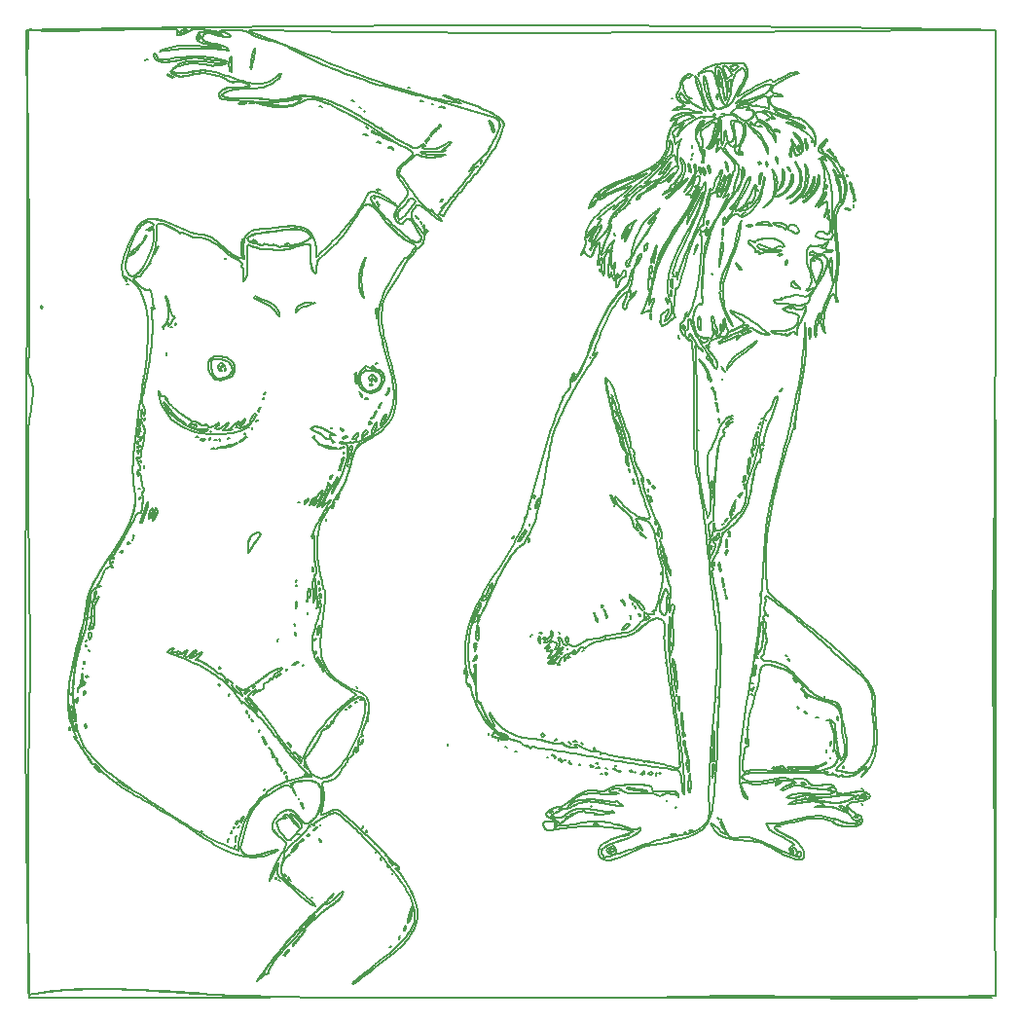
<source format=gbr>
G04 #@! TF.GenerationSoftware,KiCad,Pcbnew,(5.1.8)-1*
G04 #@! TF.CreationDate,2020-12-03T10:30:46+08:00*
G04 #@! TF.ProjectId,ProtoCV,50726f74-6f43-4562-9e6b-696361645f70,rev?*
G04 #@! TF.SameCoordinates,Original*
G04 #@! TF.FileFunction,Legend,Bot*
G04 #@! TF.FilePolarity,Positive*
%FSLAX46Y46*%
G04 Gerber Fmt 4.6, Leading zero omitted, Abs format (unit mm)*
G04 Created by KiCad (PCBNEW (5.1.8)-1) date 2020-12-03 10:30:46*
%MOMM*%
%LPD*%
G01*
G04 APERTURE LIST*
%ADD10C,0.200000*%
G04 APERTURE END LIST*
D10*
X153461186Y-120568860D02*
X153562700Y-120602718D01*
X137185033Y-114846792D02*
X137151195Y-114948368D01*
X143715797Y-73505700D02*
X143681959Y-73607275D01*
X164729291Y-115151518D02*
X164729291Y-115253093D01*
X136914328Y-115727110D02*
X136812814Y-115760969D01*
X152141493Y-118909799D02*
X152107655Y-119011374D01*
X178569096Y-118875941D02*
X178670611Y-118909799D01*
X146490526Y-113390882D02*
X146558202Y-113492457D01*
X113159943Y-112815289D02*
X113058429Y-112849147D01*
X132176987Y-112544422D02*
X132278501Y-112578280D01*
X123988152Y-112544418D02*
X123886638Y-112578276D01*
X168282297Y-115354664D02*
X168383812Y-115388522D01*
X132955264Y-132757880D02*
X133056779Y-132791738D01*
X139993598Y-130658660D02*
X140027436Y-130760235D01*
X125510870Y-77162406D02*
X125409356Y-77196265D01*
X152818261Y-109768030D02*
X152919775Y-109801888D01*
X164390909Y-63246609D02*
X164289395Y-63280467D01*
X143445092Y-63754484D02*
X143546606Y-63788343D01*
X138606236Y-128119281D02*
X138504721Y-128153139D01*
X121111910Y-82850615D02*
X121078072Y-82952191D01*
X160533360Y-127238962D02*
X160567198Y-127340538D01*
X172715095Y-108244407D02*
X172715095Y-108345982D01*
X134816363Y-93143565D02*
X134816363Y-93245141D01*
X175422152Y-65007244D02*
X175455990Y-65108819D01*
X118675563Y-74690744D02*
X118574049Y-74690744D01*
X164593938Y-66564732D02*
X164492424Y-66632448D01*
X160905580Y-107160938D02*
X160939418Y-107262513D01*
X136305241Y-93719158D02*
X136237565Y-93820733D01*
X157284897Y-124801159D02*
X157318735Y-124902734D01*
X148622330Y-105637311D02*
X148656168Y-105738886D01*
X131635576Y-105569594D02*
X131669414Y-105671169D01*
X168722193Y-87624648D02*
X168688355Y-87726223D01*
X118235667Y-88098664D02*
X118337181Y-88132522D01*
X124935622Y-92906557D02*
X125003298Y-93008132D01*
X131838605Y-124123991D02*
X131872443Y-124225566D01*
X131601738Y-123819265D02*
X131635576Y-123920840D01*
X167977754Y-102183755D02*
X168079268Y-102217614D01*
X159721244Y-123446823D02*
X159822759Y-123480681D01*
X170177234Y-69442694D02*
X170278748Y-69476552D01*
X176572645Y-76789964D02*
X176640321Y-76959256D01*
X158029336Y-76180513D02*
X158130851Y-76214371D01*
X124631078Y-92974273D02*
X124529564Y-92974273D01*
X118066475Y-94836485D02*
X118167990Y-94870343D01*
X158130851Y-121990912D02*
X158232365Y-122024771D01*
X163274254Y-121923195D02*
X163240416Y-122024771D01*
X134274950Y-99881385D02*
X134241112Y-99982960D01*
X171902980Y-91823088D02*
X171869142Y-91924663D01*
X134714848Y-91856947D02*
X134748686Y-91958522D01*
X127811865Y-91924663D02*
X127778027Y-92026239D01*
X168925222Y-92297106D02*
X168823708Y-92330964D01*
X157454088Y-75672637D02*
X157487926Y-75774212D01*
X112618533Y-114779076D02*
X112652372Y-114880651D01*
X127135102Y-92432539D02*
X127236616Y-92432539D01*
X159044481Y-76417524D02*
X159112157Y-76519099D01*
X162292944Y-97782165D02*
X162191429Y-97816023D01*
X161954562Y-120873585D02*
X161920724Y-120975161D01*
X161345476Y-120738152D02*
X161379314Y-120839727D01*
X155051579Y-120738152D02*
X154983903Y-120839727D01*
X160736389Y-120670435D02*
X160702551Y-120772010D01*
X118235665Y-96834130D02*
X118201827Y-96935705D01*
X145103162Y-71778922D02*
X145069323Y-71880498D01*
X138437045Y-71880498D02*
X138470883Y-71982073D01*
X113193782Y-112239696D02*
X113227620Y-112408988D01*
X128860847Y-75841929D02*
X128894686Y-75977363D01*
X169026737Y-106551487D02*
X169026732Y-106653058D01*
X158164689Y-120162559D02*
X158130851Y-120297993D01*
X156269752Y-121212169D02*
X156371267Y-121279886D01*
X139079970Y-128593298D02*
X139046132Y-128728732D01*
X138538560Y-128762590D02*
X138538560Y-128864165D01*
X113362973Y-110783786D02*
X113396811Y-110919219D01*
X145306190Y-71643489D02*
X145340029Y-71778922D01*
X116239216Y-102183755D02*
X116273055Y-102319189D01*
X147336480Y-110648348D02*
X147201127Y-110682206D01*
X174880737Y-121584612D02*
X174745385Y-121584612D01*
X163409603Y-101438871D02*
X163443441Y-101574304D01*
X162428297Y-120941298D02*
X162292944Y-120975156D01*
X161886886Y-121787762D02*
X161751533Y-121821620D01*
X117491228Y-101168003D02*
X117491228Y-101371154D01*
X117491228Y-101371154D02*
X117491228Y-101438871D01*
X175286791Y-82478173D02*
X175320629Y-82613607D01*
X169432794Y-99610518D02*
X169466633Y-99745951D01*
X131466385Y-109023150D02*
X131500223Y-109158583D01*
X155389960Y-120873585D02*
X155389960Y-120975161D01*
X169703500Y-99068783D02*
X169737338Y-99204217D01*
X134714848Y-98560908D02*
X134850201Y-98594766D01*
X166116655Y-68088358D02*
X166082817Y-68257650D01*
X118946268Y-77534848D02*
X118980106Y-77670282D01*
X161954566Y-97104997D02*
X161920728Y-97240430D01*
X133699704Y-63957635D02*
X133868894Y-63991493D01*
X137523415Y-64330078D02*
X137658768Y-64465511D01*
X126018442Y-126968095D02*
X125984604Y-127137387D01*
X135763831Y-93990025D02*
X135797669Y-94159317D01*
X123345228Y-127001954D02*
X123514419Y-127035812D01*
X137421903Y-126595653D02*
X137388064Y-126764945D01*
X126289148Y-126629511D02*
X126153795Y-126764945D01*
X134410305Y-96630979D02*
X134430396Y-96832013D01*
X134430396Y-96832013D02*
X134444143Y-96969563D01*
X116408407Y-102725489D02*
X116273054Y-102725489D01*
X124935622Y-112679855D02*
X124969460Y-112849147D01*
X157826308Y-125478326D02*
X157635968Y-125541810D01*
X157635968Y-125541810D02*
X157623279Y-125546043D01*
X158773776Y-125207459D02*
X158739938Y-125376751D01*
X164593943Y-124868871D02*
X164729295Y-125004305D01*
X157690955Y-124191708D02*
X157657117Y-124360999D01*
X180937767Y-123345248D02*
X180768576Y-123311389D01*
X128996200Y-123311389D02*
X128860847Y-123446823D01*
X113701355Y-108413699D02*
X113802869Y-108549132D01*
X162969707Y-121990912D02*
X162902031Y-122160204D01*
X171666113Y-70898604D02*
X171767627Y-70898604D01*
X171767627Y-71101755D02*
X171801465Y-71271047D01*
X138843103Y-71237188D02*
X138944617Y-71237188D01*
X154510168Y-120772010D02*
X154510168Y-120873585D01*
X118371021Y-91687655D02*
X118438697Y-91823088D01*
X168485326Y-84475818D02*
X168316135Y-84441960D01*
X160127302Y-120535002D02*
X160161140Y-120704294D01*
X160567198Y-72252940D02*
X160668712Y-72388373D01*
X177756980Y-119959409D02*
X177723142Y-120128701D01*
X159315186Y-74961611D02*
X159315186Y-75130903D01*
X133632027Y-106720779D02*
X133733542Y-106754638D01*
X134850201Y-117352313D02*
X134850201Y-117521605D01*
X136034534Y-116336557D02*
X135899181Y-116471991D01*
X168925222Y-106077470D02*
X168992898Y-106246762D01*
X162428297Y-97849881D02*
X162462135Y-97985315D01*
X175794367Y-114711359D02*
X175929720Y-114677500D01*
X124867945Y-114237341D02*
X125003298Y-114372775D01*
X113498325Y-110377485D02*
X113362973Y-110512919D01*
X139892090Y-136990178D02*
X139756737Y-137125612D01*
X130112859Y-131268111D02*
X130282050Y-131301969D01*
X130620434Y-130760235D02*
X130755786Y-130895668D01*
X142463785Y-73945859D02*
X142527232Y-74136313D01*
X142527232Y-74136313D02*
X142531462Y-74149010D01*
X133327484Y-81056123D02*
X133137144Y-81119607D01*
X133137144Y-81119607D02*
X133124455Y-81123840D01*
X143411254Y-72930108D02*
X143546606Y-73065541D01*
X135019392Y-93177424D02*
X134850201Y-93109707D01*
X161074770Y-107397947D02*
X161138217Y-107588400D01*
X161138217Y-107588400D02*
X161142447Y-107601097D01*
X174271651Y-121618470D02*
X174068622Y-121584612D01*
X174610032Y-121584612D02*
X174407003Y-121618470D01*
X128217923Y-91281354D02*
X128116408Y-91349071D01*
X159585892Y-121753904D02*
X159755082Y-121787762D01*
X175219119Y-116201128D02*
X175354471Y-116336561D01*
X132684559Y-122058629D02*
X132549206Y-122092487D01*
X175929720Y-116675145D02*
X176031235Y-116742862D01*
X113769029Y-110140476D02*
X113642135Y-110299186D01*
X113642135Y-110299186D02*
X113633676Y-110309768D01*
X163409603Y-70052145D02*
X163409603Y-70221437D01*
X158503071Y-110005043D02*
X158503071Y-110140476D01*
X148047085Y-106416054D02*
X148110530Y-106606507D01*
X148110530Y-106606507D02*
X148114761Y-106619204D01*
X138741589Y-86270313D02*
X138551249Y-86333796D01*
X138551249Y-86333796D02*
X138538560Y-86338029D01*
X114378117Y-106179045D02*
X114276602Y-106246762D01*
X136372918Y-93109707D02*
X136406756Y-93278999D01*
X126559853Y-91823088D02*
X126390662Y-91924663D01*
X137658768Y-86710472D02*
X137692606Y-86845905D01*
X137794120Y-86541180D02*
X137658768Y-86575038D01*
X169398952Y-66971030D02*
X169365114Y-67106464D01*
X138470883Y-86608899D02*
X138267854Y-86575040D01*
X174203974Y-111731821D02*
X174394313Y-111795305D01*
X174394313Y-111795305D02*
X174407003Y-111799537D01*
X127033587Y-78652175D02*
X127033587Y-78753750D01*
X162495973Y-98730200D02*
X162495973Y-98831775D01*
X167300991Y-64905669D02*
X167097962Y-64939527D01*
X165812112Y-126968095D02*
X166013025Y-127008299D01*
X166013025Y-127008299D02*
X166150493Y-127035812D01*
X166624228Y-92161672D02*
X166455037Y-92127814D01*
X165913626Y-63246609D02*
X166082817Y-63246609D01*
X141516317Y-62366291D02*
X141325977Y-62302806D01*
X141325977Y-62302806D02*
X141313288Y-62298574D01*
X139553704Y-129947634D02*
X139617151Y-130138087D01*
X139617151Y-130138087D02*
X139621381Y-130150784D01*
X129943668Y-130963385D02*
X129880221Y-131153839D01*
X129880221Y-131153839D02*
X129875992Y-131166536D01*
X113566002Y-111190086D02*
X113629449Y-111380540D01*
X113629449Y-111380540D02*
X113633679Y-111393237D01*
X128996200Y-88843550D02*
X128860847Y-88978984D01*
X123108361Y-92703406D02*
X122905332Y-92703406D01*
X170955511Y-118097198D02*
X170853997Y-118097198D01*
X128860845Y-89249851D02*
X128759331Y-89419143D01*
X167774725Y-122160204D02*
X167943916Y-122160204D01*
X157893984Y-121144453D02*
X157703644Y-121080968D01*
X157703644Y-121080968D02*
X157690955Y-121076736D01*
X112449344Y-117250738D02*
X112449342Y-117352313D01*
X147674861Y-115727110D02*
X147595553Y-115912273D01*
X147595553Y-115912273D02*
X147573347Y-115964119D01*
X176031235Y-115354668D02*
X176098911Y-115456243D01*
X130891135Y-112883002D02*
X130755782Y-113018435D01*
X174407003Y-112002688D02*
X174521206Y-112174095D01*
X174521206Y-112174095D02*
X174542356Y-112205838D01*
X121653321Y-111562529D02*
X121460866Y-111507508D01*
X121460866Y-111507508D02*
X121416454Y-111494812D01*
X153867243Y-109700317D02*
X153930689Y-109890771D01*
X153930689Y-109890771D02*
X153934920Y-109903468D01*
X131567900Y-109700317D02*
X131596450Y-109900293D01*
X131596450Y-109900293D02*
X131601738Y-109937326D01*
X171970652Y-106314478D02*
X172034098Y-106504932D01*
X172034098Y-106504932D02*
X172038328Y-106517629D01*
X135493126Y-97308147D02*
X135413817Y-97493309D01*
X135413817Y-97493309D02*
X135391611Y-97545156D01*
X161683857Y-95886095D02*
X161683857Y-95987670D01*
X123311390Y-92906557D02*
X123503844Y-92961576D01*
X123503844Y-92961576D02*
X123548257Y-92974273D01*
X124123506Y-92771123D02*
X124060059Y-92961576D01*
X124060059Y-92961576D02*
X124055830Y-92974273D01*
X159247510Y-90908912D02*
X159281348Y-91044345D01*
X131026489Y-75909648D02*
X130817115Y-75928692D01*
X130817115Y-75928692D02*
X130654270Y-75943506D01*
X142057728Y-73404125D02*
X142137035Y-73589288D01*
X142137035Y-73589288D02*
X142159242Y-73641134D01*
X170820159Y-72489949D02*
X170875146Y-72682517D01*
X170875146Y-72682517D02*
X170887835Y-72726957D01*
X161616181Y-70830888D02*
X161616181Y-70932463D01*
X142429947Y-63483617D02*
X142629803Y-63512185D01*
X142629803Y-63512185D02*
X142666814Y-63517476D01*
X137726444Y-126900379D02*
X137789890Y-127090832D01*
X137789890Y-127090832D02*
X137794120Y-127103529D01*
X126695208Y-126494078D02*
X126581003Y-126665485D01*
X126581003Y-126665485D02*
X126559855Y-126697228D01*
X158300042Y-124191708D02*
X158300042Y-124360999D01*
X117998800Y-95818382D02*
X117829609Y-95784524D01*
X167977754Y-103605807D02*
X167977754Y-103808958D01*
X167977754Y-103808958D02*
X167977754Y-103876675D01*
X125747737Y-127645263D02*
X125699095Y-127839947D01*
X125699095Y-127839947D02*
X125680061Y-127916130D01*
X173797916Y-126629511D02*
X173594887Y-126629511D01*
X173594887Y-126629511D02*
X173527211Y-126629511D01*
X162225268Y-97240430D02*
X162225268Y-97443581D01*
X162225268Y-97443581D02*
X162225268Y-97511298D01*
X144460237Y-72625382D02*
X144358722Y-72693099D01*
X127947219Y-75706495D02*
X127879543Y-75841929D01*
X169635823Y-72625382D02*
X169568147Y-72726957D01*
X126898234Y-115828686D02*
X126965911Y-115930261D01*
X126864396Y-115659394D02*
X126864396Y-115794827D01*
X160601036Y-92601831D02*
X160601036Y-92703406D01*
X172241361Y-93651441D02*
X172192717Y-93846127D01*
X172192717Y-93846127D02*
X172173685Y-93922308D01*
X166082817Y-67309615D02*
X166082817Y-67512765D01*
X166082817Y-67512765D02*
X166082817Y-67580482D01*
X124529564Y-93719158D02*
X124326534Y-93719158D01*
X124326534Y-93719158D02*
X124258858Y-93719158D01*
X168722193Y-75469487D02*
X168722193Y-75571062D01*
X117863447Y-92195531D02*
X118058017Y-92244201D01*
X118058017Y-92244201D02*
X118134153Y-92263247D01*
X127710350Y-117284596D02*
X127856277Y-117430610D01*
X127856277Y-117430610D02*
X127913379Y-117487747D01*
X134816363Y-98831775D02*
X134748686Y-98933350D01*
X135019389Y-98391616D02*
X134940081Y-98582069D01*
X134940081Y-98582069D02*
X134860773Y-98772522D01*
X134860773Y-98772522D02*
X134850199Y-98797916D01*
X118371020Y-95208927D02*
X118371020Y-95412077D01*
X118371020Y-95412077D02*
X118371020Y-95479794D01*
X138809265Y-82749040D02*
X138843103Y-82952191D01*
X177960009Y-73505699D02*
X177892333Y-73607274D01*
X168282297Y-102522339D02*
X168307677Y-102725489D01*
X168307677Y-102725489D02*
X168316135Y-102793206D01*
X118777077Y-59860770D02*
X118582507Y-59909441D01*
X118582507Y-59909441D02*
X118506372Y-59928487D01*
X118066476Y-91823088D02*
X117964962Y-91856947D01*
X177114055Y-117149167D02*
X176919485Y-117100494D01*
X176919485Y-117100494D02*
X176843350Y-117081450D01*
X126898234Y-126053919D02*
X126830558Y-126223211D01*
X139012292Y-129439758D02*
X139079968Y-129541333D01*
X138944617Y-129270466D02*
X138978456Y-129405899D01*
X180159498Y-72456092D02*
X180110852Y-72650777D01*
X180110852Y-72650777D02*
X180091821Y-72726959D01*
X130045183Y-110343627D02*
X130011345Y-110512919D01*
X180091813Y-124090132D02*
X180057975Y-124191708D01*
X114445794Y-106517629D02*
X114445794Y-106720779D01*
X114445794Y-106720779D02*
X114445794Y-106788496D01*
X132616883Y-106822354D02*
X132588331Y-107022330D01*
X132588331Y-107022330D02*
X132583044Y-107059363D01*
X158029332Y-78076583D02*
X158077975Y-78271269D01*
X158077975Y-78271269D02*
X158097009Y-78347450D01*
X120333633Y-85322278D02*
X120333633Y-85525427D01*
X120333633Y-85525427D02*
X120333633Y-85593145D01*
X163781823Y-112273555D02*
X163815661Y-112408988D01*
X162699002Y-77297838D02*
X162566820Y-77456548D01*
X162566820Y-77456548D02*
X162529811Y-77500988D01*
X167537858Y-84814402D02*
X167571696Y-84915977D01*
X167470181Y-84645110D02*
X167537858Y-84780544D01*
X164526262Y-78686036D02*
X164390909Y-78719894D01*
X133158291Y-111528670D02*
X133225967Y-111664104D01*
X158164689Y-107330230D02*
X158228134Y-107520683D01*
X158228134Y-107520683D02*
X158232365Y-107533380D01*
X137827958Y-117149163D02*
X137853337Y-117352313D01*
X137853337Y-117352313D02*
X137861796Y-117420030D01*
X161548504Y-108244407D02*
X161616181Y-108345982D01*
X161480828Y-108075115D02*
X161514666Y-108210548D01*
X172613581Y-65142678D02*
X172512066Y-65142678D01*
X154273305Y-126460220D02*
X154340982Y-126629511D01*
X118506373Y-91010487D02*
X118457730Y-91205172D01*
X118457730Y-91205172D02*
X118438697Y-91281354D01*
X150584943Y-101303437D02*
X150491888Y-101489658D01*
X150491888Y-101489658D02*
X150449590Y-101574304D01*
X144088017Y-65785988D02*
X144088017Y-65887563D01*
X171463084Y-65616696D02*
X171670342Y-65616696D01*
X171670342Y-65616696D02*
X171699951Y-65616696D01*
X139012296Y-65819845D02*
X139113810Y-65955279D01*
X128420949Y-90367178D02*
X128387111Y-90536470D01*
X169162089Y-67072606D02*
X169263604Y-67140323D01*
X159179834Y-89182132D02*
X159044481Y-89215990D01*
X115697806Y-103097932D02*
X115765482Y-103199507D01*
X144629427Y-67783633D02*
X144426398Y-67809026D01*
X144426398Y-67809026D02*
X144358722Y-67817491D01*
X178873639Y-69882853D02*
X178873639Y-70086003D01*
X178873639Y-70086003D02*
X178873639Y-70153720D01*
X118066476Y-92737265D02*
X117863447Y-92771123D01*
X118201829Y-92804982D02*
X118100314Y-92737265D01*
X129943668Y-120602718D02*
X129977507Y-120805869D01*
X171598436Y-111765679D02*
X171767627Y-111765679D01*
X119453841Y-76417522D02*
X119453841Y-76519097D01*
X147471832Y-109937326D02*
X147437994Y-110038901D01*
X147268803Y-109564884D02*
X147400984Y-109723594D01*
X147400984Y-109723594D02*
X147437994Y-109768034D01*
X129402258Y-119823975D02*
X129494255Y-120008080D01*
X129494255Y-120008080D02*
X129503772Y-120027126D01*
X142869843Y-74995469D02*
X142777845Y-75179574D01*
X142777845Y-75179574D02*
X142768329Y-75198620D01*
X162732840Y-107871964D02*
X162631325Y-107871964D01*
X140636525Y-136109860D02*
X140602687Y-136245294D01*
X131060327Y-131234252D02*
X131161842Y-131301969D01*
X111874094Y-117961764D02*
X111967148Y-118147985D01*
X111967148Y-118147985D02*
X112009446Y-118232631D01*
X170684806Y-97037280D02*
X170684806Y-97240430D01*
X132989104Y-101303437D02*
X133052551Y-101493890D01*
X133052551Y-101493890D02*
X133056781Y-101506587D01*
X133158293Y-101100287D02*
X133056779Y-101134145D01*
X133665863Y-127645263D02*
X133741999Y-127835716D01*
X133741999Y-127835716D02*
X133801216Y-127983847D01*
X126356824Y-128186997D02*
X126316640Y-128388031D01*
X126316640Y-128388031D02*
X126289148Y-128525581D01*
X163206574Y-100626269D02*
X163274250Y-100761703D01*
X157555602Y-85593145D02*
X157454088Y-85627003D01*
X167774725Y-102116038D02*
X167774725Y-102317072D01*
X167774725Y-102317072D02*
X167774725Y-102454622D01*
X152209174Y-109903468D02*
X152073821Y-109937326D01*
X176504969Y-66937173D02*
X176504969Y-67106465D01*
X160601036Y-95479794D02*
X160641219Y-95680828D01*
X160641219Y-95680828D02*
X160668712Y-95818378D01*
X161819210Y-107533380D02*
X161920724Y-107702672D01*
X172207523Y-93177424D02*
X172267797Y-93378458D01*
X172267797Y-93378458D02*
X172309038Y-93516008D01*
X179245859Y-69442694D02*
X179279697Y-69544269D01*
X179144345Y-69205684D02*
X179236342Y-69389788D01*
X179236342Y-69389788D02*
X179245859Y-69408834D01*
X134613334Y-96258537D02*
X134613334Y-96360112D01*
X161007094Y-96529404D02*
X161040932Y-96732555D01*
X161886890Y-108041256D02*
X161920728Y-108142831D01*
X164864644Y-83832509D02*
X164904824Y-84033543D01*
X164904824Y-84033543D02*
X164932320Y-84171093D01*
X119250813Y-81496280D02*
X119183136Y-81597855D01*
X134850201Y-92567973D02*
X135019392Y-92534114D01*
X158029336Y-121483036D02*
X157828422Y-121483036D01*
X157828422Y-121483036D02*
X157690955Y-121483036D01*
X160668712Y-108210548D02*
X160708893Y-108411582D01*
X160708893Y-108411582D02*
X160736389Y-108549132D01*
X136846652Y-92838840D02*
X136846652Y-93041990D01*
X144358722Y-72083648D02*
X144200105Y-72215907D01*
X144200105Y-72215907D02*
X144155693Y-72252940D01*
X167639372Y-71101755D02*
X167673210Y-71304905D01*
X174576194Y-121415316D02*
X174373165Y-121449174D01*
X135493126Y-91890805D02*
X135526964Y-92026239D01*
X169060575Y-99915243D02*
X168992898Y-100084535D01*
X169398956Y-101269574D02*
X169227650Y-101383847D01*
X169227650Y-101383847D02*
X169195927Y-101405008D01*
X117085169Y-101777454D02*
X117051331Y-101912888D01*
X133056779Y-104012108D02*
X133075813Y-104221606D01*
X133075813Y-104221606D02*
X133090617Y-104384550D01*
X113295296Y-117623180D02*
X113329135Y-117826331D01*
X118303343Y-87353781D02*
X118395341Y-87537885D01*
X118395341Y-87537885D02*
X118404858Y-87556931D01*
X112550857Y-117894047D02*
X112550857Y-117995622D01*
X147234965Y-111088511D02*
X147206414Y-111288487D01*
X147206414Y-111288487D02*
X147201127Y-111325520D01*
X147201127Y-110953078D02*
X147234965Y-111054653D01*
X157589440Y-108041256D02*
X157638081Y-108235942D01*
X157638081Y-108235942D02*
X157657117Y-108312123D01*
X138775427Y-67038748D02*
X138606236Y-67038748D01*
X138673912Y-72252940D02*
X138707750Y-72388373D01*
X155322284Y-119248383D02*
X155483015Y-119369003D01*
X155483015Y-119369003D02*
X155592989Y-119451533D01*
X130417405Y-121652328D02*
X130349728Y-121753904D01*
X130248210Y-121381461D02*
X130315886Y-121483036D01*
X137455739Y-66361581D02*
X137646078Y-66425065D01*
X137646078Y-66425065D02*
X137836417Y-66488550D01*
X137836417Y-66488550D02*
X137861796Y-66497015D01*
X178196876Y-117453888D02*
X177993847Y-117403100D01*
X177993847Y-117403100D02*
X177790819Y-117352313D01*
X147404156Y-109463309D02*
X147370318Y-109564884D01*
X165575245Y-84069517D02*
X165642921Y-84171093D01*
X149231416Y-119011374D02*
X149231416Y-119180666D01*
X160194978Y-107296372D02*
X160194978Y-107397947D01*
X160127302Y-107093221D02*
X160161140Y-107194797D01*
X178095354Y-119485392D02*
X178061516Y-119586967D01*
X178196868Y-119180666D02*
X178123904Y-119375350D01*
X178123904Y-119375350D02*
X178095354Y-119451533D01*
X135831507Y-93583724D02*
X135633765Y-93637686D01*
X135633765Y-93637686D02*
X135459288Y-93685300D01*
X132210825Y-127814555D02*
X132025773Y-127893910D01*
X132025773Y-127893910D02*
X131973958Y-127916130D01*
X132244665Y-127645263D02*
X132210827Y-127780697D01*
X126424500Y-127374396D02*
X126399122Y-127577545D01*
X126399122Y-127577545D02*
X126373743Y-127780697D01*
X126373743Y-127780697D02*
X126356824Y-127916130D01*
X169060579Y-63822202D02*
X168997132Y-64012656D01*
X168997132Y-64012656D02*
X168992903Y-64025353D01*
X160668712Y-77534848D02*
X160634874Y-77399415D01*
X174542356Y-69374977D02*
X174576194Y-69476552D01*
X160364169Y-80006511D02*
X160431845Y-80175803D01*
X167097962Y-68156076D02*
X167131800Y-68257651D01*
X167097962Y-67648199D02*
X167064124Y-67783633D01*
X169601985Y-90875051D02*
X169409530Y-90934303D01*
X169409530Y-90934303D02*
X169217076Y-90993555D01*
X169217076Y-90993555D02*
X169162089Y-91010485D01*
X178738287Y-117250738D02*
X178805963Y-117352313D01*
X138470883Y-90841195D02*
X138312267Y-90984034D01*
X138312267Y-90984034D02*
X138153651Y-91126875D01*
X138153651Y-91126875D02*
X138132502Y-91145921D01*
X138572398Y-90502611D02*
X138504721Y-90671903D01*
X173764078Y-88775833D02*
X173662564Y-88775833D01*
X169601985Y-91078204D02*
X169417990Y-91170256D01*
X169417990Y-91170256D02*
X169398956Y-91179779D01*
X138606234Y-81631713D02*
X138640072Y-81801005D01*
X165879788Y-121957054D02*
X165913626Y-122092487D01*
X129977507Y-113560178D02*
X129875992Y-113594036D01*
X157454088Y-121347603D02*
X157555602Y-121347603D01*
X151870792Y-101438871D02*
X151870792Y-101646253D01*
X151870792Y-101646253D02*
X151870792Y-101853636D01*
X151870792Y-101853636D02*
X151870792Y-101912888D01*
X168417650Y-91112062D02*
X168436685Y-91321560D01*
X168436685Y-91321560D02*
X168451488Y-91484504D01*
X161751533Y-96393971D02*
X161806521Y-96586539D01*
X161806521Y-96586539D02*
X161819210Y-96630979D01*
X169500471Y-99475084D02*
X169669662Y-99407367D01*
X169466637Y-99170359D02*
X169432799Y-99271934D01*
X169703500Y-65210396D02*
X169601985Y-65244254D01*
X130891137Y-119316100D02*
X131009569Y-119493856D01*
X131009569Y-119493856D02*
X131128003Y-119671612D01*
X131128003Y-119671612D02*
X131161842Y-119722400D01*
X174643870Y-83764794D02*
X174508518Y-83832511D01*
X127608836Y-63686768D02*
X127818209Y-63686768D01*
X127818209Y-63686768D02*
X127981055Y-63686768D01*
X137455739Y-119079091D02*
X137421900Y-119180666D01*
X167605534Y-87692365D02*
X167697531Y-87876469D01*
X167697531Y-87876469D02*
X167707049Y-87895515D01*
X167436339Y-86981339D02*
X167402501Y-87082914D01*
X167233314Y-86710472D02*
X167267153Y-86812047D01*
X166962605Y-86304171D02*
X166996443Y-86405746D01*
X169703500Y-71508055D02*
X169568147Y-71474197D01*
X170109558Y-71135613D02*
X170041881Y-71304905D01*
X144595589Y-64093068D02*
X144389387Y-64051803D01*
X144389387Y-64051803D02*
X144183186Y-64010538D01*
X144183186Y-64010538D02*
X144088017Y-63991493D01*
X171970656Y-70323012D02*
X171936818Y-70424587D01*
X159044481Y-90164027D02*
X159117444Y-90358712D01*
X159117444Y-90358712D02*
X159145996Y-90434894D01*
X174846899Y-91586080D02*
X175010236Y-91707725D01*
X175010236Y-91707725D02*
X174997706Y-91913444D01*
X174997706Y-91913444D02*
X174948414Y-92026239D01*
X171733789Y-92195531D02*
X171733789Y-92364823D01*
X165169187Y-116979871D02*
X165194565Y-117183021D01*
X165194565Y-117183021D02*
X165203025Y-117250738D01*
X165203029Y-116844437D02*
X165169191Y-116946012D01*
X125916930Y-92026239D02*
X125815416Y-92127814D01*
X149874341Y-119045232D02*
X149772827Y-119011374D01*
X150178885Y-118977516D02*
X150043532Y-118943657D01*
X168857546Y-86913624D02*
X168925222Y-87015199D01*
X168654517Y-86541180D02*
X168727480Y-86735865D01*
X168727480Y-86735865D02*
X168756031Y-86812047D01*
X130146697Y-82105731D02*
X130146697Y-82207306D01*
X168485326Y-104113683D02*
X168553002Y-104282975D01*
X168519168Y-103910533D02*
X168485330Y-104079825D01*
X168451492Y-103605807D02*
X168417654Y-103741241D01*
X152006145Y-119722400D02*
X152073821Y-119857834D01*
X140061277Y-67614341D02*
X140095115Y-67715916D01*
X139722895Y-67512767D02*
X139913234Y-67576250D01*
X139913234Y-67576250D02*
X140027438Y-67614342D01*
X179347374Y-72794675D02*
X179550402Y-72845462D01*
X179550402Y-72845462D02*
X179753432Y-72896250D01*
X179753432Y-72896250D02*
X179888784Y-72930109D01*
X112280152Y-114542067D02*
X112246314Y-114711359D01*
X112686210Y-114542067D02*
X112618534Y-114643642D01*
X137117357Y-88708117D02*
X137210412Y-88894337D01*
X137210412Y-88894337D02*
X137303467Y-89080558D01*
X137303467Y-89080558D02*
X137388062Y-89249851D01*
X129605287Y-120060984D02*
X129571449Y-120196418D01*
X178399905Y-119823975D02*
X178366067Y-119993267D01*
X162428297Y-96732555D02*
X162428297Y-96834130D01*
X162157591Y-96360112D02*
X162249589Y-96544217D01*
X162249589Y-96544217D02*
X162259106Y-96563263D01*
X164729291Y-127306679D02*
X164526261Y-127306679D01*
X164526261Y-127306679D02*
X164323233Y-127306679D01*
X164323233Y-127306679D02*
X164187881Y-127306679D01*
X173967107Y-80649820D02*
X173797916Y-80649820D01*
X176809512Y-124022411D02*
X176617057Y-124077431D01*
X176617057Y-124077431D02*
X176572645Y-124090128D01*
X139689057Y-88640400D02*
X139599174Y-88820272D01*
X139599174Y-88820272D02*
X139519866Y-88978984D01*
X129808314Y-127205104D02*
X129943666Y-127306679D01*
X129774476Y-126866520D02*
X129706799Y-127035812D01*
X161717695Y-71575773D02*
X161582343Y-71711207D01*
X158942967Y-77026973D02*
X158942967Y-77196265D01*
X158976805Y-76823822D02*
X158942967Y-76993114D01*
X158976805Y-76485238D02*
X159010643Y-76654530D01*
X161446994Y-77162406D02*
X161379318Y-77331698D01*
X161480824Y-77026973D02*
X161446986Y-77128548D01*
X162326782Y-78584458D02*
X162326782Y-78753750D01*
X173425697Y-66090713D02*
X173594887Y-66124572D01*
X141042581Y-135466551D02*
X141008743Y-135568126D01*
X165507569Y-119688542D02*
X165507564Y-119790113D01*
X136812814Y-87726223D02*
X136880490Y-87895515D01*
X136778976Y-87590790D02*
X136812814Y-87692365D01*
X136846652Y-87082914D02*
X136812814Y-87286064D01*
X164187881Y-111562529D02*
X164187881Y-111664104D01*
X131635576Y-107431805D02*
X131635576Y-107601097D01*
X174948414Y-113627890D02*
X174914575Y-113763324D01*
X151904631Y-98831775D02*
X151904631Y-98933350D01*
X132244663Y-124970450D02*
X132312339Y-125072026D01*
X132176987Y-124767300D02*
X132210825Y-124936592D01*
X132041634Y-124462575D02*
X132075472Y-124598008D01*
X157623279Y-119891692D02*
X157657117Y-119993267D01*
X120908881Y-61418256D02*
X121010396Y-61418256D01*
X120468984Y-61181247D02*
X120502822Y-61282822D01*
X130654270Y-137735063D02*
X130552755Y-137735063D01*
X127507321Y-91619938D02*
X127371969Y-91619938D01*
X146321335Y-112815289D02*
X146355173Y-112950723D01*
X169737338Y-98493191D02*
X169703500Y-98662483D01*
X169872690Y-98188465D02*
X169838852Y-98323899D01*
X165710597Y-120602718D02*
X165710597Y-120805869D01*
X169162089Y-91619938D02*
X169026737Y-91653796D01*
X169601985Y-91349071D02*
X169466633Y-91450646D01*
X139079972Y-89656151D02*
X138990088Y-89836024D01*
X138990088Y-89836024D02*
X138910781Y-89994735D01*
X174677708Y-67445049D02*
X174728465Y-67648199D01*
X174728465Y-67648199D02*
X174779223Y-67851349D01*
X126424500Y-114305058D02*
X126516498Y-114489162D01*
X126516498Y-114489162D02*
X126526015Y-114508208D01*
X169128247Y-102082180D02*
X169094409Y-102217614D01*
X124901783Y-57490682D02*
X125070974Y-57524541D01*
X114107412Y-106653062D02*
X114141250Y-106788496D01*
X167774725Y-86304171D02*
X167876239Y-86439605D01*
X167571696Y-86033304D02*
X167688015Y-86196246D01*
X167688015Y-86196246D02*
X167740887Y-86270313D01*
X167504020Y-85897870D02*
X167537858Y-85999446D01*
X167571696Y-85627003D02*
X167436343Y-85694720D01*
X167030290Y-74250584D02*
X167064128Y-74352160D01*
X127135102Y-92838840D02*
X126956394Y-92948881D01*
X126956394Y-92948881D02*
X126777686Y-93058920D01*
X126777686Y-93058920D02*
X126695206Y-93109707D01*
X127371969Y-92703406D02*
X127187973Y-92795459D01*
X127187973Y-92795459D02*
X127168940Y-92804982D01*
X135222420Y-97951457D02*
X135188582Y-98053032D01*
X167977754Y-100727844D02*
X168006304Y-100927820D01*
X168006304Y-100927820D02*
X168011592Y-100964853D01*
X167639372Y-101574304D02*
X167537858Y-101608163D01*
X163984852Y-80886829D02*
X163951013Y-81056121D01*
X166488875Y-70864746D02*
X166409567Y-71049908D01*
X166409567Y-71049908D02*
X166387361Y-71101755D01*
X168756035Y-74589169D02*
X168768723Y-74805016D01*
X168768723Y-74805016D02*
X168781413Y-75020862D01*
X168781413Y-75020862D02*
X168789874Y-75164761D01*
X114175088Y-121449178D02*
X114321015Y-121595192D01*
X114321015Y-121595192D02*
X114378117Y-121652328D01*
X154983903Y-112104263D02*
X154983903Y-112205838D01*
X155457637Y-111867254D02*
X155254607Y-111918041D01*
X155254607Y-111918041D02*
X155051579Y-111968829D01*
X134342628Y-133096464D02*
X134207276Y-133231897D01*
X165609083Y-81801005D02*
X165575245Y-81936439D01*
X166421199Y-76282088D02*
X166341890Y-76467251D01*
X166341890Y-76467251D02*
X166319684Y-76519097D01*
X152818261Y-110038901D02*
X152818261Y-110140476D01*
X164864639Y-124056274D02*
X164830801Y-123853124D01*
X165812112Y-123277531D02*
X165845950Y-123446823D01*
X165913626Y-122498788D02*
X165913626Y-122634222D01*
X168011588Y-89012842D02*
X168075036Y-89203295D01*
X168075036Y-89203295D02*
X168138482Y-89393749D01*
X168138482Y-89393749D02*
X168180779Y-89520718D01*
X167842401Y-88301816D02*
X167895272Y-88513430D01*
X167895272Y-88513430D02*
X167948145Y-88725045D01*
X167948145Y-88725045D02*
X168001017Y-88936660D01*
X168001017Y-88936660D02*
X168011592Y-88978984D01*
X133598189Y-93278999D02*
X133665865Y-93380574D01*
X133158293Y-92737265D02*
X133259807Y-92923486D01*
X133259807Y-92923486D02*
X133361322Y-93109707D01*
X133259808Y-92567973D02*
X133158293Y-92703406D01*
X160398007Y-94836485D02*
X160431845Y-95005777D01*
X162766678Y-77365556D02*
X162766678Y-77572939D01*
X162766678Y-77572939D02*
X162766678Y-77602565D01*
X162969707Y-76282088D02*
X162935869Y-76383663D01*
X126729044Y-63720626D02*
X126627529Y-63720626D01*
X127067425Y-63720627D02*
X126898234Y-63754485D01*
X131804769Y-126629511D02*
X131906283Y-126697228D01*
X131973958Y-120636577D02*
X131973958Y-120738152D01*
X131432547Y-120060984D02*
X131565784Y-120213347D01*
X131565784Y-120213347D02*
X131669414Y-120331851D01*
X147167289Y-113255448D02*
X146998098Y-113357023D01*
X147268803Y-112476705D02*
X147234965Y-112679855D01*
X157961660Y-77365556D02*
X157990212Y-77565532D01*
X157990212Y-77565532D02*
X157995498Y-77602565D01*
X154814712Y-125105884D02*
X154645521Y-125173601D01*
X171632274Y-74149010D02*
X171835303Y-74174403D01*
X171835303Y-74174403D02*
X171902980Y-74182868D01*
X128928524Y-119214524D02*
X129030037Y-119392280D01*
X129030037Y-119392280D02*
X129063876Y-119451533D01*
X128725495Y-118706649D02*
X128759333Y-118909799D01*
X159315186Y-98628624D02*
X159315186Y-98730200D01*
X158976805Y-97714448D02*
X159056112Y-97904901D01*
X159056112Y-97904901D02*
X159135421Y-98095355D01*
X159135421Y-98095355D02*
X159145996Y-98120749D01*
X158604585Y-108244407D02*
X158633137Y-108444382D01*
X158633137Y-108444382D02*
X158638423Y-108481415D01*
X158503071Y-107973540D02*
X158582378Y-108158702D01*
X158582378Y-108158702D02*
X158604585Y-108210548D01*
X170955511Y-95852237D02*
X170955511Y-95953812D01*
X171023184Y-95513653D02*
X170989345Y-95615228D01*
X171057026Y-94667193D02*
X170989350Y-94802626D01*
X171226212Y-93956167D02*
X171281199Y-94162491D01*
X171281199Y-94162491D02*
X171336185Y-94368816D01*
X171336185Y-94368816D02*
X171361565Y-94464043D01*
X120062927Y-83121483D02*
X120062927Y-83290774D01*
X168756027Y-105264868D02*
X168791981Y-105462728D01*
X168791981Y-105462728D02*
X168823704Y-105637311D01*
X168722193Y-104926285D02*
X168744398Y-105126260D01*
X168744398Y-105126260D02*
X168756031Y-105231010D01*
X174576194Y-81326988D02*
X174407003Y-81360846D01*
X147167289Y-113289306D02*
X147146141Y-113500921D01*
X147146141Y-113500921D02*
X147124992Y-113712536D01*
X147124992Y-113712536D02*
X147103843Y-113924151D01*
X147103843Y-113924151D02*
X147099613Y-113966474D01*
X118371020Y-92534114D02*
X118399570Y-92734090D01*
X118399570Y-92734090D02*
X118404858Y-92771123D01*
X139418352Y-129101174D02*
X139418352Y-128999599D01*
X139892088Y-129575191D02*
X139746160Y-129429177D01*
X139746160Y-129429177D02*
X139689059Y-129372041D01*
X164661619Y-70458448D02*
X164515691Y-70604462D01*
X164515691Y-70604462D02*
X164458590Y-70661599D01*
X164830805Y-70289153D02*
X164695453Y-70424587D01*
X159179834Y-125342893D02*
X159315186Y-125275176D01*
X113261458Y-114203483D02*
X113362972Y-114034191D01*
X113058429Y-114203483D02*
X113227620Y-114203483D01*
X113024591Y-114068049D02*
X113058429Y-114169625D01*
X168282297Y-90164027D02*
X168301331Y-90373525D01*
X168301331Y-90373525D02*
X168316135Y-90536470D01*
X168248459Y-89960877D02*
X168282297Y-90130169D01*
X177283246Y-124868875D02*
X177067528Y-124868875D01*
X177067528Y-124868875D02*
X176851809Y-124868875D01*
X176851809Y-124868875D02*
X176707998Y-124868875D01*
X177621628Y-124835017D02*
X177452437Y-124835017D01*
X166827257Y-67749774D02*
X166863207Y-67947634D01*
X166863207Y-67947634D02*
X166894933Y-68122216D01*
X128251759Y-114745217D02*
X128116406Y-114880651D01*
X172782772Y-63178892D02*
X172782772Y-63077317D01*
X113972060Y-108244407D02*
X114005898Y-108345982D01*
X131297195Y-123209814D02*
X131331033Y-123311389D01*
X131128004Y-122803514D02*
X131195680Y-122972806D01*
X169162089Y-73878142D02*
X169026737Y-73878142D01*
X177723142Y-73234832D02*
X177662868Y-73435866D01*
X177662868Y-73435866D02*
X177621628Y-73573416D01*
X164932320Y-116167269D02*
X164966158Y-116336561D01*
X157589440Y-74386018D02*
X157589440Y-74593401D01*
X157589440Y-74593401D02*
X157589440Y-74623027D01*
X160465688Y-94227034D02*
X160431850Y-94396326D01*
X160296493Y-93990025D02*
X160465684Y-94091600D01*
X155694504Y-125681481D02*
X155525313Y-125715339D01*
X163071217Y-70560018D02*
X162969703Y-70661594D01*
X136068374Y-94701051D02*
X136068374Y-94908433D01*
X136068374Y-94908433D02*
X136068374Y-94938060D01*
X136102212Y-94565618D02*
X136068374Y-94667193D01*
X136169889Y-94091600D02*
X136136051Y-94193175D01*
X136136051Y-93651441D02*
X136203727Y-93786875D01*
X169805014Y-72828532D02*
X169771176Y-72930108D01*
X170008043Y-72557665D02*
X169974205Y-72659241D01*
X162191429Y-70830887D02*
X162089915Y-70864745D01*
X162462135Y-70627737D02*
X162360620Y-70661596D01*
X126898234Y-75740354D02*
X126932073Y-75909646D01*
X169060579Y-127137387D02*
X169094417Y-127238962D01*
X168654525Y-125952344D02*
X168620687Y-126155494D01*
X133293646Y-134552374D02*
X133192131Y-134586233D01*
X171699951Y-63788343D02*
X171699951Y-63889918D01*
X133192131Y-110275910D02*
X133225969Y-110445202D01*
X166624228Y-61181247D02*
X166624228Y-61282822D01*
X135628478Y-95107352D02*
X135517446Y-95281934D01*
X135517446Y-95281934D02*
X135406415Y-95456516D01*
X135406415Y-95456516D02*
X135391611Y-95479794D01*
X147505666Y-108718424D02*
X147471828Y-108887716D01*
X147607185Y-108142831D02*
X147569117Y-108345981D01*
X147569117Y-108345981D02*
X147531049Y-108549131D01*
X147531049Y-108549131D02*
X147505670Y-108684566D01*
X148351624Y-106686921D02*
X148317786Y-106788496D01*
X167300991Y-74419877D02*
X167334829Y-74623027D01*
X180193328Y-72083648D02*
X180159489Y-72252940D01*
X180159489Y-71677347D02*
X180178520Y-71886846D01*
X180178520Y-71886846D02*
X180193328Y-72049790D01*
X180024137Y-71135613D02*
X180052688Y-71335589D01*
X180052688Y-71335589D02*
X180057975Y-71372622D01*
X178602934Y-68630093D02*
X178636772Y-68731669D01*
X178535258Y-68359226D02*
X178569096Y-68460801D01*
X178129200Y-67885207D02*
X178275127Y-68031220D01*
X178275127Y-68031220D02*
X178332229Y-68088357D01*
X131364871Y-136888603D02*
X131364871Y-136990178D01*
X132244663Y-135805135D02*
X132143148Y-135974427D01*
X133970409Y-93448291D02*
X133868894Y-93448291D01*
X134579496Y-93651441D02*
X134373294Y-93603827D01*
X134373294Y-93603827D02*
X134167093Y-93556214D01*
X134167093Y-93556214D02*
X134139600Y-93549866D01*
X135053230Y-93719158D02*
X134884039Y-93685300D01*
X166150493Y-61215105D02*
X166048979Y-61215105D01*
X141651670Y-134112215D02*
X141617832Y-134213790D01*
X141651670Y-133773631D02*
X141685508Y-133875207D01*
X166421203Y-66124571D02*
X166455041Y-66226146D01*
X163781819Y-103571949D02*
X163815657Y-103741241D01*
X163646466Y-103097932D02*
X163680304Y-103199507D01*
X163511117Y-102285330D02*
X163574563Y-102475784D01*
X163574563Y-102475784D02*
X163578794Y-102488481D01*
X162935869Y-100016814D02*
X162834354Y-99982956D01*
X163105064Y-100253827D02*
X163071226Y-100152252D01*
X170278752Y-70797030D02*
X170205788Y-70991716D01*
X170205788Y-70991716D02*
X170177238Y-71067897D01*
X170481777Y-70187578D02*
X170447939Y-70289153D01*
X170549454Y-69916711D02*
X170515615Y-70018286D01*
X164932320Y-64939529D02*
X164830805Y-65074963D01*
X173425697Y-64160785D02*
X173222667Y-64160785D01*
X173222667Y-64160785D02*
X173154991Y-64160785D01*
X173764078Y-64228502D02*
X173564221Y-64184062D01*
X173564221Y-64184062D02*
X173459535Y-64160785D01*
X174745385Y-64668660D02*
X174538125Y-64572375D01*
X174538125Y-64572375D02*
X174330867Y-64476090D01*
X174330867Y-64476090D02*
X174123608Y-64379805D01*
X174123608Y-64379805D02*
X173916349Y-64283520D01*
X173916349Y-64283520D02*
X173797916Y-64228501D01*
X168282297Y-65041102D02*
X168451488Y-65108819D01*
X178332229Y-79261626D02*
X178366067Y-79397060D01*
X170447939Y-63652909D02*
X170346425Y-63686768D01*
X170853997Y-63517476D02*
X170752482Y-63551334D01*
X144527913Y-68189933D02*
X144629427Y-68189933D01*
X129402258Y-130997244D02*
X129368420Y-131166536D01*
X129639123Y-130523226D02*
X129571447Y-130692518D01*
X129672965Y-130387793D02*
X129639127Y-130489368D01*
X130011343Y-129710625D02*
X129932034Y-129895788D01*
X129932034Y-129895788D02*
X129909828Y-129947634D01*
X160804065Y-77026973D02*
X160770227Y-77196265D01*
X154611683Y-124902734D02*
X154442492Y-124902734D01*
X154747035Y-124936592D02*
X154645521Y-124902734D01*
X118303343Y-75740354D02*
X118201829Y-75909646D01*
X175252957Y-121550757D02*
X175151443Y-121516899D01*
X177486275Y-121212169D02*
X177285360Y-121286235D01*
X177285360Y-121286235D02*
X177084447Y-121360301D01*
X177084447Y-121360301D02*
X176883533Y-121434365D01*
X176883533Y-121434365D02*
X176843350Y-121449178D01*
X132853750Y-126629511D02*
X132752235Y-126629511D01*
X166624228Y-84137234D02*
X166658066Y-84238809D01*
X174373165Y-65345829D02*
X174271651Y-65345829D01*
X167774721Y-67140322D02*
X167808559Y-67038747D01*
X124766431Y-93719158D02*
X124664916Y-93719158D01*
X125104812Y-93651441D02*
X125003298Y-93685300D01*
X125578546Y-93583724D02*
X125477032Y-93617583D01*
X125916928Y-93482149D02*
X125747737Y-93549866D01*
X126119957Y-93448291D02*
X125950766Y-93482149D01*
X126492177Y-93177424D02*
X126333560Y-93309683D01*
X126333560Y-93309683D02*
X126289148Y-93346716D01*
X174711547Y-72320657D02*
X174610032Y-72320657D01*
X169365118Y-83561644D02*
X169181123Y-83653696D01*
X169181123Y-83653696D02*
X169162089Y-83663219D01*
X169771176Y-83426208D02*
X169601985Y-83460066D01*
X170312586Y-83189197D02*
X170143396Y-83256914D01*
X170447939Y-83155341D02*
X170346425Y-83189199D01*
X170752482Y-82918332D02*
X170718644Y-83019907D01*
X139587542Y-66835598D02*
X139794800Y-66880037D01*
X139794800Y-66880037D02*
X140002059Y-66924476D01*
X140002059Y-66924476D02*
X140061277Y-66937173D01*
X139249161Y-66700164D02*
X139350675Y-66734023D01*
X138437045Y-66226147D02*
X138615752Y-66322431D01*
X138615752Y-66322431D02*
X138794460Y-66418715D01*
X138794460Y-66418715D02*
X138876941Y-66463155D01*
X138200178Y-66022995D02*
X138358794Y-66155254D01*
X138358794Y-66155254D02*
X138403207Y-66192287D01*
X158942967Y-74047434D02*
X158773776Y-74081293D01*
X158976805Y-73912001D02*
X158942967Y-74013576D01*
X174000945Y-69578127D02*
X173967107Y-69747419D01*
X164323237Y-109057008D02*
X164289399Y-109158583D01*
X164323233Y-108413699D02*
X164289395Y-108549132D01*
X168451488Y-77636424D02*
X168451488Y-77845922D01*
X168451488Y-77845922D02*
X168451488Y-77941149D01*
X168586841Y-77026973D02*
X168553002Y-77128548D01*
X169872690Y-67478908D02*
X169714074Y-67351939D01*
X169714074Y-67351939D02*
X169703500Y-67343475D01*
X178941316Y-72151366D02*
X178907478Y-72252941D01*
X172985801Y-62467866D02*
X172951962Y-62569441D01*
X173121153Y-62196999D02*
X173087315Y-62298574D01*
X172613581Y-72523808D02*
X172427472Y-72625383D01*
X172427472Y-72625383D02*
X172241361Y-72726958D01*
X173256506Y-71474197D02*
X173222668Y-71643489D01*
X173391863Y-70593879D02*
X173358024Y-70763171D01*
X133462836Y-107499522D02*
X133395160Y-107601097D01*
X168857546Y-71812781D02*
X168789870Y-71914356D01*
X133665865Y-112578280D02*
X133699704Y-112679855D01*
X133530511Y-112239696D02*
X133564349Y-112341272D01*
X192476578Y-91281354D02*
X192476578Y-91541640D01*
X192476578Y-91541640D02*
X192476578Y-91801927D01*
X192476578Y-91801927D02*
X192476578Y-92062213D01*
X192476578Y-92062213D02*
X192476578Y-92322499D01*
X192476578Y-92322499D02*
X192476578Y-92582785D01*
X192476578Y-92582785D02*
X192476578Y-92843072D01*
X192476578Y-92843072D02*
X192476578Y-93103358D01*
X192476578Y-93103358D02*
X192476578Y-93363644D01*
X192476578Y-93363644D02*
X192476578Y-93623931D01*
X192476578Y-93623931D02*
X192476578Y-93884217D01*
X192476578Y-93884217D02*
X192476578Y-94057742D01*
X177215570Y-68528517D02*
X177114055Y-68528517D01*
X137658768Y-77128548D02*
X137624929Y-77263981D01*
X167639372Y-97138855D02*
X167673210Y-97240430D01*
X175286795Y-71203330D02*
X175185281Y-71372622D01*
X175354476Y-71067897D02*
X175320637Y-71169472D01*
X175557500Y-70458445D02*
X175503570Y-70656304D01*
X175503570Y-70656304D02*
X175455986Y-70830888D01*
X175557500Y-69984428D02*
X175579705Y-70184403D01*
X175579705Y-70184403D02*
X175591339Y-70289153D01*
X175455982Y-69645845D02*
X175523658Y-69815137D01*
X175422148Y-69510410D02*
X175455986Y-69611986D01*
X161040928Y-77975005D02*
X160973252Y-78076581D01*
X132583044Y-121381461D02*
X132662352Y-121566624D01*
X132662352Y-121566624D02*
X132684559Y-121618470D01*
X132346177Y-121144453D02*
X132447692Y-121178311D01*
X113836706Y-106923929D02*
X113701354Y-106957788D01*
X178535258Y-80345095D02*
X178569096Y-80446670D01*
X130417403Y-61079671D02*
X130265130Y-61212988D01*
X130265130Y-61212988D02*
X130146697Y-61316680D01*
X162699002Y-79193909D02*
X162563649Y-79329343D01*
X112280151Y-118706649D02*
X112391182Y-118884405D01*
X112391182Y-118884405D02*
X112449342Y-118977516D01*
X127642674Y-141459486D02*
X127845702Y-141459486D01*
X127845702Y-141459486D02*
X128048731Y-141459486D01*
X128048731Y-141459486D02*
X128251760Y-141459486D01*
X128251760Y-141459486D02*
X128454789Y-141459486D01*
X128454789Y-141459486D02*
X128657818Y-141459486D01*
X128657818Y-141459486D02*
X128860847Y-141459486D01*
X128860847Y-141459486D02*
X129063876Y-141459486D01*
X129063876Y-141459486D02*
X129266905Y-141459486D01*
X172850448Y-141459486D02*
X172526870Y-141459486D01*
X172526870Y-141459486D02*
X172203293Y-141459486D01*
X172203293Y-141459486D02*
X171879715Y-141459486D01*
X171879715Y-141459486D02*
X171556138Y-141459486D01*
X171556138Y-141459486D02*
X171232561Y-141459486D01*
X171232561Y-141459486D02*
X170908983Y-141459486D01*
X170908983Y-141459486D02*
X170585406Y-141459486D01*
X170585406Y-141459486D02*
X170261829Y-141459486D01*
X170261829Y-141459486D02*
X169938251Y-141459486D01*
X169938251Y-141459486D02*
X169614674Y-141459486D01*
X169614674Y-141459486D02*
X169291097Y-141459486D01*
X169291097Y-141459486D02*
X168967519Y-141459486D01*
X168967519Y-141459486D02*
X168643942Y-141459486D01*
X168643942Y-141459486D02*
X168320365Y-141459486D01*
X168320365Y-141459486D02*
X167996787Y-141459486D01*
X167996787Y-141459486D02*
X167673210Y-141459486D01*
X167673210Y-141459486D02*
X167349633Y-141459486D01*
X167349633Y-141459486D02*
X167026055Y-141459486D01*
X167026055Y-141459486D02*
X166702478Y-141459486D01*
X166702478Y-141459486D02*
X166378901Y-141459486D01*
X166378901Y-141459486D02*
X166055323Y-141459486D01*
X166055323Y-141459486D02*
X165731746Y-141459486D01*
X165731746Y-141459486D02*
X165408169Y-141459486D01*
X165408169Y-141459486D02*
X165084591Y-141459486D01*
X165084591Y-141459486D02*
X164761014Y-141459486D01*
X164761014Y-141459486D02*
X164437437Y-141459486D01*
X164437437Y-141459486D02*
X164113859Y-141459486D01*
X164113859Y-141459486D02*
X163790282Y-141459486D01*
X163790282Y-141459486D02*
X163466705Y-141459486D01*
X163466705Y-141459486D02*
X163143127Y-141459486D01*
X163143127Y-141459486D02*
X162819550Y-141459486D01*
X162819550Y-141459486D02*
X162495973Y-141459486D01*
X174407003Y-141459486D02*
X174200801Y-141459486D01*
X174200801Y-141459486D02*
X173994600Y-141459486D01*
X173994600Y-141459486D02*
X173788399Y-141459486D01*
X173788399Y-141459486D02*
X173582198Y-141459486D01*
X173582198Y-141459486D02*
X173375996Y-141459486D01*
X173375996Y-141459486D02*
X173169795Y-141459486D01*
X173169795Y-141459486D02*
X173087315Y-141459486D01*
X177993847Y-141459486D02*
X177787646Y-141459486D01*
X177787646Y-141459486D02*
X177581445Y-141459486D01*
X177581445Y-141459486D02*
X177375243Y-141459486D01*
X177375243Y-141459486D02*
X177169042Y-141459486D01*
X177169042Y-141459486D02*
X176962841Y-141459486D01*
X176962841Y-141459486D02*
X176756639Y-141459486D01*
X176756639Y-141459486D02*
X176550438Y-141459486D01*
X176550438Y-141459486D02*
X176344236Y-141459486D01*
X176344236Y-141459486D02*
X176138035Y-141459486D01*
X176138035Y-141459486D02*
X175931834Y-141459486D01*
X175931834Y-141459486D02*
X175794367Y-141459486D01*
X192138196Y-141459486D02*
X191697242Y-141459486D01*
X191697242Y-141459486D02*
X191256289Y-141459486D01*
X191256289Y-141459486D02*
X190815335Y-141459486D01*
X190815335Y-141459486D02*
X190374382Y-141459486D01*
X190374382Y-141459486D02*
X189933428Y-141459486D01*
X189933428Y-141459486D02*
X189492475Y-141459486D01*
X189492475Y-141459486D02*
X189051522Y-141459486D01*
X189051522Y-141459486D02*
X188610568Y-141459486D01*
X188610568Y-141459486D02*
X188169615Y-141459486D01*
X188169615Y-141459486D02*
X187728661Y-141459486D01*
X187728661Y-141459486D02*
X187287708Y-141459486D01*
X187287708Y-141459486D02*
X186846754Y-141459486D01*
X186846754Y-141459486D02*
X186405801Y-141459486D01*
X186405801Y-141459486D02*
X185964847Y-141459486D01*
X185964847Y-141459486D02*
X185523894Y-141459486D01*
X185523894Y-141459486D02*
X185082941Y-141459486D01*
X185082941Y-141459486D02*
X184641987Y-141459486D01*
X184641987Y-141459486D02*
X184201034Y-141459486D01*
X184201034Y-141459486D02*
X183760080Y-141459486D01*
X183760080Y-141459486D02*
X183319127Y-141459486D01*
X183319127Y-141459486D02*
X182878173Y-141459486D01*
X182878173Y-141459486D02*
X182437220Y-141459486D01*
X182437220Y-141459486D02*
X181996266Y-141459486D01*
X181996266Y-141459486D02*
X181555313Y-141459486D01*
X181555313Y-141459486D02*
X181114359Y-141459486D01*
X181114359Y-141459486D02*
X180673406Y-141459486D01*
X180673406Y-141459486D02*
X180232453Y-141459486D01*
X180232453Y-141459486D02*
X179791499Y-141459486D01*
X179791499Y-141459486D02*
X179350546Y-141459486D01*
X179350546Y-141459486D02*
X178909592Y-141459486D01*
X178909592Y-141459486D02*
X178468639Y-141459486D01*
X178468639Y-141459486D02*
X178027686Y-141459486D01*
X121924026Y-57558399D02*
X122025540Y-57524541D01*
X192476578Y-130760235D02*
X192476578Y-130988779D01*
X192476578Y-130988779D02*
X192476578Y-131217323D01*
X192476578Y-131217323D02*
X192476578Y-131445867D01*
X192476578Y-131445867D02*
X192476578Y-131674411D01*
X192476578Y-131674411D02*
X192476578Y-131902955D01*
X192476578Y-131902955D02*
X192476578Y-132131499D01*
X192476578Y-132131499D02*
X192476578Y-132360043D01*
X192476578Y-132360043D02*
X192476578Y-132588588D01*
X192476578Y-132588588D02*
X192476578Y-132817132D01*
X192476578Y-132817132D02*
X192476578Y-133045676D01*
X192476578Y-133045676D02*
X192476578Y-133274220D01*
X192476578Y-133274220D02*
X192476578Y-133502764D01*
X192476578Y-133502764D02*
X192476578Y-133731308D01*
X192476578Y-133731308D02*
X192476578Y-133959852D01*
X192476578Y-133959852D02*
X192476578Y-134188396D01*
X192476578Y-134188396D02*
X192476578Y-134416941D01*
X192476578Y-130353934D02*
X192476578Y-130523226D01*
X138025337Y-88161759D02*
X138147242Y-88053131D01*
X138276805Y-88162815D02*
X138082970Y-88213489D01*
X138082970Y-88213489D02*
X138025337Y-88161759D01*
X138147242Y-88053131D02*
X138276805Y-88162815D01*
X138197514Y-87585086D02*
X138252734Y-87824029D01*
X138252734Y-87824029D02*
X138053327Y-87800991D01*
X138053327Y-87800991D02*
X137997448Y-87581553D01*
X137997448Y-87581553D02*
X138084916Y-87400479D01*
X138084916Y-87400479D02*
X138290319Y-87298736D01*
X138579730Y-87892643D02*
X138418138Y-87751245D01*
X138418138Y-87751245D02*
X138246929Y-87621566D01*
X138246929Y-87621566D02*
X138197514Y-87585086D01*
X138290319Y-87298736D02*
X138436250Y-87459300D01*
X138436250Y-87459300D02*
X138581706Y-87624253D01*
X138581706Y-87624253D02*
X138602050Y-87843755D01*
X138602050Y-87843755D02*
X138579730Y-87892643D01*
X125443086Y-86958412D02*
X125439011Y-86749858D01*
X125439011Y-86749858D02*
X125470394Y-86679612D01*
X125470394Y-86679612D02*
X125537195Y-86870362D01*
X125537195Y-86870362D02*
X125443086Y-86958412D01*
X125141337Y-86996278D02*
X124938895Y-86915175D01*
X124938895Y-86915175D02*
X124865831Y-86698487D01*
X124865831Y-86698487D02*
X124900428Y-86475777D01*
X124900428Y-86475777D02*
X125020195Y-86291905D01*
X125020195Y-86291905D02*
X125069152Y-86255820D01*
X125060064Y-86584141D02*
X125084785Y-86793678D01*
X125084785Y-86793678D02*
X125141337Y-86996278D01*
X125069152Y-86255820D02*
X125258888Y-86350460D01*
X125258888Y-86350460D02*
X125394468Y-86510635D01*
X125394468Y-86510635D02*
X125213757Y-86601856D01*
X125213757Y-86601856D02*
X125060064Y-86584141D01*
X138276805Y-88162818D02*
X138147242Y-88053131D01*
X138025337Y-88161759D02*
X138219387Y-88215524D01*
X138219387Y-88215524D02*
X138276805Y-88162818D01*
X138147242Y-88053131D02*
X138025337Y-88161759D01*
X138579732Y-87892643D02*
X138607140Y-87677722D01*
X138607140Y-87677722D02*
X138486073Y-87508293D01*
X138486073Y-87508293D02*
X138335583Y-87355789D01*
X138335583Y-87355789D02*
X138290319Y-87298736D01*
X138197512Y-87585086D02*
X138369806Y-87713492D01*
X138369806Y-87713492D02*
X138535071Y-87850388D01*
X138535071Y-87850388D02*
X138579732Y-87892643D01*
X138290319Y-87298736D02*
X138084898Y-87400536D01*
X138084898Y-87400536D02*
X137997429Y-87581626D01*
X137997429Y-87581626D02*
X138053324Y-87801034D01*
X138053324Y-87801034D02*
X138212835Y-87931914D01*
X138212835Y-87931914D02*
X138237290Y-87723673D01*
X138237290Y-87723673D02*
X138197512Y-87585086D01*
X137842613Y-86977874D02*
X138159236Y-86947829D01*
X138159236Y-86947829D02*
X138427418Y-86967970D01*
X138427418Y-86967970D02*
X138648612Y-87031593D01*
X138648612Y-87031593D02*
X138824267Y-87131998D01*
X138824267Y-87131998D02*
X139005543Y-87336909D01*
X139005543Y-87336909D02*
X139092524Y-87586882D01*
X139092524Y-87586882D02*
X139090109Y-87859298D01*
X139090109Y-87859298D02*
X139003199Y-88131538D01*
X139003199Y-88131538D02*
X138836691Y-88380986D01*
X138836691Y-88380986D02*
X138683884Y-88523452D01*
X138683884Y-88523452D02*
X138499330Y-88639033D01*
X138499330Y-88639033D02*
X138284480Y-88721029D01*
X138284480Y-88721029D02*
X138040786Y-88762737D01*
X138040786Y-88762737D02*
X137908576Y-88766389D01*
X137908576Y-88766389D02*
X137680545Y-88653657D01*
X137680545Y-88653657D02*
X137522294Y-88500166D01*
X137522294Y-88500166D02*
X137384740Y-88304095D01*
X137384740Y-88304095D02*
X137276658Y-88080304D01*
X137276658Y-88080304D02*
X137206824Y-87843655D01*
X137206824Y-87843655D02*
X137184013Y-87609007D01*
X137184013Y-87609007D02*
X137217000Y-87391223D01*
X137217000Y-87391223D02*
X137314560Y-87205163D01*
X137314560Y-87205163D02*
X137485469Y-87065689D01*
X137485469Y-87065689D02*
X137738502Y-86987660D01*
X137738502Y-86987660D02*
X137842613Y-86977874D01*
X125443086Y-86958412D02*
X125522593Y-86774066D01*
X125522593Y-86774066D02*
X125470394Y-86679612D01*
X125470394Y-86679612D02*
X125392412Y-86865490D01*
X125392412Y-86865490D02*
X125443086Y-86958412D01*
X125060064Y-86584141D02*
X125272547Y-86599990D01*
X125272547Y-86599990D02*
X125324248Y-86400747D01*
X125324248Y-86400747D02*
X125140635Y-86285599D01*
X125140635Y-86285599D02*
X125069152Y-86255820D01*
X125141337Y-86996278D02*
X125084785Y-86793677D01*
X125084785Y-86793677D02*
X125060064Y-86584141D01*
X125069152Y-86255820D02*
X124926294Y-86416255D01*
X124926294Y-86416255D02*
X124866663Y-86634684D01*
X124866663Y-86634684D02*
X124896811Y-86844454D01*
X124896811Y-86844454D02*
X125049604Y-86988084D01*
X125049604Y-86988084D02*
X125141337Y-86996278D01*
X124205448Y-86055573D02*
X124515304Y-85979836D01*
X124515304Y-85979836D02*
X124809877Y-85953455D01*
X124809877Y-85953455D02*
X125085040Y-85970837D01*
X125085040Y-85970837D02*
X125336665Y-86026387D01*
X125336665Y-86026387D02*
X125560621Y-86114511D01*
X125560621Y-86114511D02*
X125752783Y-86229614D01*
X125752783Y-86229614D02*
X125909020Y-86366101D01*
X125909020Y-86366101D02*
X126066988Y-86598693D01*
X126066988Y-86598693D02*
X126120906Y-86847933D01*
X126120906Y-86847933D02*
X126056840Y-87094940D01*
X126056840Y-87094940D02*
X125860857Y-87320835D01*
X125860857Y-87320835D02*
X125650035Y-87450379D01*
X125650035Y-87450379D02*
X125370263Y-87556553D01*
X125370263Y-87556553D02*
X125017412Y-87633764D01*
X125017412Y-87633764D02*
X124763216Y-87619858D01*
X124763216Y-87619858D02*
X124575302Y-87509375D01*
X124575302Y-87509375D02*
X124442342Y-87324409D01*
X124442342Y-87324409D02*
X124353011Y-87087052D01*
X124353011Y-87087052D02*
X124307831Y-86887943D01*
X124307831Y-86887943D02*
X124276042Y-86681111D01*
X124276042Y-86681111D02*
X124252867Y-86475878D01*
X124252867Y-86475878D02*
X124227107Y-86220830D01*
X124227107Y-86220830D02*
X124205448Y-86055573D01*
X125806429Y-92092100D02*
X125805605Y-92091806D01*
X126067857Y-92092228D02*
X125863659Y-92092166D01*
X125863659Y-92092166D02*
X125806429Y-92092100D01*
X126058722Y-92010231D02*
X126067857Y-92092228D01*
X125805605Y-92091806D02*
X126003352Y-92028075D01*
X126003352Y-92028075D02*
X126058722Y-92010231D01*
X124156787Y-92206859D02*
X124282090Y-92307959D01*
X124282090Y-92307959D02*
X124156787Y-92206859D01*
X122680138Y-91645596D02*
X122687151Y-91638694D01*
X122403390Y-91507313D02*
X122597846Y-91576939D01*
X122597846Y-91576939D02*
X122680138Y-91645596D01*
X122687151Y-91638694D02*
X122479603Y-91619458D01*
X122479603Y-91619458D02*
X122403390Y-91507313D01*
X122687151Y-91638694D02*
X122680482Y-91645253D01*
X122965947Y-91774995D02*
X122782987Y-91685547D01*
X122782987Y-91685547D02*
X122687151Y-91638694D01*
X123005046Y-91663596D02*
X122965947Y-91774995D01*
X122680482Y-91645253D02*
X122881251Y-91648497D01*
X122881251Y-91648497D02*
X123005046Y-91663596D01*
X122202206Y-91810036D02*
X122237747Y-91727663D01*
X123987446Y-92091401D02*
X123785337Y-92186483D01*
X123785337Y-92186483D02*
X123566445Y-92221204D01*
X123566445Y-92221204D02*
X123336154Y-92207135D01*
X123336154Y-92207135D02*
X123099849Y-92155852D01*
X123099849Y-92155852D02*
X122862917Y-92078927D01*
X122862917Y-92078927D02*
X122630742Y-91987933D01*
X122630742Y-91987933D02*
X122408710Y-91894445D01*
X122408710Y-91894445D02*
X122202206Y-91810036D01*
X122237747Y-91727663D02*
X122447394Y-91834377D01*
X122447394Y-91834377D02*
X122659831Y-91916572D01*
X122659831Y-91916572D02*
X122874957Y-91977758D01*
X122874957Y-91977758D02*
X123092673Y-92021444D01*
X123092673Y-92021444D02*
X123312880Y-92051142D01*
X123312880Y-92051142D02*
X123535477Y-92070360D01*
X123535477Y-92070360D02*
X123760366Y-92082610D01*
X123760366Y-92082610D02*
X123987446Y-92091401D01*
X122044048Y-91681984D02*
X121837313Y-91553487D01*
X121837313Y-91553487D02*
X121616782Y-91411196D01*
X121616782Y-91411196D02*
X121389200Y-91255527D01*
X121389200Y-91255527D02*
X121161314Y-91086898D01*
X121161314Y-91086898D02*
X120939871Y-90905725D01*
X120939871Y-90905725D02*
X120731618Y-90712427D01*
X120731618Y-90712427D02*
X120543301Y-90507421D01*
X120543301Y-90507421D02*
X120381669Y-90291123D01*
X120381669Y-90291123D02*
X120253467Y-90063952D01*
X120253467Y-90063952D02*
X120165442Y-89826323D01*
X120165442Y-89826323D02*
X120132412Y-89662302D01*
X121972890Y-91487561D02*
X122042010Y-91675647D01*
X122042010Y-91675647D02*
X122044048Y-91681984D01*
X120132412Y-89662302D02*
X120288617Y-89857043D01*
X120288617Y-89857043D02*
X120439674Y-90055188D01*
X120439674Y-90055188D02*
X120588534Y-90253867D01*
X120588534Y-90253867D02*
X120738152Y-90450209D01*
X120738152Y-90450209D02*
X120891477Y-90641345D01*
X120891477Y-90641345D02*
X121051464Y-90824404D01*
X121051464Y-90824404D02*
X121221064Y-90996516D01*
X121221064Y-90996516D02*
X121403230Y-91154812D01*
X121403230Y-91154812D02*
X121600914Y-91296422D01*
X121600914Y-91296422D02*
X121817068Y-91418474D01*
X121817068Y-91418474D02*
X121972890Y-91487561D01*
X176503490Y-77362428D02*
X176710112Y-77343328D01*
X176710112Y-77343328D02*
X176743864Y-77349578D01*
X176743864Y-77349578D02*
X176539673Y-77377136D01*
X176539673Y-77377136D02*
X176503490Y-77362428D01*
X174260626Y-111753449D02*
X174354668Y-111791341D01*
X174354668Y-111791341D02*
X174260626Y-111753449D01*
X172700192Y-108170883D02*
X172698131Y-108268362D01*
X172698131Y-108268362D02*
X172700192Y-108170883D01*
X174471156Y-112068375D02*
X174518146Y-112045709D01*
X174556631Y-112127970D02*
X174471156Y-112068375D01*
X174518146Y-112045709D02*
X174556631Y-112127970D01*
X177550176Y-115361372D02*
X177550630Y-115241210D01*
X177550630Y-115241210D02*
X177550176Y-115361372D01*
X179258045Y-121549815D02*
X179188625Y-121538424D01*
X179212285Y-121325210D02*
X179258870Y-121524355D01*
X179258870Y-121524355D02*
X179258045Y-121549815D01*
X179188625Y-121538424D02*
X179210805Y-121338536D01*
X179210805Y-121338536D02*
X179212285Y-121325210D01*
X175290645Y-116321484D02*
X175282119Y-116210708D01*
X175282119Y-116210708D02*
X175290645Y-116321484D01*
X177137451Y-121375778D02*
X177144333Y-121383148D01*
X177466977Y-121280981D02*
X177271384Y-121337295D01*
X177271384Y-121337295D02*
X177137451Y-121375778D01*
X177144333Y-121383148D02*
X177336798Y-121322301D01*
X177336798Y-121322301D02*
X177466977Y-121280981D01*
X177764680Y-119933337D02*
X177792330Y-119992660D01*
X177724456Y-120057512D02*
X177764680Y-119933337D01*
X177792330Y-119992660D02*
X177724456Y-120057512D01*
X176912576Y-117108212D02*
X177057755Y-117124166D01*
X177057755Y-117124166D02*
X176912576Y-117108212D01*
X175819973Y-116613781D02*
X175999548Y-116714681D01*
X175999548Y-116714681D02*
X176024002Y-116741035D01*
X176024002Y-116741035D02*
X175841863Y-116643251D01*
X175841863Y-116643251D02*
X175819973Y-116613781D01*
X178067183Y-120678553D02*
X178183022Y-120548876D01*
X178183022Y-120548876D02*
X178067183Y-120678553D01*
X177736963Y-121092322D02*
X177567703Y-121210486D01*
X177567703Y-121210486D02*
X177467621Y-121280870D01*
X177668213Y-121022042D02*
X177736963Y-121092322D01*
X177467621Y-121280870D02*
X177592988Y-121119104D01*
X177592988Y-121119104D02*
X177668213Y-121022042D01*
X178117147Y-119538862D02*
X178053271Y-119524445D01*
X178174678Y-119256996D02*
X178133325Y-119459587D01*
X178133325Y-119459587D02*
X178117147Y-119538862D01*
X178126606Y-119246122D02*
X178174678Y-119256996D01*
X178053271Y-119524445D02*
X178105980Y-119324399D01*
X178105980Y-119324399D02*
X178126606Y-119246122D01*
X178668760Y-117009972D02*
X178761220Y-117005132D01*
X178710471Y-117291482D02*
X178680491Y-117089145D01*
X178680491Y-117089145D02*
X178668760Y-117009972D01*
X178761220Y-117284898D02*
X178710471Y-117291482D01*
X178761220Y-117005132D02*
X178761220Y-117206214D01*
X178761220Y-117206214D02*
X178761220Y-117284898D01*
X175251656Y-114006966D02*
X175153619Y-114087487D01*
X174884281Y-113682596D02*
X175045006Y-113824507D01*
X175045006Y-113824507D02*
X175205733Y-113966420D01*
X175205733Y-113966420D02*
X175251656Y-114006966D01*
X174840505Y-113718728D02*
X174884281Y-113682596D01*
X175153619Y-114087487D02*
X175016631Y-113926153D01*
X175016631Y-113926153D02*
X174879644Y-113764822D01*
X174879644Y-113764822D02*
X174840505Y-113718728D01*
X176035890Y-115403910D02*
X175909299Y-115245236D01*
X175909299Y-115245236D02*
X175875907Y-115045514D01*
X175875907Y-115045514D02*
X175922925Y-114939812D01*
X175922925Y-114939812D02*
X176019507Y-115121348D01*
X176019507Y-115121348D02*
X176065691Y-115324803D01*
X176065691Y-115324803D02*
X176035890Y-115403910D01*
X173258856Y-121406194D02*
X173279373Y-121478511D01*
X172975148Y-121526120D02*
X173161329Y-121447418D01*
X173161329Y-121447418D02*
X173258856Y-121406194D01*
X174161073Y-121615412D02*
X173938343Y-121628532D01*
X173938343Y-121628532D02*
X173713919Y-121628535D01*
X173713919Y-121628535D02*
X173489478Y-121614822D01*
X173489478Y-121614822D02*
X173266699Y-121586794D01*
X173266699Y-121586794D02*
X173047261Y-121543851D01*
X173047261Y-121543851D02*
X172975148Y-121526120D01*
X173279373Y-121478511D02*
X173492945Y-121444642D01*
X173492945Y-121444642D02*
X173694624Y-121401274D01*
X173694624Y-121401274D02*
X173917441Y-121386488D01*
X173917441Y-121386488D02*
X174108296Y-121489560D01*
X174108296Y-121489560D02*
X174161073Y-121615412D01*
X177144333Y-121383148D02*
X177137311Y-121375704D01*
X174385354Y-121447835D02*
X174641931Y-121441818D01*
X174641931Y-121441818D02*
X174899122Y-121435788D01*
X174899122Y-121435788D02*
X175156861Y-121429745D01*
X175156861Y-121429745D02*
X175415087Y-121423690D01*
X175415087Y-121423690D02*
X175673736Y-121417626D01*
X175673736Y-121417626D02*
X175932744Y-121411553D01*
X175932744Y-121411553D02*
X176192047Y-121405474D01*
X176192047Y-121405474D02*
X176451583Y-121399389D01*
X176451583Y-121399389D02*
X176711288Y-121393300D01*
X176711288Y-121393300D02*
X176971098Y-121387209D01*
X176971098Y-121387209D02*
X177144333Y-121383148D01*
X175678528Y-121598520D02*
X175474979Y-121627359D01*
X175474979Y-121627359D02*
X175266106Y-121658834D01*
X175266106Y-121658834D02*
X175055914Y-121677918D01*
X175055914Y-121677918D02*
X174848411Y-121669587D01*
X174848411Y-121669587D02*
X174647605Y-121618818D01*
X174647605Y-121618818D02*
X174457501Y-121510584D01*
X174457501Y-121510584D02*
X174385354Y-121447835D01*
X177137311Y-121375704D02*
X176973603Y-121516648D01*
X176973603Y-121516648D02*
X176755174Y-121612184D01*
X176755174Y-121612184D02*
X176525682Y-121641925D01*
X176525682Y-121641925D02*
X176289696Y-121631383D01*
X176289696Y-121631383D02*
X176051785Y-121606069D01*
X176051785Y-121606069D02*
X175816518Y-121591496D01*
X175816518Y-121591496D02*
X175678528Y-121598520D01*
X167787014Y-102219279D02*
X167811607Y-102301404D01*
X167784271Y-102362665D02*
X167787014Y-102219279D01*
X167811607Y-102301404D02*
X167784271Y-102362665D01*
X163400136Y-68938440D02*
X163512778Y-68863367D01*
X163512778Y-68863367D02*
X163400136Y-68938440D01*
X130936696Y-75917889D02*
X130755373Y-75917895D01*
X130928389Y-75868817D02*
X130936696Y-75917889D01*
X130755373Y-75917895D02*
X130928389Y-75868817D01*
X130755373Y-75917895D02*
X130749712Y-75915990D01*
X130642274Y-75938989D02*
X130755373Y-75917895D01*
X130688380Y-75998966D02*
X130642274Y-75938989D01*
X130749712Y-75915990D02*
X130688380Y-75998966D01*
X118271889Y-75815804D02*
X118279612Y-75823822D01*
X118642375Y-75203604D02*
X118570950Y-75407962D01*
X118570950Y-75407962D02*
X118448520Y-75575320D01*
X118448520Y-75575320D02*
X118319309Y-75740094D01*
X118319309Y-75740094D02*
X118271889Y-75815804D01*
X118279612Y-75823822D02*
X118364142Y-75631304D01*
X118364142Y-75631304D02*
X118437710Y-75423315D01*
X118437710Y-75423315D02*
X118564429Y-75243554D01*
X118564429Y-75243554D02*
X118642375Y-75203604D01*
X118279612Y-75823822D02*
X118272078Y-75816045D01*
X117153091Y-77010748D02*
X117256534Y-76785280D01*
X117256534Y-76785280D02*
X117373836Y-76620940D01*
X117373836Y-76620940D02*
X117514212Y-76468157D01*
X117514212Y-76468157D02*
X117670617Y-76324443D01*
X117670617Y-76324443D02*
X117836005Y-76187311D01*
X117836005Y-76187311D02*
X118003329Y-76054272D01*
X118003329Y-76054272D02*
X118165543Y-75922839D01*
X118165543Y-75922839D02*
X118279612Y-75823822D01*
X118272078Y-75816045D02*
X118140447Y-75972032D01*
X118140447Y-75972032D02*
X118014979Y-76138586D01*
X118014979Y-76138586D02*
X117891416Y-76309473D01*
X117891416Y-76309473D02*
X117765498Y-76478460D01*
X117765498Y-76478460D02*
X117632966Y-76639315D01*
X117632966Y-76639315D02*
X117489560Y-76785803D01*
X117489560Y-76785803D02*
X117331021Y-76911691D01*
X117331021Y-76911691D02*
X117153091Y-77010748D01*
X135934629Y-116418099D02*
X136005981Y-116357491D01*
X135988583Y-116471156D02*
X135934629Y-116418099D01*
X136005981Y-116357491D02*
X135988583Y-116471156D01*
X136868426Y-115717778D02*
X136884617Y-115787557D01*
X136806913Y-115805863D02*
X136868426Y-115717778D01*
X136884617Y-115787557D02*
X136806913Y-115805863D01*
X136247161Y-116252461D02*
X136355120Y-116083503D01*
X136355120Y-116083503D02*
X136400795Y-116133547D01*
X136400795Y-116133547D02*
X136247161Y-116252461D01*
X137189100Y-115547899D02*
X137192250Y-115487180D01*
X137401565Y-115549767D02*
X137195604Y-115553999D01*
X137195604Y-115553999D02*
X137189100Y-115547899D01*
X137192250Y-115487180D02*
X137388482Y-115545855D01*
X137388482Y-115545855D02*
X137401565Y-115549767D01*
X128874569Y-123369844D02*
X128954885Y-123326748D01*
X128954885Y-123326748D02*
X128874569Y-123369844D01*
X120349259Y-85405682D02*
X120364676Y-85468503D01*
X120341264Y-85527885D02*
X120349259Y-85405682D01*
X120364676Y-85468503D02*
X120341264Y-85527885D01*
X127175350Y-92434292D02*
X127150267Y-92457400D01*
X127092426Y-92463707D02*
X127175350Y-92434292D01*
X127150267Y-92457400D02*
X127092426Y-92463707D01*
X138679968Y-86313917D02*
X138623392Y-86333340D01*
X138651396Y-86256514D02*
X138679968Y-86313917D01*
X138623392Y-86333340D02*
X138651396Y-86256514D01*
X131685239Y-105684808D02*
X131634994Y-105652988D01*
X131655217Y-105598195D02*
X131685239Y-105684808D01*
X131634994Y-105652988D02*
X131655217Y-105598195D01*
X127809163Y-91898360D02*
X127841828Y-91937832D01*
X127796951Y-91982597D02*
X127809163Y-91898360D01*
X127841828Y-91937832D02*
X127796951Y-91982597D01*
X137215348Y-88954040D02*
X137223490Y-88946264D01*
X137129288Y-88758906D02*
X137212659Y-88947937D01*
X137212659Y-88947937D02*
X137215348Y-88954040D01*
X137223490Y-88946264D02*
X137119712Y-88773558D01*
X137119712Y-88773558D02*
X137129288Y-88758906D01*
X113388791Y-110819764D02*
X113437852Y-110913325D01*
X113356757Y-110953412D02*
X113388791Y-110819764D01*
X113437852Y-110913325D02*
X113356757Y-110953412D01*
X118371683Y-95313693D02*
X118377432Y-95345092D01*
X118374992Y-95377797D02*
X118371683Y-95313693D01*
X118377432Y-95345092D02*
X118374992Y-95377797D01*
X128917431Y-88832242D02*
X128978626Y-88871854D01*
X128919591Y-88967682D02*
X128917431Y-88832242D01*
X128978626Y-88871854D02*
X128919591Y-88967682D01*
X138389190Y-91052508D02*
X138381455Y-91045728D01*
X138216672Y-91106999D02*
X138389190Y-91052508D01*
X138234751Y-91153187D02*
X138216672Y-91106999D01*
X138381455Y-91045728D02*
X138234751Y-91153187D01*
X113631687Y-111349608D02*
X113598687Y-111263949D01*
X113598687Y-111263949D02*
X113631687Y-111349608D01*
X125014112Y-93037568D02*
X125056525Y-92981234D01*
X125056525Y-92981234D02*
X125014112Y-93037568D01*
X113399780Y-110426801D02*
X113440726Y-110374162D01*
X113440726Y-110374162D02*
X113399780Y-110426801D01*
X131912915Y-98383030D02*
X131754107Y-98407904D01*
X131754107Y-98407904D02*
X131912915Y-98383030D01*
X126241937Y-126614500D02*
X126259081Y-126669586D01*
X126178649Y-126713893D02*
X126241937Y-126614500D01*
X126259081Y-126669586D02*
X126178649Y-126713893D01*
X114456364Y-106588367D02*
X114499818Y-106676939D01*
X114445374Y-106754381D02*
X114456364Y-106588367D01*
X114499818Y-106676939D02*
X114445374Y-106754381D01*
X124894720Y-114259536D02*
X124990990Y-114326530D01*
X124990990Y-114326530D02*
X124894720Y-114259536D01*
X130813313Y-112866130D02*
X130830206Y-112928106D01*
X130750125Y-112972116D02*
X130813313Y-112866130D01*
X130830206Y-112928106D02*
X130750125Y-112972116D01*
X113038438Y-112855777D02*
X113070768Y-112811057D01*
X113070768Y-112811057D02*
X113038438Y-112855777D01*
X132275814Y-112540322D02*
X132323531Y-112582397D01*
X132240602Y-112601017D02*
X132275814Y-112540322D01*
X132323531Y-112582397D02*
X132240602Y-112601017D01*
X124122318Y-92819456D02*
X124146647Y-92865201D01*
X124133502Y-92924899D02*
X124122318Y-92819456D01*
X124146647Y-92865201D02*
X124133502Y-92924899D01*
X131596635Y-120249396D02*
X131603444Y-120241634D01*
X131512522Y-120067800D02*
X131596635Y-120249396D01*
X131438440Y-120123514D02*
X131512522Y-120067800D01*
X131603444Y-120241634D02*
X131438440Y-120123514D01*
X133166001Y-81068078D02*
X133290312Y-81081887D01*
X133290312Y-81081887D02*
X133166001Y-81068078D01*
X121142888Y-82808458D02*
X121179569Y-82875230D01*
X121102397Y-82919603D02*
X121142888Y-82808458D01*
X121179569Y-82875230D02*
X121102397Y-82919603D01*
X124346821Y-93710532D02*
X124406116Y-93689251D01*
X124465750Y-93708685D02*
X124346821Y-93710532D01*
X124406116Y-93689251D02*
X124465750Y-93708685D01*
X131091006Y-119685082D02*
X131090894Y-119482523D01*
X131090894Y-119482523D02*
X131091437Y-119436600D01*
X131164260Y-119676560D02*
X131091006Y-119685082D01*
X131091437Y-119436600D02*
X131150606Y-119631567D01*
X131150606Y-119631567D02*
X131164260Y-119676560D01*
X131091437Y-119436600D02*
X131090791Y-119435356D01*
X130925231Y-119346102D02*
X131091437Y-119436600D01*
X130914752Y-119375769D02*
X130925231Y-119346102D01*
X131090791Y-119435356D02*
X130914752Y-119375769D01*
X125694882Y-127697844D02*
X125726805Y-127745574D01*
X125670775Y-127842338D02*
X125694882Y-127697844D01*
X125726805Y-127745574D02*
X125670775Y-127842338D01*
X126024048Y-127015262D02*
X125983545Y-127211158D01*
X125983545Y-127211158D02*
X125978177Y-127219190D01*
X125978177Y-127219190D02*
X126017435Y-127022220D01*
X126017435Y-127022220D02*
X126024048Y-127015262D01*
X123463414Y-127046814D02*
X123357030Y-127006012D01*
X123357030Y-127006012D02*
X123463414Y-127046814D01*
X126637530Y-126645763D02*
X126670135Y-126484902D01*
X126670135Y-126484902D02*
X126637530Y-126645763D01*
X132543169Y-107029745D02*
X132610446Y-106837805D01*
X132610446Y-106837805D02*
X132613326Y-106818180D01*
X132613326Y-106818180D02*
X132549746Y-107009910D01*
X132549746Y-107009910D02*
X132543169Y-107029745D01*
X135745368Y-94116295D02*
X135865783Y-94164397D01*
X135865783Y-94164397D02*
X135745368Y-94116295D01*
X128286030Y-91204042D02*
X128292805Y-91261897D01*
X128190080Y-91313328D02*
X128286030Y-91204042D01*
X128292805Y-91261897D02*
X128190080Y-91313328D01*
X134738703Y-91858137D02*
X134644822Y-91969607D01*
X134644822Y-91969607D02*
X134738703Y-91858137D01*
X112641828Y-114929835D02*
X112646492Y-114782312D01*
X112646492Y-114782312D02*
X112641828Y-114929835D01*
X118096804Y-94737191D02*
X118168086Y-94820779D01*
X118117948Y-94890116D02*
X118096804Y-94737191D01*
X118168086Y-94820779D02*
X118117948Y-94890116D01*
X131508202Y-109043414D02*
X131454906Y-108965695D01*
X131454906Y-108965695D02*
X131508202Y-109043414D01*
X120856730Y-83157601D02*
X120696050Y-83161937D01*
X120696050Y-83161937D02*
X120856730Y-83157601D01*
X118450400Y-91053957D02*
X118475117Y-91142418D01*
X118430244Y-91213573D02*
X118450400Y-91053957D01*
X118475117Y-91142418D02*
X118430244Y-91213573D01*
X125781968Y-113868330D02*
X125788748Y-113861154D01*
X125651890Y-113748709D02*
X125781968Y-113868330D01*
X125616590Y-113797575D02*
X125651890Y-113748709D01*
X125788748Y-113861154D02*
X125616590Y-113797575D01*
X117465637Y-101244028D02*
X117527373Y-101294402D01*
X117490556Y-101380152D02*
X117465637Y-101244028D01*
X117527373Y-101294402D02*
X117490556Y-101380152D01*
X124935289Y-112735884D02*
X125070935Y-112794276D01*
X124949536Y-112893686D02*
X124935289Y-112735884D01*
X125070935Y-112794276D02*
X124949536Y-112893686D01*
X137223492Y-88946264D02*
X137215336Y-88954119D01*
X137338771Y-89226284D02*
X137259515Y-89033770D01*
X137259515Y-89033770D02*
X137223492Y-88946264D01*
X137402551Y-89187538D02*
X137338771Y-89226284D01*
X137215336Y-88954119D02*
X137344046Y-89114594D01*
X137344046Y-89114594D02*
X137402551Y-89187538D01*
X127840034Y-117475380D02*
X127768569Y-117311073D01*
X127768569Y-117311073D02*
X127840034Y-117475380D01*
X112509571Y-117213672D02*
X112506834Y-117213015D01*
X112387449Y-117468205D02*
X112474941Y-117285313D01*
X112474941Y-117285313D02*
X112509571Y-117213672D01*
X112477641Y-117493033D02*
X112387449Y-117468205D01*
X112506834Y-117213015D02*
X112485851Y-117414278D01*
X112485851Y-117414278D02*
X112477641Y-117493033D01*
X126296833Y-128249506D02*
X126322848Y-128306833D01*
X126284055Y-128396976D02*
X126296833Y-128249506D01*
X126322848Y-128306833D02*
X126284055Y-128396976D01*
X130264164Y-121368248D02*
X130115349Y-121228442D01*
X130115349Y-121228442D02*
X130036967Y-121177993D01*
X130255827Y-121376473D02*
X130264164Y-121368248D01*
X130036967Y-121177993D02*
X130187333Y-121314540D01*
X130187333Y-121314540D02*
X130255827Y-121376473D01*
X127589787Y-117081053D02*
X127577862Y-116890352D01*
X127577862Y-116890352D02*
X127589787Y-117081053D01*
X130021713Y-110447649D02*
X130071039Y-110276910D01*
X130071039Y-110276910D02*
X130021713Y-110447649D01*
X125585236Y-77133055D02*
X125490977Y-77239602D01*
X125490977Y-77239602D02*
X125585236Y-77133055D01*
X127043872Y-92967743D02*
X127043075Y-92968570D01*
X126716274Y-93057981D02*
X126910769Y-93004418D01*
X126910769Y-93004418D02*
X127043872Y-92967743D01*
X126737476Y-93114067D02*
X126716274Y-93057981D01*
X127043075Y-92968570D02*
X126861625Y-93054960D01*
X126861625Y-93054960D02*
X126737476Y-93114067D01*
X128777780Y-89430058D02*
X128828399Y-89335778D01*
X128828399Y-89335778D02*
X128777780Y-89430058D01*
X125734263Y-115096250D02*
X125830129Y-115171332D01*
X125812601Y-115225170D02*
X125734263Y-115096250D01*
X125830129Y-115171332D02*
X125812601Y-115225170D01*
X122989645Y-92738455D02*
X123001175Y-92683113D01*
X123178228Y-92705386D02*
X122989645Y-92738455D01*
X123001175Y-92683113D02*
X123178228Y-92705386D01*
X131613200Y-109971986D02*
X131542701Y-109892920D01*
X131574658Y-109781206D02*
X131613200Y-109971986D01*
X131542701Y-109892920D02*
X131574658Y-109781206D01*
X115668855Y-103671458D02*
X115663780Y-103468785D01*
X115663780Y-103468785D02*
X115674471Y-103443042D01*
X115674471Y-103443042D02*
X115685668Y-103647630D01*
X115685668Y-103647630D02*
X115668855Y-103671458D01*
X131599867Y-105194093D02*
X131668642Y-105223302D01*
X131621011Y-105323228D02*
X131599867Y-105194093D01*
X131668642Y-105223302D02*
X131621011Y-105323228D01*
X117474792Y-101563401D02*
X117385741Y-101733743D01*
X117385741Y-101733743D02*
X117474792Y-101563401D01*
X115708246Y-103081135D02*
X115701473Y-103088020D01*
X115717561Y-103336660D02*
X115709935Y-103129126D01*
X115709935Y-103129126D02*
X115708246Y-103081135D01*
X115803816Y-103306773D02*
X115717561Y-103336660D01*
X115701473Y-103088020D02*
X115787824Y-103272593D01*
X115787824Y-103272593D02*
X115803816Y-103306773D01*
X139709908Y-88716114D02*
X139713374Y-88715936D01*
X139738920Y-88446946D02*
X139716858Y-88648730D01*
X139716858Y-88648730D02*
X139709908Y-88716114D01*
X139713374Y-88715936D02*
X139683000Y-88513848D01*
X139683000Y-88513848D02*
X139738920Y-88446946D01*
X119373007Y-76654559D02*
X119443906Y-76714252D01*
X119338531Y-76841020D02*
X119373007Y-76654559D01*
X119443906Y-76714252D02*
X119338531Y-76841020D01*
X125825445Y-92821456D02*
X125727803Y-92885027D01*
X125657646Y-92790822D02*
X125825445Y-92821456D01*
X125727803Y-92885027D02*
X125657646Y-92790822D01*
X124573836Y-92971455D02*
X124775501Y-92962326D01*
X124775501Y-92962326D02*
X124785645Y-92970314D01*
X124785645Y-92970314D02*
X124580938Y-92977975D01*
X124580938Y-92977975D02*
X124573836Y-92971455D01*
X132616296Y-108143761D02*
X132643686Y-107945984D01*
X132643686Y-107945984D02*
X132616296Y-108143761D01*
X127328832Y-116505138D02*
X127378941Y-116701431D01*
X127378941Y-116701431D02*
X127361743Y-116767094D01*
X127361743Y-116767094D02*
X127266131Y-116587442D01*
X127266131Y-116587442D02*
X127328832Y-116505138D01*
X134731303Y-96070287D02*
X134796184Y-96132568D01*
X134580983Y-96295231D02*
X134693722Y-96126523D01*
X134693722Y-96126523D02*
X134731303Y-96070287D01*
X134624073Y-96328436D02*
X134580983Y-96295231D01*
X134796184Y-96132568D02*
X134661722Y-96285589D01*
X134661722Y-96285589D02*
X134624073Y-96328436D01*
X128414528Y-118195140D02*
X128500790Y-118306415D01*
X128429357Y-118401398D02*
X128414528Y-118195140D01*
X128500790Y-118306415D02*
X128429357Y-118401398D01*
X129501112Y-120033590D02*
X129506874Y-120028188D01*
X129282721Y-119746910D02*
X129430857Y-119892162D01*
X129430857Y-119892162D02*
X129501112Y-120033590D01*
X129506874Y-120028188D02*
X129380787Y-119869968D01*
X129380787Y-119869968D02*
X129282721Y-119746910D01*
X127043075Y-92968570D02*
X127043914Y-92967698D01*
X127311453Y-92740803D02*
X127152103Y-92876039D01*
X127152103Y-92876039D02*
X127043075Y-92968570D01*
X127234115Y-92679133D02*
X127311453Y-92740803D01*
X127043914Y-92967698D02*
X127156845Y-92796363D01*
X127156845Y-92796363D02*
X127234115Y-92679133D01*
X135727002Y-92132616D02*
X135669962Y-92198023D01*
X135509758Y-91973480D02*
X135672691Y-92092832D01*
X135672691Y-92092832D02*
X135727002Y-92132616D01*
X135468577Y-92026780D02*
X135509758Y-91973480D01*
X135669962Y-92198023D02*
X135512630Y-92064238D01*
X135512630Y-92064238D02*
X135468577Y-92026780D01*
X138406945Y-86575573D02*
X138412464Y-86645373D01*
X138128958Y-86663168D02*
X138316587Y-86585437D01*
X138316587Y-86585437D02*
X138406945Y-86575573D01*
X138412464Y-86645373D02*
X138208694Y-86658163D01*
X138208694Y-86658163D02*
X138128958Y-86663168D01*
X135439733Y-93651305D02*
X135645388Y-93626345D01*
X135645388Y-93626345D02*
X135785544Y-93680216D01*
X135446505Y-93716013D02*
X135439733Y-93651305D01*
X135785544Y-93680216D02*
X135583887Y-93701508D01*
X135583887Y-93701508D02*
X135446505Y-93716013D01*
X130774599Y-122189095D02*
X130833240Y-122388517D01*
X130833240Y-122388517D02*
X130811659Y-122494548D01*
X130811659Y-122494548D02*
X130744658Y-122304495D01*
X130744658Y-122304495D02*
X130774599Y-122189095D01*
X130576122Y-122054446D02*
X130661117Y-121870451D01*
X130661117Y-121870451D02*
X130778494Y-121902141D01*
X130778494Y-121902141D02*
X130618671Y-122022422D01*
X130618671Y-122022422D02*
X130576122Y-122054446D01*
X133060560Y-104088690D02*
X133111656Y-104091046D01*
X133105601Y-104405799D02*
X133077449Y-104207604D01*
X133077449Y-104207604D02*
X133060560Y-104088690D01*
X133167118Y-104391217D02*
X133105601Y-104405799D01*
X133111656Y-104091046D02*
X133148053Y-104288033D01*
X133148053Y-104288033D02*
X133167118Y-104391217D01*
X117075560Y-101841513D02*
X117194247Y-101964527D01*
X117194247Y-101964527D02*
X116999208Y-102068153D01*
X116999208Y-102068153D02*
X117046249Y-101864964D01*
X117046249Y-101864964D02*
X117075560Y-101841513D01*
X133300474Y-93006908D02*
X133309524Y-92998820D01*
X133189692Y-92630230D02*
X133248455Y-92830401D01*
X133248455Y-92830401D02*
X133300474Y-93006908D01*
X133089179Y-92688982D02*
X133189692Y-92630230D01*
X133309524Y-92998820D02*
X133192465Y-92834218D01*
X133192465Y-92834218D02*
X133089179Y-92688982D01*
X126350343Y-127450726D02*
X126380125Y-127461266D01*
X126350343Y-127830699D02*
X126350343Y-127628838D01*
X126350343Y-127628838D02*
X126350343Y-127450726D01*
X126380125Y-127833245D02*
X126350343Y-127830699D01*
X126380125Y-127461266D02*
X126380125Y-127670504D01*
X126380125Y-127670504D02*
X126380125Y-127833245D01*
X137596362Y-89452536D02*
X137602234Y-89368171D01*
X137863564Y-89387186D02*
X137669324Y-89453892D01*
X137669324Y-89453892D02*
X137596362Y-89452536D01*
X137602234Y-89368171D02*
X137806397Y-89383026D01*
X137806397Y-89383026D02*
X137863564Y-89387186D01*
X113246353Y-117742057D02*
X113312466Y-117712195D01*
X113362824Y-118023145D02*
X113282750Y-117829895D01*
X113282750Y-117829895D02*
X113246353Y-117742057D01*
X113436288Y-117991266D02*
X113362824Y-118023145D01*
X113312466Y-117712195D02*
X113393724Y-117895335D01*
X113393724Y-117895335D02*
X113436288Y-117991266D01*
X119566953Y-76139008D02*
X119643848Y-76187037D01*
X119431771Y-76421601D02*
X119520484Y-76236149D01*
X119520484Y-76236149D02*
X119566953Y-76139008D01*
X119492139Y-76452442D02*
X119431771Y-76421601D01*
X119643848Y-76187037D02*
X119544288Y-76361208D01*
X119544288Y-76361208D02*
X119492139Y-76452442D01*
X113266591Y-112481181D02*
X113155767Y-112464554D01*
X113206679Y-112197278D02*
X113264291Y-112399518D01*
X113264291Y-112399518D02*
X113266591Y-112481181D01*
X113155767Y-112464554D02*
X113193950Y-112264097D01*
X113193950Y-112264097D02*
X113206679Y-112197278D01*
X116512571Y-102592387D02*
X116574852Y-102712970D01*
X116445107Y-102797476D02*
X116499794Y-102604508D01*
X116499794Y-102604508D02*
X116512571Y-102592387D01*
X116574852Y-102712970D02*
X116445107Y-102797476D01*
X133309524Y-92998820D02*
X133300705Y-93006747D01*
X133575735Y-93353039D02*
X133450947Y-93186999D01*
X133450947Y-93186999D02*
X133326162Y-93020959D01*
X133326162Y-93020959D02*
X133309524Y-92998820D01*
X133641222Y-93290886D02*
X133575735Y-93353039D01*
X133300705Y-93006747D02*
X133460322Y-93139939D01*
X133460322Y-93139939D02*
X133619939Y-93273127D01*
X133619939Y-93273127D02*
X133641222Y-93290886D01*
X113347366Y-113590306D02*
X113533328Y-113516286D01*
X113533328Y-113516286D02*
X113603317Y-113547927D01*
X113603317Y-113547927D02*
X113449021Y-113679045D01*
X113449021Y-113679045D02*
X113347366Y-113590306D01*
X139713376Y-88715936D02*
X139710834Y-88716397D01*
X139433178Y-89043942D02*
X139564520Y-88890189D01*
X139564520Y-88890189D02*
X139695863Y-88736436D01*
X139695863Y-88736436D02*
X139713376Y-88715936D01*
X139508594Y-89094882D02*
X139433178Y-89043942D01*
X139710834Y-88716397D02*
X139616034Y-88893812D01*
X139616034Y-88893812D02*
X139521234Y-89071226D01*
X139521234Y-89071226D02*
X139508594Y-89094882D01*
X132724892Y-122091752D02*
X132724124Y-122092008D01*
X132365461Y-122046974D02*
X132567627Y-122072167D01*
X132567627Y-122072167D02*
X132724892Y-122091752D01*
X132355878Y-122128189D02*
X132365461Y-122046974D01*
X132724124Y-122092008D02*
X132516985Y-122112359D01*
X132516985Y-122112359D02*
X132355878Y-122128189D01*
X130264164Y-121368248D02*
X130256103Y-121376212D01*
X130358527Y-121719591D02*
X130305566Y-121521858D01*
X130305566Y-121521858D02*
X130264164Y-121368248D01*
X130461673Y-121663901D02*
X130358527Y-121719591D01*
X130256103Y-121376212D02*
X130378160Y-121547027D01*
X130378160Y-121547027D02*
X130461673Y-121663901D01*
X134658886Y-92926168D02*
X134650995Y-92934302D01*
X134948107Y-93149579D02*
X134768041Y-93041225D01*
X134768041Y-93041225D02*
X134658886Y-92926168D01*
X134650995Y-92934302D02*
X134821195Y-93047918D01*
X134821195Y-93047918D02*
X134948107Y-93149579D01*
X128427860Y-90480390D02*
X128340887Y-90440739D01*
X128537437Y-90099295D02*
X128479223Y-90301750D01*
X128479223Y-90301750D02*
X128427860Y-90480390D01*
X128340887Y-90440739D02*
X128410764Y-90239597D01*
X128410764Y-90239597D02*
X128537437Y-90099295D01*
X126552992Y-126089397D02*
X126631166Y-126146075D01*
X126343335Y-126342542D02*
X126474371Y-126184326D01*
X126474371Y-126184326D02*
X126552992Y-126089397D01*
X126411745Y-126397752D02*
X126343335Y-126342542D01*
X126631166Y-126146075D02*
X126494027Y-126303372D01*
X126494027Y-126303372D02*
X126411745Y-126397752D01*
X130036967Y-121177993D02*
X130045197Y-121169797D01*
X130011840Y-120693134D02*
X130022833Y-120905259D01*
X130022833Y-120905259D02*
X130033826Y-121117385D01*
X130033826Y-121117385D02*
X130036967Y-121177993D01*
X129870723Y-120722099D02*
X130011840Y-120693134D01*
X130045197Y-121169797D02*
X129968865Y-120973929D01*
X129968865Y-120973929D02*
X129892532Y-120778061D01*
X129892532Y-120778061D02*
X129870723Y-120722099D01*
X138852771Y-90207625D02*
X138777002Y-90163037D01*
X139024363Y-89733533D02*
X138954654Y-89926133D01*
X138954654Y-89926133D02*
X138884944Y-90118732D01*
X138884944Y-90118732D02*
X138852771Y-90207625D01*
X139000433Y-89724870D02*
X139024363Y-89733533D01*
X138777002Y-90163037D02*
X138874753Y-89971339D01*
X138874753Y-89971339D02*
X138972504Y-89779640D01*
X138972504Y-89779640D02*
X139000433Y-89724870D01*
X130269377Y-113265740D02*
X130314145Y-113326281D01*
X129840312Y-113590110D02*
X130001212Y-113468471D01*
X130001212Y-113468471D02*
X130162111Y-113346832D01*
X130162111Y-113346832D02*
X130269377Y-113265740D01*
X129881601Y-113646204D02*
X129840312Y-113590110D01*
X130314145Y-113326281D02*
X130151941Y-113446253D01*
X130151941Y-113446253D02*
X129989737Y-113566224D01*
X129989737Y-113566224D02*
X129881601Y-113646204D01*
X128264173Y-114854447D02*
X128261813Y-114851607D01*
X128261813Y-114851607D02*
X128085257Y-115013394D01*
X128085257Y-115013394D02*
X127894851Y-115136658D01*
X127894851Y-115136658D02*
X128045659Y-114948455D01*
X128045659Y-114948455D02*
X128264173Y-114854447D01*
X138381455Y-91045728D02*
X138389563Y-91052698D01*
X138629227Y-90489997D02*
X138544055Y-90681029D01*
X138544055Y-90681029D02*
X138458883Y-90872061D01*
X138458883Y-90872061D02*
X138381455Y-91045728D01*
X138515535Y-90453541D02*
X138629227Y-90489997D01*
X138389563Y-91052698D02*
X138432866Y-90846738D01*
X138432866Y-90846738D02*
X138476169Y-90640778D01*
X138476169Y-90640778D02*
X138515535Y-90453541D01*
X123704593Y-92890433D02*
X123566064Y-93035762D01*
X123566064Y-93035762D02*
X123362511Y-92962606D01*
X123362511Y-92962606D02*
X123324546Y-92944470D01*
X123324546Y-92944470D02*
X123528124Y-92915523D01*
X123528124Y-92915523D02*
X123704593Y-92890433D01*
X131603440Y-120241638D02*
X131596509Y-120249739D01*
X131940741Y-120705505D02*
X131814253Y-120531554D01*
X131814253Y-120531554D02*
X131687765Y-120357605D01*
X131687765Y-120357605D02*
X131603440Y-120241638D01*
X132036962Y-120606802D02*
X131940741Y-120705505D01*
X131596509Y-120249739D02*
X131761678Y-120383637D01*
X131761678Y-120383637D02*
X131926848Y-120517536D01*
X131926848Y-120517536D02*
X132036962Y-120606802D01*
X129506874Y-120028188D02*
X129501104Y-120033648D01*
X129615324Y-120597068D02*
X129574656Y-120383738D01*
X129574656Y-120383738D02*
X129533987Y-120170408D01*
X129533987Y-120170408D02*
X129506874Y-120028188D01*
X129733202Y-120566624D02*
X129615324Y-120597068D01*
X129501104Y-120033648D02*
X129588141Y-120233512D01*
X129588141Y-120233512D02*
X129675178Y-120433378D01*
X129675178Y-120433378D02*
X129733202Y-120566624D01*
X138068906Y-91331292D02*
X138170942Y-91507599D01*
X138170942Y-91507599D02*
X138179267Y-91521983D01*
X137965760Y-91653160D02*
X137982757Y-91449484D01*
X137982757Y-91449484D02*
X138068906Y-91331292D01*
X138179267Y-91521983D02*
X138005948Y-91628468D01*
X138005948Y-91628468D02*
X137965760Y-91653160D01*
X131635155Y-107029258D02*
X131717115Y-107031159D01*
X131635155Y-107446928D02*
X131635155Y-107238093D01*
X131635155Y-107238093D02*
X131635155Y-107029258D01*
X131691278Y-107448573D02*
X131635155Y-107446928D01*
X131717115Y-107031159D02*
X131704196Y-107239866D01*
X131704196Y-107239866D02*
X131691278Y-107448573D01*
X113238427Y-114738488D02*
X113340065Y-114911880D01*
X113340065Y-114911880D02*
X113347840Y-114925144D01*
X113191789Y-115138098D02*
X113156698Y-114935293D01*
X113156698Y-114935293D02*
X113238427Y-114738488D01*
X113347840Y-114925144D02*
X113227554Y-115089290D01*
X113227554Y-115089290D02*
X113191789Y-115138098D01*
X135681979Y-92831049D02*
X135831895Y-92682780D01*
X135831895Y-92682780D02*
X136037668Y-92642140D01*
X136037668Y-92642140D02*
X136115255Y-92700013D01*
X136115255Y-92700013D02*
X135934631Y-92804921D01*
X135934631Y-92804921D02*
X135745860Y-92891805D01*
X135745860Y-92891805D02*
X135681979Y-92831049D01*
X126903858Y-126153250D02*
X126812625Y-126130551D01*
X127101602Y-125739286D02*
X127015089Y-125920395D01*
X127015089Y-125920395D02*
X126928576Y-126101504D01*
X126928576Y-126101504D02*
X126903858Y-126153250D01*
X126812625Y-126130551D02*
X126872259Y-125938646D01*
X126872259Y-125938646D02*
X126965210Y-125749686D01*
X126965210Y-125749686D02*
X127101602Y-125739286D01*
X129052703Y-119434385D02*
X128973562Y-119471694D01*
X128741540Y-118777750D02*
X128829055Y-118962427D01*
X128829055Y-118962427D02*
X128916570Y-119147105D01*
X128916570Y-119147105D02*
X129004084Y-119331784D01*
X129004084Y-119331784D02*
X129052703Y-119434385D01*
X128653657Y-118819693D02*
X128741540Y-118777750D01*
X128973562Y-119471694D02*
X128883588Y-119288317D01*
X128883588Y-119288317D02*
X128793615Y-119104941D01*
X128793615Y-119104941D02*
X128703641Y-118921567D01*
X128703641Y-118921567D02*
X128653657Y-118819693D01*
X132412263Y-98555266D02*
X132410210Y-98335179D01*
X132410210Y-98335179D02*
X132524766Y-98165271D01*
X132524766Y-98165271D02*
X132716659Y-98091205D01*
X132716659Y-98091205D02*
X132754267Y-98109449D01*
X132754267Y-98109449D02*
X132627112Y-98275199D01*
X132627112Y-98275199D02*
X132501803Y-98438544D01*
X132501803Y-98438544D02*
X132412263Y-98555266D01*
X112541129Y-115883982D02*
X112425683Y-115713112D01*
X112644994Y-115357264D02*
X112673194Y-115562963D01*
X112673194Y-115562963D02*
X112589804Y-115750284D01*
X112589804Y-115750284D02*
X112541129Y-115883982D01*
X112425683Y-115713112D02*
X112530653Y-115542790D01*
X112530653Y-115542790D02*
X112638318Y-115368096D01*
X112638318Y-115368096D02*
X112644994Y-115357264D01*
X131279090Y-112556391D02*
X131443354Y-112428562D01*
X131443354Y-112428562D02*
X131609320Y-112300718D01*
X131609320Y-112300718D02*
X131826104Y-112314931D01*
X131826104Y-112314931D02*
X131654806Y-112439997D01*
X131654806Y-112439997D02*
X131494484Y-112571669D01*
X131494484Y-112571669D02*
X131279090Y-112556391D01*
X113745017Y-109675572D02*
X113792465Y-109878827D01*
X113792465Y-109878827D02*
X113838926Y-110077854D01*
X113838926Y-110077854D02*
X113846203Y-110109023D01*
X113746345Y-110274075D02*
X113594126Y-110142792D01*
X113594126Y-110142792D02*
X113564365Y-109930180D01*
X113564365Y-109930180D02*
X113674329Y-109759656D01*
X113674329Y-109759656D02*
X113745017Y-109675572D01*
X113846203Y-110109023D02*
X113746345Y-110274075D01*
X136909219Y-88021023D02*
X136833667Y-88031875D01*
X136836705Y-87197853D02*
X136854833Y-87403646D01*
X136854833Y-87403646D02*
X136872962Y-87609439D01*
X136872962Y-87609439D02*
X136891090Y-87815231D01*
X136891090Y-87815231D02*
X136909219Y-88021023D01*
X136711929Y-87216215D02*
X136836705Y-87197853D01*
X136833667Y-88031875D02*
X136803232Y-87827960D01*
X136803232Y-87827960D02*
X136772798Y-87624045D01*
X136772798Y-87624045D02*
X136742363Y-87420130D01*
X136742363Y-87420130D02*
X136711929Y-87216215D01*
X137342888Y-92781869D02*
X137363640Y-92562314D01*
X137363640Y-92562314D02*
X137467927Y-92385644D01*
X137467927Y-92385644D02*
X137604120Y-92233940D01*
X137604120Y-92233940D02*
X137796758Y-92159750D01*
X137796758Y-92159750D02*
X137912938Y-92319119D01*
X137912938Y-92319119D02*
X137753085Y-92448882D01*
X137753085Y-92448882D02*
X137592767Y-92579023D01*
X137592767Y-92579023D02*
X137432166Y-92709395D01*
X137432166Y-92709395D02*
X137342888Y-92781869D01*
X138733949Y-82341099D02*
X138631398Y-82361322D01*
X138649038Y-81440200D02*
X138705107Y-81652296D01*
X138705107Y-81652296D02*
X138719141Y-81880643D01*
X138719141Y-81880643D02*
X138719116Y-82084935D01*
X138719116Y-82084935D02*
X138727407Y-82285523D01*
X138727407Y-82285523D02*
X138733949Y-82341099D01*
X138631398Y-82361322D02*
X138623318Y-82156722D01*
X138623318Y-82156722D02*
X138589763Y-81938609D01*
X138589763Y-81938609D02*
X138568254Y-81724776D01*
X138568254Y-81724776D02*
X138606553Y-81508463D01*
X138606553Y-81508463D02*
X138649038Y-81440200D01*
X126800012Y-91773681D02*
X126720888Y-91699430D01*
X127234214Y-91092046D02*
X127209074Y-91313332D01*
X127209074Y-91313332D02*
X127082061Y-91478699D01*
X127082061Y-91478699D02*
X126920774Y-91633244D01*
X126920774Y-91633244D02*
X126800012Y-91773681D01*
X126720888Y-91699430D02*
X126836551Y-91533561D01*
X126836551Y-91533561D02*
X126946007Y-91360232D01*
X126946007Y-91360232D02*
X127089091Y-91187713D01*
X127089091Y-91187713D02*
X127234214Y-91092046D01*
X133469526Y-97901702D02*
X133469299Y-97898950D01*
X132828652Y-98664793D02*
X132906171Y-98446623D01*
X132906171Y-98446623D02*
X132990858Y-98259700D01*
X132990858Y-98259700D02*
X133122844Y-98069666D01*
X133122844Y-98069666D02*
X133303386Y-97939936D01*
X133303386Y-97939936D02*
X133469526Y-97901702D01*
X133469299Y-97898950D02*
X133338866Y-98077753D01*
X133338866Y-98077753D02*
X133219579Y-98272736D01*
X133219579Y-98272736D02*
X133092092Y-98457656D01*
X133092092Y-98457656D02*
X132937057Y-98606270D01*
X132937057Y-98606270D02*
X132828652Y-98664793D01*
X137010524Y-92334411D02*
X137008226Y-92560294D01*
X137008226Y-92560294D02*
X136931311Y-92749096D01*
X136931311Y-92749096D02*
X136765277Y-92894726D01*
X136765277Y-92894726D02*
X136557890Y-92910534D01*
X136557890Y-92910534D02*
X136488819Y-92889260D01*
X136488819Y-92889260D02*
X136625740Y-92712719D01*
X136625740Y-92712719D02*
X136754864Y-92538998D01*
X136754864Y-92538998D02*
X136906031Y-92393584D01*
X136906031Y-92393584D02*
X137010524Y-92334411D01*
X135695089Y-94475218D02*
X135806752Y-94503497D01*
X135374015Y-95625313D02*
X135434216Y-95409669D01*
X135434216Y-95409669D02*
X135494417Y-95194027D01*
X135494417Y-95194027D02*
X135554618Y-94978384D01*
X135554618Y-94978384D02*
X135614820Y-94762742D01*
X135614820Y-94762742D02*
X135675021Y-94547099D01*
X135675021Y-94547099D02*
X135695089Y-94475218D01*
X135444310Y-95647210D02*
X135374015Y-95625313D01*
X135806752Y-94503497D02*
X135738793Y-94717943D01*
X135738793Y-94717943D02*
X135670835Y-94932389D01*
X135670835Y-94932389D02*
X135602877Y-95146835D01*
X135602877Y-95146835D02*
X135534919Y-95361281D01*
X135534919Y-95361281D02*
X135466962Y-95575727D01*
X135466962Y-95575727D02*
X135444310Y-95647210D01*
X132613326Y-106818180D02*
X132620032Y-106824260D01*
X132803798Y-105831691D02*
X132863075Y-106053463D01*
X132863075Y-106053463D02*
X132879758Y-106265328D01*
X132879758Y-106265328D02*
X132854910Y-106474732D01*
X132854910Y-106474732D02*
X132779029Y-106660307D01*
X132779029Y-106660307D02*
X132613326Y-106818180D01*
X132620032Y-106824260D02*
X132644919Y-106602281D01*
X132644919Y-106602281D02*
X132657280Y-106375653D01*
X132657280Y-106375653D02*
X132681732Y-106152971D01*
X132681732Y-106152971D02*
X132742893Y-105942831D01*
X132742893Y-105942831D02*
X132803798Y-105831691D01*
X133731315Y-93413994D02*
X133927819Y-93453828D01*
X133927819Y-93453828D02*
X134167570Y-93502430D01*
X134167570Y-93502430D02*
X134401890Y-93549931D01*
X134401890Y-93549931D02*
X134631960Y-93596570D01*
X134631960Y-93596570D02*
X134858961Y-93642587D01*
X134858961Y-93642587D02*
X135084074Y-93688221D01*
X135084074Y-93688221D02*
X135218726Y-93715517D01*
X135218726Y-93715517D02*
X134984147Y-93725051D01*
X134984147Y-93725051D02*
X134749877Y-93724325D01*
X134749877Y-93724325D02*
X134516253Y-93706030D01*
X134516253Y-93706030D02*
X134283613Y-93662856D01*
X134283613Y-93662856D02*
X134052295Y-93587493D01*
X134052295Y-93587493D02*
X133868420Y-93499116D01*
X133868420Y-93499116D02*
X133731315Y-93413994D01*
X119129412Y-98873775D02*
X119221596Y-99055707D01*
X119221596Y-99055707D02*
X119225535Y-99063481D01*
X118792458Y-99855846D02*
X118840411Y-99632647D01*
X118840411Y-99632647D02*
X118882545Y-99436935D01*
X118882545Y-99436935D02*
X118945735Y-99213456D01*
X118945735Y-99213456D02*
X119037858Y-99005954D01*
X119037858Y-99005954D02*
X119129412Y-98873775D01*
X119225535Y-99063481D02*
X119148359Y-99250315D01*
X119148359Y-99250315D02*
X119086741Y-99456517D01*
X119086741Y-99456517D02*
X119011059Y-99650669D01*
X119011059Y-99650669D02*
X118869339Y-99817496D01*
X118869339Y-99817496D02*
X118792458Y-99855846D01*
X138374412Y-92400008D02*
X138383911Y-92391473D01*
X138615100Y-91403105D02*
X138668350Y-91618010D01*
X138668350Y-91618010D02*
X138618202Y-91836942D01*
X138618202Y-91836942D02*
X138531917Y-92025810D01*
X138531917Y-92025810D02*
X138439855Y-92214050D01*
X138439855Y-92214050D02*
X138374412Y-92400008D01*
X138383911Y-92391473D02*
X138197768Y-92306429D01*
X138197768Y-92306429D02*
X138244130Y-92096780D01*
X138244130Y-92096780D02*
X138349762Y-91878379D01*
X138349762Y-91878379D02*
X138449817Y-91701834D01*
X138449817Y-91701834D02*
X138561304Y-91510111D01*
X138561304Y-91510111D02*
X138615100Y-91403105D01*
X139054525Y-91849689D02*
X139064294Y-91841096D01*
X139449026Y-90696427D02*
X139464763Y-90915579D01*
X139464763Y-90915579D02*
X139404099Y-91133110D01*
X139404099Y-91133110D02*
X139298532Y-91349268D01*
X139298532Y-91349268D02*
X139198984Y-91528529D01*
X139198984Y-91528529D02*
X139108356Y-91707153D01*
X139108356Y-91707153D02*
X139054525Y-91849689D01*
X139064294Y-91841096D02*
X139001370Y-91624283D01*
X139001370Y-91624283D02*
X139053617Y-91394143D01*
X139053617Y-91394143D02*
X139144890Y-91190717D01*
X139144890Y-91190717D02*
X139257628Y-90992539D01*
X139257628Y-90992539D02*
X139371273Y-90814453D01*
X139371273Y-90814453D02*
X139449026Y-90696427D01*
X126514585Y-93269700D02*
X126306621Y-93386986D01*
X126306621Y-93386986D02*
X126093492Y-93480615D01*
X126093492Y-93480615D02*
X125875911Y-93553344D01*
X125875911Y-93553344D02*
X125654589Y-93607932D01*
X125654589Y-93607932D02*
X125430238Y-93647137D01*
X125430238Y-93647137D02*
X125203570Y-93673718D01*
X125203570Y-93673718D02*
X124975298Y-93690432D01*
X124975298Y-93690432D02*
X124746134Y-93700038D01*
X124746134Y-93700038D02*
X124965366Y-93646690D01*
X124965366Y-93646690D02*
X125184772Y-93593300D01*
X125184772Y-93593300D02*
X125404526Y-93539825D01*
X125404526Y-93539825D02*
X125624800Y-93486223D01*
X125624800Y-93486223D02*
X125845770Y-93432452D01*
X125845770Y-93432452D02*
X126067608Y-93378469D01*
X126067608Y-93378469D02*
X126290488Y-93324232D01*
X126290488Y-93324232D02*
X126514585Y-93269700D01*
X127531762Y-91673032D02*
X127602394Y-91478603D01*
X127602394Y-91478603D02*
X127674191Y-91289156D01*
X127674191Y-91289156D02*
X127760177Y-91084852D01*
X127760177Y-91084852D02*
X127855573Y-90893984D01*
X127855573Y-90893984D02*
X127980766Y-90717391D01*
X127980766Y-90717391D02*
X128194539Y-90740196D01*
X128194539Y-90740196D02*
X128081291Y-90925930D01*
X128081291Y-90925930D02*
X127977475Y-91123264D01*
X127977475Y-91123264D02*
X127870022Y-91317260D01*
X127870022Y-91317260D02*
X127745867Y-91492982D01*
X127745867Y-91492982D02*
X127591943Y-91635491D01*
X127591943Y-91635491D02*
X127531762Y-91673032D01*
X119459801Y-98847948D02*
X119543681Y-99041197D01*
X119543681Y-99041197D02*
X119613861Y-99202882D01*
X119131100Y-99995549D02*
X119174694Y-99776896D01*
X119174694Y-99776896D02*
X119233527Y-99561055D01*
X119233527Y-99561055D02*
X119301375Y-99346940D01*
X119301375Y-99346940D02*
X119372018Y-99133464D01*
X119372018Y-99133464D02*
X119439233Y-98919542D01*
X119439233Y-98919542D02*
X119459801Y-98847948D01*
X119613861Y-99202882D02*
X119521891Y-99388019D01*
X119521891Y-99388019D02*
X119445777Y-99598190D01*
X119445777Y-99598190D02*
X119358112Y-99796517D01*
X119358112Y-99796517D02*
X119208625Y-99961369D01*
X119208625Y-99961369D02*
X119131100Y-99995549D01*
X133469297Y-97898950D02*
X133469689Y-97901008D01*
X133157463Y-98683190D02*
X133223144Y-98482681D01*
X133223144Y-98482681D02*
X133302004Y-98286945D01*
X133302004Y-98286945D02*
X133386552Y-98093271D01*
X133386552Y-98093271D02*
X133469297Y-97898950D01*
X133953382Y-97351570D02*
X133895612Y-97575174D01*
X133895612Y-97575174D02*
X133805947Y-97805783D01*
X133805947Y-97805783D02*
X133714564Y-97989468D01*
X133714564Y-97989468D02*
X133608447Y-98167614D01*
X133608447Y-98167614D02*
X133490121Y-98335765D01*
X133490121Y-98335765D02*
X133362112Y-98489469D01*
X133362112Y-98489469D02*
X133192328Y-98654494D01*
X133192328Y-98654494D02*
X133157463Y-98683190D01*
X133469689Y-97901008D02*
X133588885Y-97726617D01*
X133588885Y-97726617D02*
X133704841Y-97548208D01*
X133704841Y-97548208D02*
X133849227Y-97403507D01*
X133849227Y-97403507D02*
X133953382Y-97351570D01*
X113322404Y-114107359D02*
X113208575Y-114272713D01*
X113208575Y-114272713D02*
X113027239Y-114390560D01*
X113027239Y-114390560D02*
X112822269Y-114490780D01*
X112822269Y-114490780D02*
X112637542Y-114603253D01*
X112981687Y-113343107D02*
X113092322Y-113510312D01*
X113092322Y-113510312D02*
X113100196Y-113728840D01*
X113100196Y-113728840D02*
X113101610Y-113938799D01*
X113101610Y-113938799D02*
X113248913Y-114099763D01*
X113248913Y-114099763D02*
X113322404Y-114107359D01*
X112637542Y-114603253D02*
X112802590Y-114435139D01*
X112802590Y-114435139D02*
X112895242Y-114250497D01*
X112895242Y-114250497D02*
X112936758Y-114053327D01*
X112936758Y-114053327D02*
X112948400Y-113847629D01*
X112948400Y-113847629D02*
X112951431Y-113637406D01*
X112951431Y-113637406D02*
X112967110Y-113426657D01*
X112967110Y-113426657D02*
X112981687Y-113343107D01*
X118210128Y-100177823D02*
X118096326Y-100141233D01*
X118715645Y-98288259D02*
X118763813Y-98525856D01*
X118763813Y-98525856D02*
X118750982Y-98763298D01*
X118750982Y-98763298D02*
X118691744Y-99000463D01*
X118691744Y-99000463D02*
X118600689Y-99237227D01*
X118600689Y-99237227D02*
X118492409Y-99473467D01*
X118492409Y-99473467D02*
X118381494Y-99709062D01*
X118381494Y-99709062D02*
X118282537Y-99943888D01*
X118282537Y-99943888D02*
X118210128Y-100177823D01*
X118096326Y-100141233D02*
X118179907Y-99911531D01*
X118179907Y-99911531D02*
X118260075Y-99680761D01*
X118260075Y-99680761D02*
X118337656Y-99449182D01*
X118337656Y-99449182D02*
X118413475Y-99217055D01*
X118413475Y-99217055D02*
X118488358Y-98984639D01*
X118488358Y-98984639D02*
X118563130Y-98752194D01*
X118563130Y-98752194D02*
X118638617Y-98519981D01*
X118638617Y-98519981D02*
X118715645Y-98288259D01*
X133119612Y-105003520D02*
X133225717Y-105173311D01*
X133225717Y-105173311D02*
X133308326Y-105301533D01*
X133130535Y-107154466D02*
X133134714Y-106952703D01*
X133134714Y-106952703D02*
X133132191Y-106750761D01*
X133132191Y-106750761D02*
X133124913Y-106548710D01*
X133124913Y-106548710D02*
X133114827Y-106346619D01*
X133114827Y-106346619D02*
X133103881Y-106144558D01*
X133103881Y-106144558D02*
X133094022Y-105942599D01*
X133094022Y-105942599D02*
X133087198Y-105740811D01*
X133087198Y-105740811D02*
X133085356Y-105539264D01*
X133085356Y-105539264D02*
X133090444Y-105338029D01*
X133090444Y-105338029D02*
X133104408Y-105137175D01*
X133104408Y-105137175D02*
X133119612Y-105003520D01*
X133308326Y-105301533D02*
X133300111Y-105536356D01*
X133300111Y-105536356D02*
X133302937Y-105772980D01*
X133302937Y-105772980D02*
X133309281Y-106010047D01*
X133309281Y-106010047D02*
X133311623Y-106246197D01*
X133311623Y-106246197D02*
X133302441Y-106480072D01*
X133302441Y-106480072D02*
X133274213Y-106710315D01*
X133274213Y-106710315D02*
X133219418Y-106935565D01*
X133219418Y-106935565D02*
X133130535Y-107154466D01*
X131629037Y-81911438D02*
X131602940Y-81684861D01*
X131602940Y-81684861D02*
X131687187Y-81485870D01*
X131687187Y-81485870D02*
X131856410Y-81317865D01*
X131856410Y-81317865D02*
X132085245Y-81184248D01*
X132085245Y-81184248D02*
X132280730Y-81108648D01*
X132280730Y-81108648D02*
X132484777Y-81055739D01*
X132484777Y-81055739D02*
X132686683Y-81026956D01*
X132686683Y-81026956D02*
X132934065Y-81028587D01*
X132934065Y-81028587D02*
X133089361Y-81061678D01*
X133089361Y-81061678D02*
X132892201Y-81181982D01*
X132892201Y-81181982D02*
X132692363Y-81271132D01*
X132692363Y-81271132D02*
X132493273Y-81342692D01*
X132493273Y-81342692D02*
X132298360Y-81410229D01*
X132298360Y-81410229D02*
X132111052Y-81487307D01*
X132111052Y-81487307D02*
X131934777Y-81587491D01*
X131934777Y-81587491D02*
X131772962Y-81724346D01*
X131772962Y-81724346D02*
X131629037Y-81911438D01*
X134452119Y-96719734D02*
X134606203Y-96858385D01*
X134606203Y-96858385D02*
X134671553Y-96917189D01*
X133500132Y-98784550D02*
X133571789Y-98584160D01*
X133571789Y-98584160D02*
X133659603Y-98390329D01*
X133659603Y-98390329D02*
X133759241Y-98201274D01*
X133759241Y-98201274D02*
X133866369Y-98015214D01*
X133866369Y-98015214D02*
X133976657Y-97830364D01*
X133976657Y-97830364D02*
X134085769Y-97644944D01*
X134085769Y-97644944D02*
X134189374Y-97457171D01*
X134189374Y-97457171D02*
X134283139Y-97265262D01*
X134283139Y-97265262D02*
X134362730Y-97067436D01*
X134362730Y-97067436D02*
X134423816Y-96861909D01*
X134423816Y-96861909D02*
X134452119Y-96719734D01*
X134671553Y-96917189D02*
X134569897Y-97092422D01*
X134569897Y-97092422D02*
X134473902Y-97279343D01*
X134473902Y-97279343D02*
X134381023Y-97473894D01*
X134381023Y-97473894D02*
X134288716Y-97672018D01*
X134288716Y-97672018D02*
X134194438Y-97869655D01*
X134194438Y-97869655D02*
X134095643Y-98062749D01*
X134095643Y-98062749D02*
X133989788Y-98247242D01*
X133989788Y-98247242D02*
X133874328Y-98419075D01*
X133874328Y-98419075D02*
X133746720Y-98574192D01*
X133746720Y-98574192D02*
X133553280Y-98747996D01*
X133553280Y-98747996D02*
X133500132Y-98784550D01*
X137517647Y-80584290D02*
X137354849Y-80336226D01*
X137354849Y-80336226D02*
X137268770Y-80150324D01*
X137268770Y-80150324D02*
X137200325Y-79950346D01*
X137200325Y-79950346D02*
X137149231Y-79738303D01*
X137149231Y-79738303D02*
X137115206Y-79516205D01*
X137115206Y-79516205D02*
X137097967Y-79286063D01*
X137097967Y-79286063D02*
X137097233Y-79049887D01*
X137097233Y-79049887D02*
X137112722Y-78809688D01*
X137112722Y-78809688D02*
X137144150Y-78567477D01*
X137144150Y-78567477D02*
X137191236Y-78325263D01*
X137191236Y-78325263D02*
X137253697Y-78085059D01*
X137253697Y-78085059D02*
X137331252Y-77848874D01*
X137331252Y-77848874D02*
X137423618Y-77618718D01*
X137423618Y-77618718D02*
X137530512Y-77396603D01*
X137530512Y-77396603D02*
X137651653Y-77184538D01*
X137651653Y-77184538D02*
X137717478Y-77082904D01*
X137717478Y-77082904D02*
X137635296Y-77311046D01*
X137635296Y-77311046D02*
X137562835Y-77535535D01*
X137562835Y-77535535D02*
X137500003Y-77756889D01*
X137500003Y-77756889D02*
X137446709Y-77975623D01*
X137446709Y-77975623D02*
X137402859Y-78192255D01*
X137402859Y-78192255D02*
X137368363Y-78407301D01*
X137368363Y-78407301D02*
X137343129Y-78621280D01*
X137343129Y-78621280D02*
X137327065Y-78834706D01*
X137327065Y-78834706D02*
X137320078Y-79048098D01*
X137320078Y-79048098D02*
X137322078Y-79261972D01*
X137322078Y-79261972D02*
X137332972Y-79476845D01*
X137332972Y-79476845D02*
X137352669Y-79693235D01*
X137352669Y-79693235D02*
X137381077Y-79911657D01*
X137381077Y-79911657D02*
X137418104Y-80132629D01*
X137418104Y-80132629D02*
X137463657Y-80356667D01*
X137463657Y-80356667D02*
X137517647Y-80584290D01*
X127936959Y-80581516D02*
X128020106Y-80440044D01*
X130072649Y-82180736D02*
X129950343Y-81944520D01*
X129950343Y-81944520D02*
X129799102Y-81741203D01*
X129799102Y-81741203D02*
X129623360Y-81565577D01*
X129623360Y-81565577D02*
X129427554Y-81412432D01*
X129427554Y-81412432D02*
X129216121Y-81276562D01*
X129216121Y-81276562D02*
X128993497Y-81152758D01*
X128993497Y-81152758D02*
X128764117Y-81035812D01*
X128764117Y-81035812D02*
X128532419Y-80920515D01*
X128532419Y-80920515D02*
X128302838Y-80801660D01*
X128302838Y-80801660D02*
X128079811Y-80674039D01*
X128079811Y-80674039D02*
X127936959Y-80581516D01*
X130198425Y-82112982D02*
X130072649Y-82180736D01*
X128020106Y-80440044D02*
X128251406Y-80565433D01*
X128251406Y-80565433D02*
X128497999Y-80674946D01*
X128497999Y-80674946D02*
X128752651Y-80776328D01*
X128752651Y-80776328D02*
X129008129Y-80877330D01*
X129008129Y-80877330D02*
X129257200Y-80985699D01*
X129257200Y-80985699D02*
X129492631Y-81109185D01*
X129492631Y-81109185D02*
X129707189Y-81255534D01*
X129707189Y-81255534D02*
X129893640Y-81432496D01*
X129893640Y-81432496D02*
X130044751Y-81647819D01*
X130044751Y-81647819D02*
X130153289Y-81909251D01*
X130153289Y-81909251D02*
X130198425Y-82112982D01*
X120554334Y-83081619D02*
X120511802Y-82884333D01*
X120511802Y-82884333D02*
X120483936Y-82731074D01*
X121089145Y-82274539D02*
X120947430Y-82431845D01*
X120947430Y-82431845D02*
X120836222Y-82611609D01*
X120836222Y-82611609D02*
X120736082Y-82800201D01*
X120736082Y-82800201D02*
X120627574Y-82983994D01*
X120627574Y-82983994D02*
X120554334Y-83081619D01*
X120248618Y-80425783D02*
X120391563Y-80623225D01*
X120391563Y-80623225D02*
X120487779Y-80871295D01*
X120487779Y-80871295D02*
X120540074Y-81078236D01*
X120540074Y-81078236D02*
X120583757Y-81293469D01*
X120583757Y-81293469D02*
X120626402Y-81508343D01*
X120626402Y-81508343D02*
X120675582Y-81714207D01*
X120675582Y-81714207D02*
X120764414Y-81959724D01*
X120764414Y-81959724D02*
X120896283Y-82153337D01*
X120896283Y-82153337D02*
X121089145Y-82274539D01*
X119992747Y-83190615D02*
X120142807Y-83030803D01*
X120142807Y-83030803D02*
X120266597Y-82868790D01*
X120266597Y-82868790D02*
X120406958Y-82621864D01*
X120406958Y-82621864D02*
X120498329Y-82370549D01*
X120498329Y-82370549D02*
X120546780Y-82115187D01*
X120546780Y-82115187D02*
X120558384Y-81856116D01*
X120558384Y-81856116D02*
X120539212Y-81593676D01*
X120539212Y-81593676D02*
X120495335Y-81328206D01*
X120495335Y-81328206D02*
X120432826Y-81060046D01*
X120432826Y-81060046D02*
X120357756Y-80789534D01*
X120357756Y-80789534D02*
X120276197Y-80517012D01*
X120276197Y-80517012D02*
X120248618Y-80425783D01*
X120067458Y-83237466D02*
X119992747Y-83190615D01*
X120483936Y-82731074D02*
X120353174Y-82890064D01*
X120353174Y-82890064D02*
X120223093Y-83048229D01*
X120223093Y-83048229D02*
X120093382Y-83205944D01*
X120093382Y-83205944D02*
X120067458Y-83237466D01*
X113668494Y-109474794D02*
X113565655Y-109446784D01*
X113780085Y-109177595D02*
X113706853Y-109372632D01*
X113706853Y-109372632D02*
X113668494Y-109474794D01*
X113935478Y-109433397D02*
X113830247Y-109260171D01*
X113830247Y-109260171D02*
X113780085Y-109177595D01*
X114207373Y-107074498D02*
X114151484Y-107276368D01*
X114151484Y-107276368D02*
X114116809Y-107486953D01*
X114116809Y-107486953D02*
X114098180Y-107704616D01*
X114098180Y-107704616D02*
X114090433Y-107927721D01*
X114090433Y-107927721D02*
X114088402Y-108154633D01*
X114088402Y-108154633D02*
X114086919Y-108383715D01*
X114086919Y-108383715D02*
X114080820Y-108613332D01*
X114080820Y-108613332D02*
X114064939Y-108841847D01*
X114064939Y-108841847D02*
X114034110Y-109067626D01*
X114034110Y-109067626D02*
X113983166Y-109289031D01*
X113983166Y-109289031D02*
X113935478Y-109433397D01*
X114316663Y-106889682D02*
X114292755Y-107088308D01*
X114292755Y-107088308D02*
X114207373Y-107074498D01*
X114247557Y-106076044D02*
X114271014Y-106295149D01*
X114271014Y-106295149D02*
X114193486Y-106496189D01*
X114193486Y-106496189D02*
X114166470Y-106714962D01*
X114166470Y-106714962D02*
X114316663Y-106889682D01*
X114006749Y-106999894D02*
X114047009Y-106789997D01*
X114047009Y-106789997D02*
X114055120Y-106559445D01*
X114055120Y-106559445D02*
X114076702Y-106337435D01*
X114076702Y-106337435D02*
X114157373Y-106153162D01*
X114157373Y-106153162D02*
X114247557Y-106076044D01*
X113565655Y-109446784D02*
X113690515Y-109228294D01*
X113690515Y-109228294D02*
X113774672Y-109003077D01*
X113774672Y-109003077D02*
X113826235Y-108772681D01*
X113826235Y-108772681D02*
X113853312Y-108538651D01*
X113853312Y-108538651D02*
X113864014Y-108302538D01*
X113864014Y-108302538D02*
X113866447Y-108065887D01*
X113866447Y-108065887D02*
X113868722Y-107830247D01*
X113868722Y-107830247D02*
X113878947Y-107597166D01*
X113878947Y-107597166D02*
X113905231Y-107368191D01*
X113905231Y-107368191D02*
X113955683Y-107144869D01*
X113955683Y-107144869D02*
X114006749Y-106999894D01*
X128535510Y-101208309D02*
X128404300Y-101422153D01*
X128404300Y-101422153D02*
X128274070Y-101621781D01*
X128274070Y-101621781D02*
X128144050Y-101812700D01*
X128144050Y-101812700D02*
X128013469Y-102000418D01*
X128013469Y-102000418D02*
X127881554Y-102190441D01*
X127881554Y-102190441D02*
X127747534Y-102388278D01*
X127747534Y-102388278D02*
X127610639Y-102599435D01*
X127610639Y-102599435D02*
X127505617Y-102769857D01*
X127505617Y-102769857D02*
X127470098Y-102829420D01*
X128081157Y-101091078D02*
X128274339Y-101023682D01*
X128274339Y-101023682D02*
X128470239Y-101068114D01*
X128470239Y-101068114D02*
X128535510Y-101208309D01*
X127470098Y-102829420D02*
X127464465Y-102625974D01*
X127464465Y-102625974D02*
X127458514Y-102363136D01*
X127458514Y-102363136D02*
X127463745Y-102112241D01*
X127463745Y-102112241D02*
X127490410Y-101875813D01*
X127490410Y-101875813D02*
X127548761Y-101656377D01*
X127548761Y-101656377D02*
X127649052Y-101456458D01*
X127649052Y-101456458D02*
X127801536Y-101278581D01*
X127801536Y-101278581D02*
X128016466Y-101125271D01*
X128016466Y-101125271D02*
X128081157Y-101091078D01*
X134650997Y-92934302D02*
X134659087Y-92925937D01*
X134591671Y-92484282D02*
X134585764Y-92685403D01*
X134585764Y-92685403D02*
X134634731Y-92893179D01*
X134634731Y-92893179D02*
X134650997Y-92934302D01*
X135090089Y-92575313D02*
X134885326Y-92549758D01*
X134885326Y-92549758D02*
X134683294Y-92510872D01*
X134683294Y-92510872D02*
X134591671Y-92484282D01*
X132908982Y-91953661D02*
X133129160Y-91863837D01*
X133129160Y-91863837D02*
X133342278Y-91832048D01*
X133342278Y-91832048D02*
X133549654Y-91848813D01*
X133549654Y-91848813D02*
X133752610Y-91904649D01*
X133752610Y-91904649D02*
X133952464Y-91990073D01*
X133952464Y-91990073D02*
X134150537Y-92095604D01*
X134150537Y-92095604D02*
X134348147Y-92211759D01*
X134348147Y-92211759D02*
X134546614Y-92329055D01*
X134546614Y-92329055D02*
X134747259Y-92438010D01*
X134747259Y-92438010D02*
X134951400Y-92529142D01*
X134951400Y-92529142D02*
X135090089Y-92575313D01*
X133949683Y-92613048D02*
X133788190Y-92463334D01*
X133788190Y-92463334D02*
X133587090Y-92349602D01*
X133587090Y-92349602D02*
X133404888Y-92266763D01*
X133404888Y-92266763D02*
X133222774Y-92181474D01*
X133222774Y-92181474D02*
X133022014Y-92058334D01*
X133022014Y-92058334D02*
X132908982Y-91953661D01*
X134659087Y-92925937D02*
X134436855Y-92908089D01*
X134436855Y-92908089D02*
X134236808Y-92847267D01*
X134236808Y-92847267D02*
X134050439Y-92720468D01*
X134050439Y-92720468D02*
X133949683Y-92613048D01*
X137842544Y-86977871D02*
X137644489Y-87005859D01*
X137644489Y-87005859D02*
X137419863Y-87105998D01*
X137419863Y-87105998D02*
X137274393Y-87262695D01*
X137274393Y-87262695D02*
X137199315Y-87461066D01*
X137199315Y-87461066D02*
X137185866Y-87686229D01*
X137185866Y-87686229D02*
X137225281Y-87923300D01*
X137225281Y-87923300D02*
X137308796Y-88157397D01*
X137308796Y-88157397D02*
X137427647Y-88373638D01*
X137427647Y-88373638D02*
X137573070Y-88557138D01*
X137573070Y-88557138D02*
X137736301Y-88693016D01*
X137736301Y-88693016D02*
X137908576Y-88766389D01*
X137908576Y-88766389D02*
X138166138Y-88747362D01*
X138166138Y-88747362D02*
X138395586Y-88684691D01*
X138395586Y-88684691D02*
X138595467Y-88585076D01*
X138595467Y-88585076D02*
X138764328Y-88455221D01*
X138764328Y-88455221D02*
X138900718Y-88301828D01*
X138900718Y-88301828D02*
X139041243Y-88042265D01*
X139041243Y-88042265D02*
X139100537Y-87767443D01*
X139100537Y-87767443D02*
X139073700Y-87499981D01*
X139073700Y-87499981D02*
X138955831Y-87262501D01*
X138955831Y-87262501D02*
X138742028Y-87077623D01*
X138742028Y-87077623D02*
X138543775Y-86994765D01*
X138543775Y-86994765D02*
X138299254Y-86952042D01*
X138299254Y-86952042D02*
X138007013Y-86956155D01*
X138007013Y-86956155D02*
X137842544Y-86977871D01*
X137677492Y-86544263D02*
X137842213Y-86670746D01*
X137842213Y-86670746D02*
X138028000Y-86749122D01*
X138028000Y-86749122D02*
X138226544Y-86795170D01*
X138226544Y-86795170D02*
X138429540Y-86824672D01*
X138429540Y-86824672D02*
X138628679Y-86853409D01*
X138628679Y-86853409D02*
X138873841Y-86917812D01*
X138873841Y-86917812D02*
X139077689Y-87046319D01*
X139077689Y-87046319D02*
X139220531Y-87276338D01*
X139220531Y-87276338D02*
X139275783Y-87537972D01*
X139275783Y-87537972D02*
X139283298Y-87763601D01*
X139283298Y-87763601D02*
X139232775Y-87971872D01*
X139232775Y-87971872D02*
X139089315Y-88319086D01*
X139089315Y-88319086D02*
X138899069Y-88578839D01*
X138899069Y-88578839D02*
X138673754Y-88757100D01*
X138673754Y-88757100D02*
X138425090Y-88859839D01*
X138425090Y-88859839D02*
X138164795Y-88893028D01*
X138164795Y-88893028D02*
X137904589Y-88862636D01*
X137904589Y-88862636D02*
X137656189Y-88774633D01*
X137656189Y-88774633D02*
X137431315Y-88634990D01*
X137431315Y-88634990D02*
X137241685Y-88449678D01*
X137241685Y-88449678D02*
X137099017Y-88224665D01*
X137099017Y-88224665D02*
X137015032Y-87965924D01*
X137015032Y-87965924D02*
X137001447Y-87679423D01*
X137001447Y-87679423D02*
X137069981Y-87371133D01*
X137069981Y-87371133D02*
X137232353Y-87047025D01*
X137232353Y-87047025D02*
X137352390Y-86880904D01*
X137352390Y-86880904D02*
X137500281Y-86713068D01*
X137500281Y-86713068D02*
X137677492Y-86544263D01*
X124205448Y-86055571D02*
X124233456Y-86281332D01*
X124233456Y-86281332D02*
X124259846Y-86543253D01*
X124259846Y-86543253D02*
X124285378Y-86750100D01*
X124285378Y-86750100D02*
X124321131Y-86955483D01*
X124321131Y-86955483D02*
X124371874Y-87150058D01*
X124371874Y-87150058D02*
X124471096Y-87376528D01*
X124471096Y-87376528D02*
X124616755Y-87545023D01*
X124616755Y-87545023D02*
X124820160Y-87633393D01*
X124820160Y-87633393D02*
X125017412Y-87633764D01*
X125017412Y-87633764D02*
X125370561Y-87556392D01*
X125370561Y-87556392D02*
X125650493Y-87450096D01*
X125650493Y-87450096D02*
X125861358Y-87320467D01*
X125861358Y-87320467D02*
X126007303Y-87173095D01*
X126007303Y-87173095D02*
X126113577Y-86930997D01*
X126113577Y-86930997D02*
X126097126Y-86680424D01*
X126097126Y-86680424D02*
X125971954Y-86440241D01*
X125971954Y-86440241D02*
X125752066Y-86229318D01*
X125752066Y-86229318D02*
X125559770Y-86114275D01*
X125559770Y-86114275D02*
X125335752Y-86026212D01*
X125335752Y-86026212D02*
X125084161Y-85970720D01*
X125084161Y-85970720D02*
X124809147Y-85953389D01*
X124809147Y-85953389D02*
X124514859Y-85979809D01*
X124514859Y-85979809D02*
X124205448Y-86055571D01*
X125270021Y-87743531D02*
X125037532Y-87787724D01*
X125037532Y-87787724D02*
X124822072Y-87769248D01*
X124822072Y-87769248D02*
X124625830Y-87696634D01*
X124625830Y-87696634D02*
X124450997Y-87578414D01*
X124450997Y-87578414D02*
X124299764Y-87423119D01*
X124299764Y-87423119D02*
X124174322Y-87239283D01*
X124174322Y-87239283D02*
X124076860Y-87035435D01*
X124076860Y-87035435D02*
X124009569Y-86820109D01*
X124009569Y-86820109D02*
X123974641Y-86601835D01*
X123974641Y-86601835D02*
X123974265Y-86389146D01*
X123974265Y-86389146D02*
X124010633Y-86190574D01*
X124010633Y-86190574D02*
X124138869Y-85937846D01*
X124138869Y-85937846D02*
X124362100Y-85764872D01*
X124362100Y-85764872D02*
X124567345Y-85708083D01*
X124567345Y-85708083D02*
X124820288Y-85708070D01*
X124820288Y-85708070D02*
X125105245Y-85707397D01*
X125105245Y-85707397D02*
X125364173Y-85749261D01*
X125364173Y-85749261D02*
X125595312Y-85828199D01*
X125595312Y-85828199D02*
X125796900Y-85938751D01*
X125796900Y-85938751D02*
X125967176Y-86075456D01*
X125967176Y-86075456D02*
X126104379Y-86232854D01*
X126104379Y-86232854D02*
X126206749Y-86405484D01*
X126206749Y-86405484D02*
X126291139Y-86681041D01*
X126291139Y-86681041D02*
X126287249Y-86960153D01*
X126287249Y-86960153D02*
X126189135Y-87224387D01*
X126189135Y-87224387D02*
X125990854Y-87455316D01*
X125990854Y-87455316D02*
X125800084Y-87581663D01*
X125800084Y-87581663D02*
X125560393Y-87679554D01*
X125560393Y-87679554D02*
X125270021Y-87743531D01*
X124156788Y-92206859D02*
X124282090Y-92307959D01*
X124282090Y-92307959D02*
X124156788Y-92206859D01*
X123987446Y-92091401D02*
X123760400Y-92082620D01*
X123760400Y-92082620D02*
X123535508Y-92070369D01*
X123535508Y-92070369D02*
X123312883Y-92051144D01*
X123312883Y-92051144D02*
X123092639Y-92021436D01*
X123092639Y-92021436D02*
X122874890Y-91977740D01*
X122874890Y-91977740D02*
X122659749Y-91916550D01*
X122659749Y-91916550D02*
X122447330Y-91834360D01*
X122447330Y-91834360D02*
X122237747Y-91727663D01*
X122202206Y-91810036D02*
X122408610Y-91894407D01*
X122408610Y-91894407D02*
X122630608Y-91987886D01*
X122630608Y-91987886D02*
X122862797Y-92078890D01*
X122862797Y-92078890D02*
X123099771Y-92155836D01*
X123099771Y-92155836D02*
X123336128Y-92207143D01*
X123336128Y-92207143D02*
X123566462Y-92221227D01*
X123566462Y-92221227D02*
X123785369Y-92186507D01*
X123785369Y-92186507D02*
X123987446Y-92091401D01*
X122237747Y-91727663D02*
X122202206Y-91810036D01*
X121972906Y-91487557D02*
X121742699Y-91380043D01*
X121742699Y-91380043D02*
X121532994Y-91251122D01*
X121532994Y-91251122D02*
X121340824Y-91103649D01*
X121340824Y-91103649D02*
X121163220Y-90940478D01*
X121163220Y-90940478D02*
X120997217Y-90764465D01*
X120997217Y-90764465D02*
X120839846Y-90578465D01*
X120839846Y-90578465D02*
X120688141Y-90385333D01*
X120688141Y-90385333D02*
X120539135Y-90187924D01*
X120539135Y-90187924D02*
X120389860Y-89989092D01*
X120389860Y-89989092D02*
X120237349Y-89791694D01*
X120237349Y-89791694D02*
X120132412Y-89662302D01*
X122044049Y-91681984D02*
X121977123Y-91490834D01*
X121977123Y-91490834D02*
X121972906Y-91487557D01*
X120132412Y-89662302D02*
X120189825Y-89906542D01*
X120189825Y-89906542D02*
X120291948Y-90140666D01*
X120291948Y-90140666D02*
X120432027Y-90364245D01*
X120432027Y-90364245D02*
X120603310Y-90576848D01*
X120603310Y-90576848D02*
X120799043Y-90778046D01*
X120799043Y-90778046D02*
X121012474Y-90967409D01*
X121012474Y-90967409D02*
X121236848Y-91144506D01*
X121236848Y-91144506D02*
X121465412Y-91308909D01*
X121465412Y-91308909D02*
X121691415Y-91460187D01*
X121691415Y-91460187D02*
X121908101Y-91597911D01*
X121908101Y-91597911D02*
X122044049Y-91681984D01*
X123005047Y-91663596D02*
X122797253Y-91635376D01*
X122797253Y-91635376D02*
X122679796Y-91645937D01*
X122965947Y-91774995D02*
X123005047Y-91663596D01*
X122687151Y-91638694D02*
X122870111Y-91728141D01*
X122870111Y-91728141D02*
X122965947Y-91774995D01*
X122403390Y-91507313D02*
X122551811Y-91643807D01*
X122551811Y-91643807D02*
X122687151Y-91638694D01*
X122679796Y-91645937D02*
X122507241Y-91540913D01*
X122507241Y-91540913D02*
X122403390Y-91507313D01*
X126058722Y-92010231D02*
X125860974Y-92073961D01*
X125860974Y-92073961D02*
X125805605Y-92091806D01*
X126067857Y-92092228D02*
X126058722Y-92010231D01*
X125238378Y-92138407D02*
X125452651Y-92159896D01*
X125452651Y-92159896D02*
X125656228Y-92138532D01*
X125656228Y-92138532D02*
X125858249Y-92105561D01*
X125858249Y-92105561D02*
X126067857Y-92092228D01*
X125786119Y-91483333D02*
X125709275Y-91685053D01*
X125709275Y-91685053D02*
X125564113Y-91839833D01*
X125564113Y-91839833D02*
X125393018Y-91980132D01*
X125393018Y-91980132D02*
X125238378Y-92138407D01*
X124579183Y-91973418D02*
X124791337Y-92015552D01*
X124791337Y-92015552D02*
X125021941Y-91957871D01*
X125021941Y-91957871D02*
X125202037Y-91851478D01*
X125202037Y-91851478D02*
X125378346Y-91721042D01*
X125378346Y-91721042D02*
X125557610Y-91593730D01*
X125557610Y-91593730D02*
X125746570Y-91496711D01*
X125746570Y-91496711D02*
X125786119Y-91483333D01*
X124947941Y-91475432D02*
X124883812Y-91676617D01*
X124883812Y-91676617D02*
X124720167Y-91823543D01*
X124720167Y-91823543D02*
X124579183Y-91973418D01*
X123972016Y-91859303D02*
X124198535Y-91900173D01*
X124198535Y-91900173D02*
X124415053Y-91810047D01*
X124415053Y-91810047D02*
X124595068Y-91682555D01*
X124595068Y-91682555D02*
X124772035Y-91556057D01*
X124772035Y-91556057D02*
X124947941Y-91475432D01*
X123600372Y-91749877D02*
X123786560Y-91664673D01*
X123786560Y-91664673D02*
X123970144Y-91778342D01*
X123970144Y-91778342D02*
X123972016Y-91859303D01*
X122665550Y-91394580D02*
X122885184Y-91376999D01*
X122885184Y-91376999D02*
X123079610Y-91471145D01*
X123079610Y-91471145D02*
X123248209Y-91614470D01*
X123248209Y-91614470D02*
X123433760Y-91728962D01*
X123433760Y-91728962D02*
X123600372Y-91749877D01*
X120252983Y-89433086D02*
X120423104Y-89632936D01*
X120423104Y-89632936D02*
X120614085Y-89836442D01*
X120614085Y-89836442D02*
X120822718Y-90041194D01*
X120822718Y-90041194D02*
X120970031Y-90177200D01*
X120970031Y-90177200D02*
X121122815Y-90311975D01*
X121122815Y-90311975D02*
X121280120Y-90444808D01*
X121280120Y-90444808D02*
X121440997Y-90574983D01*
X121440997Y-90574983D02*
X121604496Y-90701788D01*
X121604496Y-90701788D02*
X121769667Y-90824508D01*
X121769667Y-90824508D02*
X121935560Y-90942431D01*
X121935560Y-90942431D02*
X122101225Y-91054843D01*
X122101225Y-91054843D02*
X122347219Y-91211566D01*
X122347219Y-91211566D02*
X122587358Y-91351874D01*
X122587358Y-91351874D02*
X122665550Y-91394580D01*
X120351099Y-89250268D02*
X120399971Y-89445821D01*
X120399971Y-89445821D02*
X120252983Y-89433086D01*
X120128136Y-89186942D02*
X120321907Y-89239708D01*
X120321907Y-89239708D02*
X120351099Y-89250268D01*
X119674452Y-88676529D02*
X119758802Y-88859839D01*
X119758802Y-88859839D02*
X119825713Y-89061689D01*
X119825713Y-89061689D02*
X119972109Y-89215398D01*
X119972109Y-89215398D02*
X120128136Y-89186942D01*
X127515847Y-91861055D02*
X127247351Y-91986210D01*
X127247351Y-91986210D02*
X126968382Y-92098116D01*
X126968382Y-92098116D02*
X126680139Y-92196646D01*
X126680139Y-92196646D02*
X126383821Y-92281678D01*
X126383821Y-92281678D02*
X126080626Y-92353086D01*
X126080626Y-92353086D02*
X125771753Y-92410746D01*
X125771753Y-92410746D02*
X125458399Y-92454533D01*
X125458399Y-92454533D02*
X125141765Y-92484323D01*
X125141765Y-92484323D02*
X124823048Y-92499992D01*
X124823048Y-92499992D02*
X124503447Y-92501415D01*
X124503447Y-92501415D02*
X124184160Y-92488467D01*
X124184160Y-92488467D02*
X123866386Y-92461025D01*
X123866386Y-92461025D02*
X123551324Y-92418962D01*
X123551324Y-92418962D02*
X123240172Y-92362156D01*
X123240172Y-92362156D02*
X122934129Y-92290482D01*
X122934129Y-92290482D02*
X122634393Y-92203814D01*
X122634393Y-92203814D02*
X122342164Y-92102030D01*
X122342164Y-92102030D02*
X122058638Y-91985003D01*
X122058638Y-91985003D02*
X121785016Y-91852610D01*
X121785016Y-91852610D02*
X121522495Y-91704726D01*
X121522495Y-91704726D02*
X121272275Y-91541227D01*
X121272275Y-91541227D02*
X121035553Y-91361989D01*
X121035553Y-91361989D02*
X120813528Y-91166886D01*
X120813528Y-91166886D02*
X120607400Y-90955794D01*
X120607400Y-90955794D02*
X120418366Y-90728589D01*
X120418366Y-90728589D02*
X120247624Y-90485146D01*
X120247624Y-90485146D02*
X120096375Y-90225342D01*
X120096375Y-90225342D02*
X119965816Y-89949050D01*
X119965816Y-89949050D02*
X119857145Y-89656148D01*
X119857145Y-89656148D02*
X119771562Y-89346509D01*
X119771562Y-89346509D02*
X119710264Y-89020011D01*
X119710264Y-89020011D02*
X119674452Y-88676529D01*
X126519536Y-91909508D02*
X126732884Y-91950651D01*
X126732884Y-91950651D02*
X126956986Y-91892958D01*
X126956986Y-91892958D02*
X127150398Y-91826623D01*
X127150398Y-91826623D02*
X127369150Y-91801612D01*
X127369150Y-91801612D02*
X127515847Y-91861055D01*
X126718279Y-91365128D02*
X126612495Y-91554896D01*
X126612495Y-91554896D02*
X126460715Y-91706374D01*
X126460715Y-91706374D02*
X126519536Y-91909508D01*
X125805605Y-92091806D02*
X125968314Y-91942069D01*
X125968314Y-91942069D02*
X126124456Y-91781044D01*
X126124456Y-91781044D02*
X126283438Y-91624490D01*
X126283438Y-91624490D02*
X126454667Y-91488171D01*
X126454667Y-91488171D02*
X126647547Y-91387846D01*
X126647547Y-91387846D02*
X126718279Y-91365128D01*
X158876905Y-128705189D02*
X159039578Y-128584051D01*
X159039578Y-128584051D02*
X159123752Y-128521374D01*
X159342502Y-128679291D02*
X159177395Y-128819531D01*
X159177395Y-128819531D02*
X158970099Y-128814942D01*
X158970099Y-128814942D02*
X158876905Y-128705189D01*
X159123752Y-128521374D02*
X159288532Y-128640329D01*
X159288532Y-128640329D02*
X159342502Y-128679291D01*
X166420546Y-70794129D02*
X166451166Y-70808859D01*
X166366080Y-70989686D02*
X166420546Y-70794129D01*
X166451166Y-70808859D02*
X166366080Y-70989686D01*
X164519203Y-70685051D02*
X164557163Y-70591145D01*
X164760560Y-70319284D02*
X164737858Y-70520730D01*
X164737858Y-70520730D02*
X164587081Y-70661902D01*
X164587081Y-70661902D02*
X164519203Y-70685051D01*
X164557163Y-70591145D02*
X164677930Y-70429727D01*
X164677930Y-70429727D02*
X164760560Y-70319284D01*
X174521802Y-83829072D02*
X174526089Y-83828404D01*
X174615811Y-83678042D02*
X174521802Y-83829072D01*
X174533252Y-83661549D02*
X174615811Y-83678042D01*
X174526089Y-83828404D02*
X174533252Y-83661549D01*
X174475204Y-81465083D02*
X174539588Y-81384382D01*
X174740304Y-81460743D02*
X174539034Y-81492795D01*
X174539034Y-81492795D02*
X174475204Y-81465083D01*
X174539588Y-81384382D02*
X174729117Y-81456487D01*
X174729117Y-81456487D02*
X174740304Y-81460743D01*
X170748546Y-73142522D02*
X170771231Y-73195120D01*
X170411705Y-73391716D02*
X170558085Y-73238022D01*
X170558085Y-73238022D02*
X170739130Y-73150411D01*
X170739130Y-73150411D02*
X170748546Y-73142522D01*
X170771231Y-73195120D02*
X170591468Y-73293418D01*
X170591468Y-73293418D02*
X170411705Y-73391716D01*
X132163469Y-135413184D02*
X132007564Y-135550105D01*
X132007564Y-135550105D02*
X131862953Y-135677108D01*
X132121353Y-135376391D02*
X132163469Y-135413184D01*
X131862953Y-135677108D02*
X131994746Y-135523734D01*
X131994746Y-135523734D02*
X132121353Y-135376391D01*
X132468192Y-135200271D02*
X132379437Y-135109525D01*
X133293468Y-134411617D02*
X133138728Y-134559488D01*
X133138728Y-134559488D02*
X132983989Y-134707362D01*
X132983989Y-134707362D02*
X132829250Y-134855235D01*
X132829250Y-134855235D02*
X132674511Y-135003108D01*
X132674511Y-135003108D02*
X132519771Y-135150980D01*
X132519771Y-135150980D02*
X132468192Y-135200271D01*
X133220220Y-134334502D02*
X133293468Y-134411617D01*
X132379437Y-135109525D02*
X132537084Y-134964207D01*
X132537084Y-134964207D02*
X132694730Y-134818890D01*
X132694730Y-134818890D02*
X132852377Y-134673574D01*
X132852377Y-134673574D02*
X133010023Y-134528258D01*
X133010023Y-134528258D02*
X133167670Y-134382941D01*
X133167670Y-134382941D02*
X133220220Y-134334502D01*
X177785597Y-71128671D02*
X177686115Y-71103669D01*
X177771504Y-70746541D02*
X177824767Y-70944119D01*
X177824767Y-70944119D02*
X177785597Y-71128671D01*
X177686115Y-71103669D02*
X177734146Y-70902784D01*
X177734146Y-70902784D02*
X177771504Y-70746541D01*
X177234245Y-76234113D02*
X177442580Y-76256146D01*
X177442580Y-76256146D02*
X177462136Y-76269705D01*
X177462136Y-76269705D02*
X177259696Y-76256079D01*
X177259696Y-76256079D02*
X177234245Y-76234113D01*
X177439227Y-76842756D02*
X177432693Y-76836344D01*
X176626209Y-76580200D02*
X176774454Y-76738177D01*
X176774454Y-76738177D02*
X176976301Y-76809526D01*
X176976301Y-76809526D02*
X177195236Y-76822489D01*
X177195236Y-76822489D02*
X177412998Y-76837681D01*
X177412998Y-76837681D02*
X177439227Y-76842756D01*
X176355630Y-76921111D02*
X176356236Y-76715328D01*
X176356236Y-76715328D02*
X176506615Y-76571121D01*
X176506615Y-76571121D02*
X176626209Y-76580200D01*
X177432693Y-76836344D02*
X177273451Y-76979241D01*
X177273451Y-76979241D02*
X177050693Y-77021320D01*
X177050693Y-77021320D02*
X176855068Y-76975298D01*
X176855068Y-76975298D02*
X176650384Y-76916451D01*
X176650384Y-76916451D02*
X176432156Y-76904414D01*
X176432156Y-76904414D02*
X176355630Y-76921111D01*
X176503490Y-77362428D02*
X176706314Y-77381314D01*
X176706314Y-77381314D02*
X176743864Y-77349578D01*
X176743864Y-77349578D02*
X176542435Y-77318476D01*
X176542435Y-77318476D02*
X176503490Y-77362428D01*
X176514247Y-77131375D02*
X176778130Y-77149061D01*
X176778130Y-77149061D02*
X176990070Y-77196394D01*
X176990070Y-77196394D02*
X177219927Y-77317141D01*
X177219927Y-77317141D02*
X177356930Y-77489567D01*
X177356930Y-77489567D02*
X177415488Y-77704659D01*
X177415488Y-77704659D02*
X177410013Y-77953398D01*
X177410013Y-77953398D02*
X177354914Y-78226771D01*
X177354914Y-78226771D02*
X177264602Y-78515760D01*
X177264602Y-78515760D02*
X177191948Y-78712642D01*
X177191948Y-78712642D02*
X177114318Y-78909788D01*
X177114318Y-78909788D02*
X177035983Y-79104524D01*
X177035983Y-79104524D02*
X176961211Y-79294179D01*
X176961211Y-79294179D02*
X176894273Y-79476083D01*
X176894273Y-79476083D02*
X176825562Y-79274351D01*
X176825562Y-79274351D02*
X176745068Y-79051871D01*
X176745068Y-79051871D02*
X176659237Y-78814528D01*
X176659237Y-78814528D02*
X176574518Y-78568211D01*
X176574518Y-78568211D02*
X176497361Y-78318806D01*
X176497361Y-78318806D02*
X176434214Y-78072201D01*
X176434214Y-78072201D02*
X176391525Y-77834282D01*
X176391525Y-77834282D02*
X176375743Y-77610938D01*
X176375743Y-77610938D02*
X176393318Y-77408054D01*
X176393318Y-77408054D02*
X176479782Y-77179547D01*
X176479782Y-77179547D02*
X176514247Y-77131375D01*
X164326211Y-80459640D02*
X164246610Y-80464178D01*
X164191858Y-79958116D02*
X164290903Y-80149883D01*
X164290903Y-80149883D02*
X164305335Y-80362850D01*
X164305335Y-80362850D02*
X164326211Y-80459640D01*
X164246610Y-80464178D02*
X164224368Y-80258589D01*
X164224368Y-80258589D02*
X164202125Y-80053002D01*
X164202125Y-80053002D02*
X164191858Y-79958116D01*
X164365200Y-79798767D02*
X164236741Y-79613058D01*
X164236741Y-79613058D02*
X164169895Y-79404657D01*
X164169895Y-79404657D02*
X164200065Y-79193853D01*
X164200065Y-79193853D02*
X164315662Y-79002100D01*
X164315662Y-79002100D02*
X164365200Y-78945388D01*
X164365200Y-78945388D02*
X164365200Y-79160586D01*
X164365200Y-79160586D02*
X164365200Y-79370231D01*
X164365200Y-79370231D02*
X164365200Y-79580798D01*
X164365200Y-79580798D02*
X164365200Y-79798767D01*
X171431752Y-114139641D02*
X171272120Y-114128967D01*
X171272120Y-114128967D02*
X171431752Y-114139641D01*
X178243288Y-122141531D02*
X178249732Y-122148549D01*
X178335335Y-121961104D02*
X178243288Y-122141531D01*
X178275193Y-121949606D02*
X178335335Y-121961104D01*
X178249732Y-122148549D02*
X178275193Y-121949606D01*
X171188669Y-115100615D02*
X171388343Y-115124285D01*
X171388343Y-115124285D02*
X171404573Y-115139515D01*
X171404573Y-115139515D02*
X171201575Y-115120788D01*
X171201575Y-115120788D02*
X171188669Y-115100615D01*
X171620199Y-111906559D02*
X171821292Y-111941530D01*
X171821292Y-111941530D02*
X171620199Y-111906559D01*
X181107932Y-123752181D02*
X181126264Y-123836988D01*
X180791997Y-123822820D02*
X180989455Y-123778670D01*
X180989455Y-123778670D02*
X181107932Y-123752181D01*
X180809379Y-123902804D02*
X180791997Y-123822820D01*
X181126264Y-123836988D02*
X180928210Y-123878122D01*
X180928210Y-123878122D02*
X180809379Y-123902804D01*
X177922850Y-123370555D02*
X177905791Y-123270538D01*
X178230558Y-123218399D02*
X178052554Y-123333487D01*
X178052554Y-123333487D02*
X177922850Y-123370555D01*
X177905791Y-123270538D02*
X178108770Y-123237950D01*
X178108770Y-123237950D02*
X178230558Y-123218399D01*
X180097175Y-125754401D02*
X180281409Y-125696967D01*
X180472600Y-125807503D02*
X180274459Y-125852106D01*
X180274459Y-125852106D02*
X180097175Y-125754401D01*
X180281409Y-125696967D02*
X180455086Y-125797377D01*
X180455086Y-125797377D02*
X180472600Y-125807503D01*
X175526545Y-122807618D02*
X175559805Y-122751891D01*
X175994212Y-122915496D02*
X175783958Y-122948860D01*
X175783958Y-122948860D02*
X175597447Y-122864840D01*
X175597447Y-122864840D02*
X175526545Y-122807618D01*
X175559805Y-122751891D02*
X175748929Y-122825897D01*
X175748929Y-122825897D02*
X175939688Y-122895624D01*
X175939688Y-122895624D02*
X175994212Y-122915496D01*
X171281224Y-114808850D02*
X171182254Y-114739059D01*
X171481349Y-114491676D02*
X171368780Y-114670086D01*
X171368780Y-114670086D02*
X171281224Y-114808850D01*
X171182254Y-114739059D02*
X171294499Y-114559383D01*
X171294499Y-114559383D02*
X171481349Y-114491676D01*
X170811484Y-119372583D02*
X170709668Y-119355757D01*
X170779612Y-118903103D02*
X170856685Y-119095175D01*
X170856685Y-119095175D02*
X170814322Y-119295300D01*
X170814322Y-119295300D02*
X170811484Y-119372583D01*
X170709668Y-119355757D02*
X170740267Y-119157721D01*
X170740267Y-119157721D02*
X170770868Y-118959684D01*
X170770868Y-118959684D02*
X170779612Y-118903103D01*
X171528360Y-113479929D02*
X171378166Y-113453296D01*
X171672527Y-112539338D02*
X171640990Y-112745091D01*
X171640990Y-112745091D02*
X171609454Y-112950846D01*
X171609454Y-112950846D02*
X171577917Y-113156601D01*
X171577917Y-113156601D02*
X171546380Y-113362355D01*
X171546380Y-113362355D02*
X171528360Y-113479929D01*
X171534573Y-112517557D02*
X171672527Y-112539338D01*
X171378166Y-113453296D02*
X171412380Y-113248603D01*
X171412380Y-113248603D02*
X171446594Y-113043910D01*
X171446594Y-113043910D02*
X171480807Y-112839217D01*
X171480807Y-112839217D02*
X171515021Y-112634524D01*
X171515021Y-112634524D02*
X171534573Y-112517557D01*
X179686573Y-125088670D02*
X179631454Y-125201536D01*
X178897622Y-124832082D02*
X179117749Y-124806625D01*
X179117749Y-124806625D02*
X179316512Y-124892615D01*
X179316512Y-124892615D02*
X179490429Y-124996771D01*
X179490429Y-124996771D02*
X179686573Y-125088670D01*
X179631454Y-125201536D02*
X179438340Y-125122073D01*
X179438340Y-125122073D02*
X179234514Y-125054357D01*
X179234514Y-125054357D02*
X179045700Y-124967866D01*
X179045700Y-124967866D02*
X178897622Y-124832082D01*
X172129504Y-108716167D02*
X172230183Y-108890163D01*
X172230183Y-108890163D02*
X172264129Y-109097325D01*
X172264129Y-109097325D02*
X172280258Y-109310639D01*
X172280258Y-109310639D02*
X172299525Y-109421862D01*
X171692140Y-111695193D02*
X171711672Y-111417736D01*
X171711672Y-111417736D02*
X171736730Y-111138066D01*
X171736730Y-111138066D02*
X171766938Y-110856817D01*
X171766938Y-110856817D02*
X171801923Y-110574625D01*
X171801923Y-110574625D02*
X171841308Y-110292125D01*
X171841308Y-110292125D02*
X171884718Y-110009954D01*
X171884718Y-110009954D02*
X171931778Y-109728746D01*
X171931778Y-109728746D02*
X171982114Y-109449138D01*
X171982114Y-109449138D02*
X172035350Y-109171764D01*
X172035350Y-109171764D02*
X172091112Y-108897260D01*
X172091112Y-108897260D02*
X172129504Y-108716167D01*
X172299525Y-109421862D02*
X172268791Y-109657845D01*
X172268791Y-109657845D02*
X172250657Y-109892001D01*
X172250657Y-109892001D02*
X172238883Y-110123325D01*
X172238883Y-110123325D02*
X172227232Y-110350813D01*
X172227232Y-110350813D02*
X172209465Y-110573460D01*
X172209465Y-110573460D02*
X172179345Y-110790261D01*
X172179345Y-110790261D02*
X172130632Y-111000213D01*
X172130632Y-111000213D02*
X172057089Y-111202309D01*
X172057089Y-111202309D02*
X171952477Y-111395546D01*
X171952477Y-111395546D02*
X171810558Y-111578920D01*
X171810558Y-111578920D02*
X171692140Y-111695193D01*
X174260626Y-111753449D02*
X174354668Y-111791341D01*
X174354668Y-111791341D02*
X174260626Y-111753449D01*
X172700196Y-108170883D02*
X172698131Y-108268362D01*
X172698131Y-108268362D02*
X172700196Y-108170883D01*
X174556635Y-112127970D02*
X174518146Y-112045709D01*
X174471156Y-112068375D02*
X174556635Y-112127970D01*
X174518146Y-112045709D02*
X174471156Y-112068375D01*
X177550176Y-115361372D02*
X177550630Y-115241210D01*
X177550630Y-115241210D02*
X177550176Y-115361372D01*
X179212285Y-121325210D02*
X179190104Y-121525098D01*
X179190104Y-121525098D02*
X179188625Y-121538424D01*
X179258045Y-121549815D02*
X179275988Y-121347842D01*
X179275988Y-121347842D02*
X179212285Y-121325210D01*
X179188625Y-121538424D02*
X179258045Y-121549815D01*
X181759375Y-116368440D02*
X181714756Y-116375623D01*
X180565219Y-113263830D02*
X180740780Y-113410664D01*
X180740780Y-113410664D02*
X180902564Y-113565816D01*
X180902564Y-113565816D02*
X181050640Y-113728850D01*
X181050640Y-113728850D02*
X181185076Y-113899334D01*
X181185076Y-113899334D02*
X181305941Y-114076835D01*
X181305941Y-114076835D02*
X181413302Y-114260918D01*
X181413302Y-114260918D02*
X181507230Y-114451150D01*
X181507230Y-114451150D02*
X181587793Y-114647099D01*
X181587793Y-114647099D02*
X181655059Y-114848329D01*
X181655059Y-114848329D02*
X181709096Y-115054409D01*
X181709096Y-115054409D02*
X181749974Y-115264904D01*
X181749974Y-115264904D02*
X181777762Y-115479381D01*
X181777762Y-115479381D02*
X181792527Y-115697407D01*
X181792527Y-115697407D02*
X181794338Y-115918547D01*
X181794338Y-115918547D02*
X181783264Y-116142369D01*
X181783264Y-116142369D02*
X181759375Y-116368440D01*
X172493871Y-106530772D02*
X172763179Y-106705662D01*
X172763179Y-106705662D02*
X173030000Y-106885686D01*
X173030000Y-106885686D02*
X173294470Y-107070560D01*
X173294470Y-107070560D02*
X173556730Y-107259999D01*
X173556730Y-107259999D02*
X173816917Y-107453718D01*
X173816917Y-107453718D02*
X174075170Y-107651435D01*
X174075170Y-107651435D02*
X174331628Y-107852865D01*
X174331628Y-107852865D02*
X174586429Y-108057722D01*
X174586429Y-108057722D02*
X174839713Y-108265724D01*
X174839713Y-108265724D02*
X175091617Y-108476586D01*
X175091617Y-108476586D02*
X175342281Y-108690023D01*
X175342281Y-108690023D02*
X175591843Y-108905752D01*
X175591843Y-108905752D02*
X175840442Y-109123488D01*
X175840442Y-109123488D02*
X176088216Y-109342948D01*
X176088216Y-109342948D02*
X176335304Y-109563846D01*
X176335304Y-109563846D02*
X176581845Y-109785898D01*
X176581845Y-109785898D02*
X176827978Y-110008821D01*
X176827978Y-110008821D02*
X177073840Y-110232330D01*
X177073840Y-110232330D02*
X177319571Y-110456141D01*
X177319571Y-110456141D02*
X177565310Y-110679969D01*
X177565310Y-110679969D02*
X177811195Y-110903531D01*
X177811195Y-110903531D02*
X178057364Y-111126542D01*
X178057364Y-111126542D02*
X178303957Y-111348718D01*
X178303957Y-111348718D02*
X178551111Y-111569775D01*
X178551111Y-111569775D02*
X178798966Y-111789429D01*
X178798966Y-111789429D02*
X179047661Y-112007394D01*
X179047661Y-112007394D02*
X179297333Y-112223388D01*
X179297333Y-112223388D02*
X179548123Y-112437125D01*
X179548123Y-112437125D02*
X179800167Y-112648323D01*
X179800167Y-112648323D02*
X180053605Y-112856695D01*
X180053605Y-112856695D02*
X180308576Y-113061959D01*
X180308576Y-113061959D02*
X180565219Y-113263830D01*
X172394910Y-106740829D02*
X172465947Y-106551925D01*
X172465947Y-106551925D02*
X172493871Y-106530772D01*
X172375132Y-107798226D02*
X172347652Y-107580443D01*
X172347652Y-107580443D02*
X172389272Y-107370899D01*
X172389272Y-107370899D02*
X172450757Y-107170288D01*
X172450757Y-107170288D02*
X172481913Y-106948456D01*
X172481913Y-106948456D02*
X172394910Y-106740829D01*
X172221526Y-108293392D02*
X172421592Y-108253755D01*
X172421592Y-108253755D02*
X172465949Y-108046955D01*
X172465949Y-108046955D02*
X172382741Y-107851465D01*
X172382741Y-107851465D02*
X172375132Y-107798226D01*
X172461381Y-109423789D02*
X172536780Y-109215039D01*
X172536780Y-109215039D02*
X172510308Y-109000536D01*
X172510308Y-109000536D02*
X172410800Y-108807383D01*
X172410800Y-108807383D02*
X172296013Y-108616606D01*
X172296013Y-108616606D02*
X172223703Y-108409232D01*
X172223703Y-108409232D02*
X172221526Y-108293392D01*
X172445315Y-110874772D02*
X172539326Y-110654653D01*
X172539326Y-110654653D02*
X172563392Y-110429837D01*
X172563392Y-110429837D02*
X172542097Y-110201862D01*
X172542097Y-110201862D02*
X172500023Y-109972262D01*
X172500023Y-109972262D02*
X172461755Y-109742574D01*
X172461755Y-109742574D02*
X172451876Y-109514335D01*
X172451876Y-109514335D02*
X172461381Y-109423789D01*
X172162185Y-111747824D02*
X172298608Y-111573294D01*
X172298608Y-111573294D02*
X172364900Y-111381682D01*
X172364900Y-111381682D02*
X172394215Y-111182169D01*
X172394215Y-111182169D02*
X172424969Y-110956259D01*
X172424969Y-110956259D02*
X172445315Y-110874772D01*
X172315454Y-112163670D02*
X172138416Y-112048448D01*
X172138416Y-112048448D02*
X172099752Y-111840452D01*
X172099752Y-111840452D02*
X172162185Y-111747824D01*
X177726918Y-115567845D02*
X177513369Y-115505438D01*
X177513369Y-115505438D02*
X177312099Y-115431433D01*
X177312099Y-115431433D02*
X177122167Y-115346707D01*
X177122167Y-115346707D02*
X176942631Y-115252136D01*
X176942631Y-115252136D02*
X176610985Y-115036960D01*
X176610985Y-115036960D02*
X176309630Y-114792916D01*
X176309630Y-114792916D02*
X176031038Y-114527011D01*
X176031038Y-114527011D02*
X175767679Y-114246254D01*
X175767679Y-114246254D02*
X175512024Y-113957653D01*
X175512024Y-113957653D02*
X175256543Y-113668216D01*
X175256543Y-113668216D02*
X174993708Y-113384953D01*
X174993708Y-113384953D02*
X174715988Y-113114872D01*
X174715988Y-113114872D02*
X174415854Y-112864980D01*
X174415854Y-112864980D02*
X174085778Y-112642287D01*
X174085778Y-112642287D02*
X173907158Y-112543330D01*
X173907158Y-112543330D02*
X173718228Y-112453801D01*
X173718228Y-112453801D02*
X173518049Y-112374576D01*
X173518049Y-112374576D02*
X173305678Y-112306530D01*
X173305678Y-112306530D02*
X173080174Y-112250541D01*
X173080174Y-112250541D02*
X172840596Y-112207484D01*
X172840596Y-112207484D02*
X172586003Y-112178235D01*
X172586003Y-112178235D02*
X172315454Y-112163670D01*
X179034688Y-116432678D02*
X178953667Y-116209146D01*
X178953667Y-116209146D02*
X178836969Y-116034277D01*
X178836969Y-116034277D02*
X178650157Y-115872177D01*
X178650157Y-115872177D02*
X178428903Y-115758543D01*
X178428903Y-115758543D02*
X178235057Y-115692241D01*
X178235057Y-115692241D02*
X178032804Y-115639313D01*
X178032804Y-115639313D02*
X177828204Y-115591918D01*
X177828204Y-115591918D02*
X177726918Y-115567845D01*
X179319650Y-120851569D02*
X179421474Y-120605170D01*
X179421474Y-120605170D02*
X179492322Y-120349818D01*
X179492322Y-120349818D02*
X179535415Y-120086580D01*
X179535415Y-120086580D02*
X179553972Y-119816522D01*
X179553972Y-119816522D02*
X179551211Y-119540715D01*
X179551211Y-119540715D02*
X179530354Y-119260224D01*
X179530354Y-119260224D02*
X179494618Y-118976118D01*
X179494618Y-118976118D02*
X179447223Y-118689465D01*
X179447223Y-118689465D02*
X179391389Y-118401332D01*
X179391389Y-118401332D02*
X179330335Y-118112788D01*
X179330335Y-118112788D02*
X179267281Y-117824900D01*
X179267281Y-117824900D02*
X179205447Y-117538736D01*
X179205447Y-117538736D02*
X179148050Y-117255364D01*
X179148050Y-117255364D02*
X179098312Y-116975852D01*
X179098312Y-116975852D02*
X179059451Y-116701267D01*
X179059451Y-116701267D02*
X179034688Y-116432678D01*
X178666116Y-121729248D02*
X178649375Y-121514442D01*
X178649375Y-121514442D02*
X178817737Y-121356673D01*
X178817737Y-121356673D02*
X178979653Y-121220295D01*
X178979653Y-121220295D02*
X179135752Y-121084644D01*
X179135752Y-121084644D02*
X179280477Y-120929831D01*
X179280477Y-120929831D02*
X179319650Y-120851569D01*
X180581334Y-121675231D02*
X180430577Y-121827261D01*
X180430577Y-121827261D02*
X180216390Y-121943324D01*
X180216390Y-121943324D02*
X179989108Y-121980152D01*
X179989108Y-121980152D02*
X179750876Y-121959325D01*
X179750876Y-121959325D02*
X179503841Y-121902428D01*
X179503841Y-121902428D02*
X179250149Y-121831043D01*
X179250149Y-121831043D02*
X178991945Y-121766753D01*
X178991945Y-121766753D02*
X178731376Y-121731141D01*
X178731376Y-121731141D02*
X178666116Y-121729248D01*
X181714756Y-116375623D02*
X181760384Y-116736992D01*
X181760384Y-116736992D02*
X181807507Y-117100694D01*
X181807507Y-117100694D02*
X181852478Y-117465369D01*
X181852478Y-117465369D02*
X181891648Y-117829654D01*
X181891648Y-117829654D02*
X181921369Y-118192188D01*
X181921369Y-118192188D02*
X181937993Y-118551611D01*
X181937993Y-118551611D02*
X181937872Y-118906561D01*
X181937872Y-118906561D02*
X181917358Y-119255677D01*
X181917358Y-119255677D02*
X181872803Y-119597597D01*
X181872803Y-119597597D02*
X181800559Y-119930961D01*
X181800559Y-119930961D02*
X181696978Y-120254407D01*
X181696978Y-120254407D02*
X181558412Y-120566575D01*
X181558412Y-120566575D02*
X181381212Y-120866102D01*
X181381212Y-120866102D02*
X181161731Y-121151628D01*
X181161731Y-121151628D02*
X180896321Y-121421791D01*
X180896321Y-121421791D02*
X180581334Y-121675231D01*
X175290645Y-116321480D02*
X175282119Y-116210708D01*
X175282119Y-116210708D02*
X175290645Y-116321480D01*
X177724456Y-120057516D02*
X177792330Y-119992660D01*
X177764680Y-119933337D02*
X177724456Y-120057516D01*
X177792330Y-119992660D02*
X177764680Y-119933337D01*
X176912576Y-117108212D02*
X177057755Y-117124166D01*
X177057755Y-117124166D02*
X176912576Y-117108212D01*
X175819973Y-116613781D02*
X175988912Y-116734362D01*
X175988912Y-116734362D02*
X176024002Y-116741035D01*
X176024002Y-116741035D02*
X175871818Y-116608197D01*
X175871818Y-116608197D02*
X175819973Y-116613781D01*
X178067183Y-120678553D02*
X178183022Y-120548876D01*
X178183022Y-120548876D02*
X178067183Y-120678553D01*
X178126606Y-119246122D02*
X178073896Y-119446165D01*
X178073896Y-119446165D02*
X178053271Y-119524445D01*
X178174678Y-119256996D02*
X178126606Y-119246122D01*
X178117147Y-119538862D02*
X178158494Y-119336270D01*
X178158494Y-119336270D02*
X178174678Y-119256996D01*
X178053271Y-119524445D02*
X178117147Y-119538862D01*
X178761220Y-117284898D02*
X178761220Y-117083816D01*
X178761220Y-117083816D02*
X178761220Y-117005132D01*
X178710471Y-117291482D02*
X178761220Y-117284898D01*
X178668760Y-117009972D02*
X178698739Y-117212306D01*
X178698739Y-117212306D02*
X178710471Y-117291482D01*
X178761220Y-117005132D02*
X178668760Y-117009972D01*
X174840505Y-113718728D02*
X174977492Y-113880058D01*
X174977492Y-113880058D02*
X175114479Y-114041391D01*
X175114479Y-114041391D02*
X175153619Y-114087487D01*
X174884281Y-113682596D02*
X174840505Y-113718728D01*
X175251656Y-114006966D02*
X175090927Y-113865054D01*
X175090927Y-113865054D02*
X174930202Y-113723141D01*
X174930202Y-113723141D02*
X174884281Y-113682596D01*
X175153619Y-114087487D02*
X175251656Y-114006966D01*
X176035890Y-115403910D02*
X176056394Y-115196873D01*
X176056394Y-115196873D02*
X175960075Y-115015563D01*
X175960075Y-115015563D02*
X175922925Y-114939812D01*
X175922925Y-114939812D02*
X175862925Y-115139288D01*
X175862925Y-115139288D02*
X175967990Y-115315620D01*
X175967990Y-115315620D02*
X176035890Y-115403910D01*
X174161073Y-121615412D02*
X174048012Y-121430714D01*
X174048012Y-121430714D02*
X173825867Y-121384636D01*
X173825867Y-121384636D02*
X173627242Y-121414658D01*
X173627242Y-121414658D02*
X173428142Y-121458465D01*
X173428142Y-121458465D02*
X173279373Y-121478511D01*
X172975148Y-121526120D02*
X173193092Y-121574165D01*
X173193092Y-121574165D02*
X173414943Y-121607098D01*
X173414943Y-121607098D02*
X173639020Y-121625518D01*
X173639020Y-121625518D02*
X173863640Y-121630021D01*
X173863640Y-121630021D02*
X174087122Y-121621206D01*
X174087122Y-121621206D02*
X174161073Y-121615412D01*
X173258856Y-121406194D02*
X173072670Y-121484895D01*
X173072670Y-121484895D02*
X172975148Y-121526120D01*
X173279373Y-121478511D02*
X173258856Y-121406194D01*
X177137596Y-121375853D02*
X177333180Y-121319521D01*
X177333180Y-121319521D02*
X177467002Y-121280977D01*
X175678528Y-121598520D02*
X175910016Y-121594404D01*
X175910016Y-121594404D02*
X176146896Y-121616339D01*
X176146896Y-121616339D02*
X176384606Y-121638817D01*
X176384606Y-121638817D02*
X176618583Y-121636328D01*
X176618583Y-121636328D02*
X176844265Y-121583365D01*
X176844265Y-121583365D02*
X177057088Y-121454420D01*
X177057088Y-121454420D02*
X177137596Y-121375853D01*
X174385354Y-121447835D02*
X174570054Y-121583261D01*
X174570054Y-121583261D02*
X174767061Y-121655214D01*
X174767061Y-121655214D02*
X174972366Y-121678717D01*
X174972366Y-121678717D02*
X175181963Y-121668795D01*
X175181963Y-121668795D02*
X175391844Y-121640474D01*
X175391844Y-121640474D02*
X175598004Y-121608778D01*
X175598004Y-121608778D02*
X175678528Y-121598520D01*
X177467539Y-121280919D02*
X177186251Y-121340002D01*
X177186251Y-121340002D02*
X176901130Y-121380809D01*
X176901130Y-121380809D02*
X176612955Y-121406555D01*
X176612955Y-121406555D02*
X176322502Y-121420455D01*
X176322502Y-121420455D02*
X176030549Y-121425727D01*
X176030549Y-121425727D02*
X175737874Y-121425585D01*
X175737874Y-121425585D02*
X175445254Y-121423245D01*
X175445254Y-121423245D02*
X175153467Y-121421924D01*
X175153467Y-121421924D02*
X174863290Y-121424837D01*
X174863290Y-121424837D02*
X174575502Y-121435199D01*
X174575502Y-121435199D02*
X174385354Y-121447835D01*
X177668213Y-121022042D02*
X177542819Y-121183822D01*
X177542819Y-121183822D02*
X177467539Y-121280919D01*
X177736963Y-121092322D02*
X177668213Y-121022042D01*
X177467002Y-121280977D02*
X177635727Y-121163067D01*
X177635727Y-121163067D02*
X177736963Y-121092322D01*
X178539703Y-117922565D02*
X178527293Y-117701157D01*
X178527293Y-117701157D02*
X178385376Y-117521712D01*
X178385376Y-117521712D02*
X178212315Y-117406163D01*
X178212315Y-117406163D02*
X178024210Y-117329546D01*
X178024210Y-117329546D02*
X178004843Y-117324547D01*
X179004349Y-120863096D02*
X178921796Y-120589248D01*
X178921796Y-120589248D02*
X178847884Y-120314113D01*
X178847884Y-120314113D02*
X178782413Y-120038005D01*
X178782413Y-120038005D02*
X178725187Y-119761238D01*
X178725187Y-119761238D02*
X178676005Y-119484128D01*
X178676005Y-119484128D02*
X178634671Y-119206990D01*
X178634671Y-119206990D02*
X178600985Y-118930139D01*
X178600985Y-118930139D02*
X178574749Y-118653890D01*
X178574749Y-118653890D02*
X178555765Y-118378558D01*
X178555765Y-118378558D02*
X178543835Y-118104458D01*
X178543835Y-118104458D02*
X178539703Y-117922565D01*
X179091564Y-117596387D02*
X179078781Y-117801968D01*
X179078781Y-117801968D02*
X179085383Y-118011792D01*
X179085383Y-118011792D02*
X179107423Y-118224911D01*
X179107423Y-118224911D02*
X179140959Y-118440374D01*
X179140959Y-118440374D02*
X179182046Y-118657231D01*
X179182046Y-118657231D02*
X179226740Y-118874533D01*
X179226740Y-118874533D02*
X179271097Y-119091330D01*
X179271097Y-119091330D02*
X179311172Y-119306673D01*
X179311172Y-119306673D02*
X179343022Y-119519612D01*
X179343022Y-119519612D02*
X179362702Y-119729197D01*
X179362702Y-119729197D02*
X179366269Y-119934478D01*
X179366269Y-119934478D02*
X179349777Y-120134506D01*
X179349777Y-120134506D02*
X179278803Y-120422622D01*
X179278803Y-120422622D02*
X179194911Y-120605363D01*
X179194911Y-120605363D02*
X179077157Y-120779527D01*
X179077157Y-120779527D02*
X179004349Y-120863096D01*
X175565696Y-114621803D02*
X175781402Y-114868489D01*
X175781402Y-114868489D02*
X176026841Y-115068469D01*
X176026841Y-115068469D02*
X176295773Y-115230014D01*
X176295773Y-115230014D02*
X176581962Y-115361398D01*
X176581962Y-115361398D02*
X176879169Y-115470891D01*
X176879169Y-115470891D02*
X177181156Y-115566766D01*
X177181156Y-115566766D02*
X177481684Y-115657295D01*
X177481684Y-115657295D02*
X177774517Y-115750750D01*
X177774517Y-115750750D02*
X178053416Y-115855404D01*
X178053416Y-115855404D02*
X178312143Y-115979528D01*
X178312143Y-115979528D02*
X178544460Y-116131394D01*
X178544460Y-116131394D02*
X178744128Y-116319275D01*
X178744128Y-116319275D02*
X178904911Y-116551443D01*
X178904911Y-116551443D02*
X179020570Y-116836169D01*
X179020570Y-116836169D02*
X179084867Y-117181726D01*
X179084867Y-117181726D02*
X179091564Y-117596387D01*
X174122714Y-112923327D02*
X174325332Y-113008294D01*
X174325332Y-113008294D02*
X174529155Y-113141785D01*
X174529155Y-113141785D02*
X174758218Y-113319340D01*
X174758218Y-113319340D02*
X174916411Y-113455199D01*
X174916411Y-113455199D02*
X175073015Y-113600153D01*
X175073015Y-113600153D02*
X175222907Y-113750008D01*
X175222907Y-113750008D02*
X175360965Y-113900567D01*
X175360965Y-113900567D02*
X175534656Y-114118551D01*
X175534656Y-114118551D02*
X175652904Y-114314521D01*
X175652904Y-114314521D02*
X175694441Y-114517097D01*
X175694441Y-114517097D02*
X175565696Y-114621803D01*
X171992805Y-113121300D02*
X172041743Y-112857154D01*
X172041743Y-112857154D02*
X172153775Y-112678676D01*
X172153775Y-112678676D02*
X172382210Y-112553110D01*
X172382210Y-112553110D02*
X172598512Y-112527599D01*
X172598512Y-112527599D02*
X172841093Y-112547536D01*
X172841093Y-112547536D02*
X173098909Y-112600856D01*
X173098909Y-112600856D02*
X173360914Y-112675493D01*
X173360914Y-112675493D02*
X173616064Y-112759382D01*
X173616064Y-112759382D02*
X173853314Y-112840457D01*
X173853314Y-112840457D02*
X174061619Y-112906653D01*
X174061619Y-112906653D02*
X174122714Y-112923327D01*
X170987817Y-119193479D02*
X170935455Y-118810525D01*
X170935455Y-118810525D02*
X170916365Y-118428877D01*
X170916365Y-118428877D02*
X170926706Y-118048354D01*
X170926706Y-118048354D02*
X170962641Y-117668775D01*
X170962641Y-117668775D02*
X171020331Y-117289957D01*
X171020331Y-117289957D02*
X171095935Y-116911719D01*
X171095935Y-116911719D02*
X171185617Y-116533880D01*
X171185617Y-116533880D02*
X171285537Y-116156257D01*
X171285537Y-116156257D02*
X171391856Y-115778670D01*
X171391856Y-115778670D02*
X171500735Y-115400937D01*
X171500735Y-115400937D02*
X171608336Y-115022876D01*
X171608336Y-115022876D02*
X171710819Y-114644306D01*
X171710819Y-114644306D02*
X171804347Y-114265044D01*
X171804347Y-114265044D02*
X171885079Y-113884911D01*
X171885079Y-113884911D02*
X171949178Y-113503723D01*
X171949178Y-113503723D02*
X171992805Y-113121300D01*
X170679026Y-119738539D02*
X170874701Y-119666417D01*
X170874701Y-119666417D02*
X170988061Y-119480856D01*
X170988061Y-119480856D02*
X170994581Y-119262500D01*
X170994581Y-119262500D02*
X170987817Y-119193479D01*
X170644030Y-121820850D02*
X170468753Y-121676117D01*
X170468753Y-121676117D02*
X170440163Y-121431210D01*
X170440163Y-121431210D02*
X170452142Y-121196108D01*
X170452142Y-121196108D02*
X170484250Y-120934404D01*
X170484250Y-120934404D02*
X170528824Y-120661822D01*
X170528824Y-120661822D02*
X170578197Y-120394086D01*
X170578197Y-120394086D02*
X170624705Y-120146922D01*
X170624705Y-120146922D02*
X170660683Y-119936055D01*
X170660683Y-119936055D02*
X170679026Y-119738539D01*
X178486442Y-119897193D02*
X178623515Y-120177348D01*
X178623515Y-120177348D02*
X178706211Y-120430120D01*
X178706211Y-120430120D02*
X178737502Y-120656828D01*
X178737502Y-120656828D02*
X178720362Y-120858790D01*
X178720362Y-120858790D02*
X178552672Y-121193752D01*
X178552672Y-121193752D02*
X178226918Y-121445556D01*
X178226918Y-121445556D02*
X178012199Y-121543570D01*
X178012199Y-121543570D02*
X177766880Y-121624751D01*
X177766880Y-121624751D02*
X177493934Y-121690417D01*
X177493934Y-121690417D02*
X177196334Y-121741887D01*
X177196334Y-121741887D02*
X176877051Y-121780479D01*
X176877051Y-121780479D02*
X176539057Y-121807512D01*
X176539057Y-121807512D02*
X176185326Y-121824305D01*
X176185326Y-121824305D02*
X175818828Y-121832177D01*
X175818828Y-121832177D02*
X175442537Y-121832446D01*
X175442537Y-121832446D02*
X175059425Y-121826430D01*
X175059425Y-121826430D02*
X174672463Y-121815450D01*
X174672463Y-121815450D02*
X174284624Y-121800822D01*
X174284624Y-121800822D02*
X173898880Y-121783867D01*
X173898880Y-121783867D02*
X173518204Y-121765902D01*
X173518204Y-121765902D02*
X173145567Y-121748247D01*
X173145567Y-121748247D02*
X172783942Y-121732219D01*
X172783942Y-121732219D02*
X172436301Y-121719139D01*
X172436301Y-121719139D02*
X172105616Y-121710323D01*
X172105616Y-121710323D02*
X171794859Y-121707092D01*
X171794859Y-121707092D02*
X171507003Y-121710763D01*
X171507003Y-121710763D02*
X171245020Y-121722656D01*
X171245020Y-121722656D02*
X171011882Y-121744089D01*
X171011882Y-121744089D02*
X170810561Y-121776380D01*
X170810561Y-121776380D02*
X170644030Y-121820850D01*
X178357955Y-120081083D02*
X178474396Y-119914432D01*
X178474396Y-119914432D02*
X178486442Y-119897193D01*
X178004843Y-117324547D02*
X178112461Y-117560998D01*
X178112461Y-117560998D02*
X178208159Y-117806863D01*
X178208159Y-117806863D02*
X178290727Y-118060458D01*
X178290727Y-118060458D02*
X178358954Y-118320097D01*
X178358954Y-118320097D02*
X178411630Y-118584094D01*
X178411630Y-118584094D02*
X178447544Y-118850766D01*
X178447544Y-118850766D02*
X178465486Y-119118427D01*
X178465486Y-119118427D02*
X178464246Y-119385392D01*
X178464246Y-119385392D02*
X178442614Y-119649976D01*
X178442614Y-119649976D02*
X178399378Y-119910495D01*
X178399378Y-119910495D02*
X178357955Y-120081083D01*
X154155363Y-126695997D02*
X154171898Y-126492225D01*
X154171898Y-126492225D02*
X154183625Y-126458798D01*
X154183625Y-126458798D02*
X154215997Y-126658886D01*
X154215997Y-126658886D02*
X154155363Y-126695997D01*
X167872691Y-122206503D02*
X167951119Y-122265495D01*
X167887842Y-122342172D02*
X167872691Y-122206503D01*
X167951119Y-122265495D02*
X167887842Y-122342172D01*
X172487043Y-91318318D02*
X172593002Y-91241249D01*
X172593002Y-91241249D02*
X172487043Y-91318318D01*
X153931099Y-125258486D02*
X153950129Y-125354937D01*
X153950129Y-125354937D02*
X153746793Y-125378973D01*
X153746793Y-125378973D02*
X153931099Y-125258486D01*
X154144938Y-126345782D02*
X154125177Y-126255528D01*
X154454636Y-126264455D02*
X154261074Y-126315284D01*
X154261074Y-126315284D02*
X154144938Y-126345782D01*
X154440716Y-126203583D02*
X154454636Y-126264455D01*
X154125177Y-126255528D02*
X154332247Y-126221438D01*
X154332247Y-126221438D02*
X154440716Y-126203583D01*
X155118590Y-125928950D02*
X155075503Y-125882424D01*
X155332809Y-125730603D02*
X155185533Y-125866968D01*
X155185533Y-125866968D02*
X155118590Y-125928950D01*
X155292895Y-125686283D02*
X155332809Y-125730603D01*
X155075503Y-125882424D02*
X155224960Y-125747577D01*
X155224960Y-125747577D02*
X155292895Y-125686283D01*
X155469157Y-125596244D02*
X155644011Y-125491221D01*
X155644011Y-125491221D02*
X155760681Y-125534450D01*
X155760681Y-125534450D02*
X155588459Y-125639321D01*
X155588459Y-125639321D02*
X155469157Y-125596244D01*
X154848554Y-125078209D02*
X154855279Y-125072637D01*
X154488189Y-125039539D02*
X154693689Y-125018544D01*
X154693689Y-125018544D02*
X154848554Y-125078209D01*
X154855279Y-125072637D02*
X154649948Y-125062033D01*
X154649948Y-125062033D02*
X154488189Y-125039539D01*
X157907305Y-126388113D02*
X157899903Y-126469188D01*
X157545317Y-126348659D02*
X157748936Y-126370851D01*
X157748936Y-126370851D02*
X157907305Y-126388113D01*
X157537671Y-126432445D02*
X157545317Y-126348659D01*
X157899903Y-126469188D02*
X157696149Y-126448520D01*
X157696149Y-126448520D02*
X157537671Y-126432445D01*
X168212217Y-101679607D02*
X168200749Y-101461167D01*
X168200749Y-101461167D02*
X168237101Y-101259867D01*
X168237101Y-101259867D02*
X168347426Y-101086764D01*
X168347426Y-101086764D02*
X168428410Y-101004990D01*
X168428410Y-101004990D02*
X168458549Y-101217349D01*
X168458549Y-101217349D02*
X168419842Y-101420674D01*
X168419842Y-101420674D02*
X168313819Y-101608418D01*
X168313819Y-101608418D02*
X168212217Y-101679607D01*
X167958204Y-122054897D02*
X167830992Y-122049735D01*
X167999749Y-121198828D02*
X167989364Y-121412845D01*
X167989364Y-121412845D02*
X167978978Y-121626863D01*
X167978978Y-121626863D02*
X167968591Y-121840880D01*
X167968591Y-121840880D02*
X167958204Y-122054897D01*
X167885744Y-121195038D02*
X167999749Y-121198828D01*
X167830992Y-122049735D02*
X167844679Y-121836060D01*
X167844679Y-121836060D02*
X167858368Y-121622386D01*
X167858368Y-121622386D02*
X167872056Y-121408712D01*
X167872056Y-121408712D02*
X167885744Y-121195038D01*
X160402782Y-123330422D02*
X160421502Y-123193699D01*
X162142994Y-123577107D02*
X161925468Y-123546271D01*
X161925468Y-123546271D02*
X161707942Y-123515435D01*
X161707942Y-123515435D02*
X161490415Y-123484600D01*
X161490415Y-123484600D02*
X161272889Y-123453764D01*
X161272889Y-123453764D02*
X161055362Y-123422928D01*
X161055362Y-123422928D02*
X160837836Y-123392093D01*
X160837836Y-123392093D02*
X160620309Y-123361257D01*
X160620309Y-123361257D02*
X160402782Y-123330422D01*
X162155134Y-123480037D02*
X162142994Y-123577107D01*
X160421502Y-123193699D02*
X160638205Y-123229491D01*
X160638205Y-123229491D02*
X160854909Y-123265283D01*
X160854909Y-123265283D02*
X161071613Y-123301075D01*
X161071613Y-123301075D02*
X161288318Y-123336868D01*
X161288318Y-123336868D02*
X161505022Y-123372660D01*
X161505022Y-123372660D02*
X161721726Y-123408452D01*
X161721726Y-123408452D02*
X161938430Y-123444244D01*
X161938430Y-123444244D02*
X162155134Y-123480037D01*
X167903530Y-97320501D02*
X167882518Y-97320993D01*
X167789116Y-96539518D02*
X167861140Y-96750157D01*
X167861140Y-96750157D02*
X167886195Y-96971341D01*
X167886195Y-96971341D02*
X167893647Y-97171358D01*
X167893647Y-97171358D02*
X167903530Y-97320501D01*
X167787431Y-98180480D02*
X167741312Y-97935202D01*
X167741312Y-97935202D02*
X167706440Y-97725724D01*
X167706440Y-97725724D02*
X167678564Y-97509633D01*
X167678564Y-97509633D02*
X167662482Y-97291700D01*
X167662482Y-97291700D02*
X167662991Y-97076698D01*
X167662991Y-97076698D02*
X167684891Y-96869400D01*
X167684891Y-96869400D02*
X167732978Y-96674577D01*
X167732978Y-96674577D02*
X167789116Y-96539518D01*
X167882518Y-97320993D02*
X167879942Y-97542258D01*
X167879942Y-97542258D02*
X167892926Y-97769728D01*
X167892926Y-97769728D02*
X167876935Y-97987702D01*
X167876935Y-97987702D02*
X167787431Y-98180480D01*
X167959463Y-118293950D02*
X168034657Y-118289668D01*
X167841786Y-120934148D02*
X167852817Y-120686629D01*
X167852817Y-120686629D02*
X167863849Y-120439110D01*
X167863849Y-120439110D02*
X167874881Y-120191592D01*
X167874881Y-120191592D02*
X167885913Y-119944073D01*
X167885913Y-119944073D02*
X167896945Y-119696555D01*
X167896945Y-119696555D02*
X167907977Y-119449036D01*
X167907977Y-119449036D02*
X167919010Y-119201518D01*
X167919010Y-119201518D02*
X167930042Y-118953999D01*
X167930042Y-118953999D02*
X167941075Y-118706480D01*
X167941075Y-118706480D02*
X167952107Y-118458962D01*
X167952107Y-118458962D02*
X167959463Y-118293950D01*
X168034657Y-120941141D02*
X167841786Y-120934148D01*
X168034657Y-118289668D02*
X168034657Y-118538243D01*
X168034657Y-118538243D02*
X168034657Y-118786818D01*
X168034657Y-118786818D02*
X168034657Y-119035394D01*
X168034657Y-119035394D02*
X168034657Y-119283970D01*
X168034657Y-119283970D02*
X168034657Y-119532545D01*
X168034657Y-119532545D02*
X168034657Y-119781121D01*
X168034657Y-119781121D02*
X168034657Y-120029697D01*
X168034657Y-120029697D02*
X168034657Y-120278273D01*
X168034657Y-120278273D02*
X168034657Y-120526848D01*
X168034657Y-120526848D02*
X168034657Y-120775424D01*
X168034657Y-120775424D02*
X168034657Y-120941141D01*
X167784271Y-102362665D02*
X167811607Y-102301404D01*
X167787014Y-102219279D02*
X167784271Y-102362665D01*
X167811607Y-102301404D02*
X167787014Y-102219279D01*
X167945259Y-101888691D02*
X168088801Y-102049802D01*
X168088801Y-102049802D02*
X168074329Y-102269392D01*
X168074329Y-102269392D02*
X168003136Y-102480350D01*
X168003136Y-102480350D02*
X167900639Y-102706826D01*
X167900639Y-102706826D02*
X167786857Y-102934196D01*
X167786857Y-102934196D02*
X167681813Y-103147832D01*
X167681813Y-103147832D02*
X167605524Y-103333109D01*
X167605524Y-103333109D02*
X167593291Y-103373283D01*
X168073506Y-101465021D02*
X168018772Y-101660023D01*
X168018772Y-101660023D02*
X167959521Y-101852393D01*
X167959521Y-101852393D02*
X167945259Y-101888691D01*
X167593291Y-103373283D02*
X167609665Y-103158702D01*
X167609665Y-103158702D02*
X167606096Y-102943127D01*
X167606096Y-102943127D02*
X167591540Y-102729457D01*
X167591540Y-102729457D02*
X167574950Y-102520591D01*
X167574950Y-102520591D02*
X167565282Y-102319431D01*
X167565282Y-102319431D02*
X167578635Y-102068213D01*
X167578635Y-102068213D02*
X167641440Y-101842720D01*
X167641440Y-101842720D02*
X167774924Y-101649826D01*
X167774924Y-101649826D02*
X168000311Y-101496403D01*
X168000311Y-101496403D02*
X168073506Y-101465021D01*
X162736512Y-69311402D02*
X162729730Y-69304219D01*
X162510240Y-69424294D02*
X162694085Y-69332566D01*
X162694085Y-69332566D02*
X162736512Y-69311402D01*
X162570783Y-69499335D02*
X162510240Y-69424294D01*
X162729730Y-69304219D02*
X162600586Y-69462750D01*
X162600586Y-69462750D02*
X162570783Y-69499335D01*
X167896314Y-64683546D02*
X167896132Y-64654947D01*
X168107324Y-64683546D02*
X167902908Y-64683546D01*
X167902908Y-64683546D02*
X167896314Y-64683546D01*
X168107154Y-64654947D02*
X168107324Y-64683546D01*
X167896132Y-64654947D02*
X168100559Y-64654947D01*
X168100559Y-64654947D02*
X168107154Y-64654947D01*
X157397168Y-76151935D02*
X157390179Y-76145410D01*
X157160838Y-76409503D02*
X157301099Y-76256540D01*
X157301099Y-76256540D02*
X157397168Y-76151935D01*
X157257048Y-76471490D02*
X157160838Y-76409503D01*
X157390179Y-76145410D02*
X157311131Y-76339020D01*
X157311131Y-76339020D02*
X157257048Y-76471490D01*
X162729730Y-69304219D02*
X162736516Y-69311416D01*
X163040138Y-69138394D02*
X162855833Y-69236852D01*
X162855833Y-69236852D02*
X162729730Y-69304219D01*
X162963255Y-69047781D02*
X163040138Y-69138394D01*
X162736516Y-69311416D02*
X162871143Y-69154883D01*
X162871143Y-69154883D02*
X162963255Y-69047781D01*
X168926800Y-64579842D02*
X168931790Y-64622709D01*
X168645314Y-64601195D02*
X168847632Y-64585847D01*
X168847632Y-64585847D02*
X168926800Y-64579842D01*
X168931790Y-64622709D02*
X168727478Y-64655219D01*
X168727478Y-64655219D02*
X168645314Y-64601195D01*
X158036991Y-71549581D02*
X158086496Y-71618948D01*
X157755996Y-71772926D02*
X157914053Y-71647294D01*
X157914053Y-71647294D02*
X158036991Y-71549581D01*
X157807302Y-71840350D02*
X157755996Y-71772926D01*
X158086496Y-71618948D02*
X157929448Y-71743486D01*
X157929448Y-71743486D02*
X157807302Y-71840350D01*
X172774044Y-64475720D02*
X172781318Y-64468810D01*
X172311264Y-64289918D02*
X172498929Y-64365710D01*
X172498929Y-64365710D02*
X172686996Y-64441134D01*
X172686996Y-64441134D02*
X172774044Y-64475720D01*
X172284431Y-64401179D02*
X172311264Y-64289918D01*
X172781318Y-64468810D02*
X172579457Y-64441334D01*
X172579457Y-64441334D02*
X172377597Y-64413859D01*
X172377597Y-64413859D02*
X172284431Y-64401179D01*
X165356466Y-82962618D02*
X165458367Y-83147835D01*
X165458367Y-83147835D02*
X165396391Y-83355217D01*
X165396391Y-83355217D02*
X165366697Y-83388051D01*
X165366697Y-83388051D02*
X165237689Y-83231485D01*
X165237689Y-83231485D02*
X165259378Y-83028897D01*
X165259378Y-83028897D02*
X165356466Y-82962618D01*
X170008270Y-64000993D02*
X169963131Y-63893332D01*
X170916659Y-63664123D02*
X170717949Y-63737813D01*
X170717949Y-63737813D02*
X170519238Y-63811503D01*
X170519238Y-63811503D02*
X170320528Y-63885193D01*
X170320528Y-63885193D02*
X170121818Y-63958884D01*
X170121818Y-63958884D02*
X170008270Y-64000993D01*
X170874985Y-63553410D02*
X170916659Y-63664123D01*
X169963131Y-63893332D02*
X170162597Y-63818974D01*
X170162597Y-63818974D02*
X170362065Y-63744616D01*
X170362065Y-63744616D02*
X170561533Y-63670258D01*
X170561533Y-63670258D02*
X170761002Y-63595900D01*
X170761002Y-63595900D02*
X170874985Y-63553410D01*
X167543822Y-85704259D02*
X167701389Y-85863782D01*
X167701389Y-85863782D02*
X167822926Y-86031052D01*
X167822926Y-86031052D02*
X167890442Y-86246063D01*
X167890442Y-86246063D02*
X167873918Y-86445283D01*
X167873918Y-86445283D02*
X167747030Y-86280589D01*
X167747030Y-86280589D02*
X167657556Y-86099530D01*
X167657556Y-86099530D02*
X167593738Y-85906092D01*
X167593738Y-85906092D02*
X167543822Y-85704259D01*
X157549881Y-74491673D02*
X157466221Y-74696061D01*
X157466221Y-74696061D02*
X157344329Y-74889802D01*
X157344329Y-74889802D02*
X157220125Y-75047739D01*
X157220125Y-75047739D02*
X157087097Y-75198479D01*
X157087097Y-75198479D02*
X156954141Y-75342313D01*
X156954141Y-75342313D02*
X157001149Y-75136321D01*
X157001149Y-75136321D02*
X157096227Y-74943041D01*
X157096227Y-74943041D02*
X157225582Y-74757954D01*
X157225582Y-74757954D02*
X157373775Y-74603441D01*
X157373775Y-74603441D02*
X157549881Y-74491673D01*
X166707452Y-84140251D02*
X166926820Y-84131253D01*
X166926820Y-84131253D02*
X167134447Y-84167957D01*
X167134447Y-84167957D02*
X167345239Y-84216666D01*
X167345239Y-84216666D02*
X167539258Y-84250957D01*
X167539258Y-84250957D02*
X167378441Y-84412375D01*
X167378441Y-84412375D02*
X167195643Y-84514179D01*
X167195643Y-84514179D02*
X166976712Y-84500920D01*
X166976712Y-84500920D02*
X166816191Y-84356829D01*
X166816191Y-84356829D02*
X166707452Y-84140251D01*
X169341483Y-62684212D02*
X169238213Y-62672475D01*
X169429804Y-61583356D02*
X169489372Y-61798525D01*
X169489372Y-61798525D02*
X169473948Y-62005625D01*
X169473948Y-62005625D02*
X169426066Y-62223275D01*
X169426066Y-62223275D02*
X169373118Y-62441647D01*
X169373118Y-62441647D02*
X169342493Y-62650910D01*
X169342493Y-62650910D02*
X169341483Y-62684212D01*
X169238213Y-62672475D02*
X169201005Y-62446359D01*
X169201005Y-62446359D02*
X169172729Y-62227561D01*
X169172729Y-62227561D02*
X169175725Y-62018593D01*
X169175725Y-62018593D02*
X169232330Y-61821970D01*
X169232330Y-61821970D02*
X169364882Y-61640207D01*
X169364882Y-61640207D02*
X169429804Y-61583356D01*
X169371339Y-60501483D02*
X169574085Y-60433508D01*
X169574085Y-60433508D02*
X169772362Y-60367031D01*
X169772362Y-60367031D02*
X169853194Y-60339931D01*
X169660615Y-60918097D02*
X169543096Y-60748846D01*
X169543096Y-60748846D02*
X169425578Y-60579597D01*
X169425578Y-60579597D02*
X169371339Y-60501483D01*
X170115551Y-60480133D02*
X169959167Y-60630683D01*
X169959167Y-60630683D02*
X169802782Y-60781233D01*
X169802782Y-60781233D02*
X169660615Y-60918097D01*
X169853194Y-60339931D02*
X170035782Y-60437505D01*
X170035782Y-60437505D02*
X170115551Y-60480133D01*
X165093307Y-62756278D02*
X165254709Y-62910046D01*
X165254709Y-62910046D02*
X165390414Y-63080282D01*
X165390414Y-63080282D02*
X165510481Y-63262157D01*
X165510481Y-63262157D02*
X165624966Y-63450846D01*
X165624966Y-63450846D02*
X165743928Y-63641520D01*
X165743928Y-63641520D02*
X165786316Y-63704685D01*
X165786316Y-63704685D02*
X165572595Y-63680813D01*
X165572595Y-63680813D02*
X165358095Y-63592325D01*
X165358095Y-63592325D02*
X165169973Y-63451886D01*
X165169973Y-63451886D02*
X165035386Y-63272156D01*
X165035386Y-63272156D02*
X164981491Y-63065800D01*
X164981491Y-63065800D02*
X165035444Y-62845479D01*
X165035444Y-62845479D02*
X165093307Y-62756278D01*
X168350750Y-65170324D02*
X168430114Y-65402015D01*
X168430114Y-65402015D02*
X168450856Y-65612515D01*
X168450856Y-65612515D02*
X168440818Y-65845454D01*
X168440818Y-65845454D02*
X168402213Y-66092692D01*
X168402213Y-66092692D02*
X168337256Y-66346088D01*
X168337256Y-66346088D02*
X168248161Y-66597502D01*
X168248161Y-66597502D02*
X168137142Y-66838793D01*
X168137142Y-66838793D02*
X168006413Y-67061819D01*
X168006413Y-67061819D02*
X167858190Y-67258442D01*
X167858190Y-67258442D02*
X167694685Y-67420519D01*
X167694685Y-67420519D02*
X167637171Y-67465462D01*
X167637171Y-67465462D02*
X167773170Y-67271041D01*
X167773170Y-67271041D02*
X167889069Y-67070588D01*
X167889069Y-67070588D02*
X167986878Y-66864704D01*
X167986878Y-66864704D02*
X168068604Y-66653993D01*
X168068604Y-66653993D02*
X168136257Y-66439055D01*
X168136257Y-66439055D02*
X168191845Y-66220494D01*
X168191845Y-66220494D02*
X168237376Y-65998911D01*
X168237376Y-65998911D02*
X168274860Y-65774909D01*
X168274860Y-65774909D02*
X168306305Y-65549090D01*
X168306305Y-65549090D02*
X168333720Y-65322057D01*
X168333720Y-65322057D02*
X168350750Y-65170324D01*
X168770707Y-60430013D02*
X168980628Y-60459538D01*
X168980628Y-60459538D02*
X169164110Y-60598040D01*
X169164110Y-60598040D02*
X169294153Y-60772781D01*
X169294153Y-60772781D02*
X169422530Y-60968624D01*
X169422530Y-60968624D02*
X169571473Y-61156566D01*
X169571473Y-61156566D02*
X169599858Y-61185086D01*
X169143472Y-61568010D02*
X169038946Y-61368748D01*
X169038946Y-61368748D02*
X168942988Y-61160891D01*
X168942988Y-61160891D02*
X168862272Y-60946313D01*
X168862272Y-60946313D02*
X168803473Y-60726886D01*
X168803473Y-60726886D02*
X168773267Y-60504484D01*
X168773267Y-60504484D02*
X168770707Y-60430013D01*
X169599858Y-61185086D02*
X169446442Y-61313805D01*
X169446442Y-61313805D02*
X169291376Y-61443912D01*
X169291376Y-61443912D02*
X169143472Y-61568010D01*
X164901609Y-64977228D02*
X164893529Y-64985733D01*
X164581398Y-65624054D02*
X164633391Y-65427504D01*
X164633391Y-65427504D02*
X164730895Y-65248451D01*
X164730895Y-65248451D02*
X164843592Y-65075232D01*
X164843592Y-65075232D02*
X164901609Y-64977228D01*
X166321138Y-64895926D02*
X166097918Y-64961291D01*
X166097918Y-64961291D02*
X165878073Y-65040203D01*
X165878073Y-65040203D02*
X165660735Y-65129552D01*
X165660735Y-65129552D02*
X165445040Y-65226231D01*
X165445040Y-65226231D02*
X165230124Y-65327128D01*
X165230124Y-65327128D02*
X165015122Y-65429138D01*
X165015122Y-65429138D02*
X164799168Y-65529149D01*
X164799168Y-65529149D02*
X164581398Y-65624054D01*
X164893529Y-64985733D02*
X165096386Y-64850239D01*
X165096386Y-64850239D02*
X165321441Y-64763663D01*
X165321441Y-64763663D02*
X165558663Y-64723324D01*
X165558663Y-64723324D02*
X165798017Y-64726541D01*
X165798017Y-64726541D02*
X166029473Y-64770632D01*
X166029473Y-64770632D02*
X166242996Y-64852918D01*
X166242996Y-64852918D02*
X166321138Y-64895926D01*
X168570607Y-62235935D02*
X168449670Y-62266293D01*
X168390379Y-60811464D02*
X168372859Y-61035783D01*
X168372859Y-61035783D02*
X168385329Y-61259000D01*
X168385329Y-61259000D02*
X168418875Y-61481425D01*
X168418875Y-61481425D02*
X168464586Y-61703370D01*
X168464586Y-61703370D02*
X168513553Y-61925145D01*
X168513553Y-61925145D02*
X168556862Y-62147060D01*
X168556862Y-62147060D02*
X168570607Y-62235935D01*
X168980804Y-63429571D02*
X168899798Y-63193606D01*
X168899798Y-63193606D02*
X168838680Y-62950416D01*
X168838680Y-62950416D02*
X168792403Y-62701822D01*
X168792403Y-62701822D02*
X168755920Y-62449648D01*
X168755920Y-62449648D02*
X168724184Y-62195714D01*
X168724184Y-62195714D02*
X168692148Y-61941842D01*
X168692148Y-61941842D02*
X168654764Y-61689854D01*
X168654764Y-61689854D02*
X168606986Y-61441573D01*
X168606986Y-61441573D02*
X168543767Y-61198820D01*
X168543767Y-61198820D02*
X168460059Y-60963416D01*
X168460059Y-60963416D02*
X168390379Y-60811464D01*
X168172018Y-60509735D02*
X168415788Y-60570751D01*
X168415788Y-60570751D02*
X168584251Y-60757714D01*
X168584251Y-60757714D02*
X168687595Y-60935158D01*
X168687595Y-60935158D02*
X168782447Y-61145863D01*
X168782447Y-61145863D02*
X168867674Y-61382128D01*
X168867674Y-61382128D02*
X168942144Y-61636256D01*
X168942144Y-61636256D02*
X169004725Y-61900547D01*
X169004725Y-61900547D02*
X169054283Y-62167302D01*
X169054283Y-62167302D02*
X169089688Y-62428823D01*
X169089688Y-62428823D02*
X169109806Y-62677410D01*
X169109806Y-62677410D02*
X169113505Y-62905365D01*
X169113505Y-62905365D02*
X169099653Y-63104988D01*
X169099653Y-63104988D02*
X169043488Y-63334459D01*
X169043488Y-63334459D02*
X168980804Y-63429571D01*
X168449670Y-62266293D02*
X168416899Y-62053278D01*
X168416899Y-62053278D02*
X168351938Y-61824763D01*
X168351938Y-61824763D02*
X168270603Y-61587561D01*
X168270603Y-61587561D02*
X168188716Y-61348486D01*
X168188716Y-61348486D02*
X168122094Y-61114352D01*
X168122094Y-61114352D02*
X168086558Y-60891973D01*
X168086558Y-60891973D02*
X168097926Y-60688163D01*
X168097926Y-60688163D02*
X168172018Y-60509735D01*
X170964966Y-63847391D02*
X170906299Y-63750079D01*
X172776332Y-64226851D02*
X172569144Y-64125641D01*
X172569144Y-64125641D02*
X172351317Y-64053645D01*
X172351317Y-64053645D02*
X172125422Y-64003937D01*
X172125422Y-64003937D02*
X171894033Y-63969595D01*
X171894033Y-63969595D02*
X171659720Y-63943693D01*
X171659720Y-63943693D02*
X171425057Y-63919308D01*
X171425057Y-63919308D02*
X171192614Y-63889515D01*
X171192614Y-63889515D02*
X170964966Y-63847391D01*
X172682385Y-63333083D02*
X172682566Y-63549900D01*
X172682566Y-63549900D02*
X172729206Y-63746212D01*
X172729206Y-63746212D02*
X172778481Y-63945089D01*
X172778481Y-63945089D02*
X172788125Y-64171119D01*
X172788125Y-64171119D02*
X172776332Y-64226851D01*
X170906299Y-63750079D02*
X171100224Y-63689913D01*
X171100224Y-63689913D02*
X171289129Y-63601101D01*
X171289129Y-63601101D02*
X171502192Y-63490339D01*
X171502192Y-63490339D02*
X171727626Y-63371572D01*
X171727626Y-63371572D02*
X171953644Y-63258746D01*
X171953644Y-63258746D02*
X172168462Y-63165807D01*
X172168462Y-63165807D02*
X172360292Y-63106700D01*
X172360292Y-63106700D02*
X172596917Y-63121251D01*
X172596917Y-63121251D02*
X172682385Y-63333083D01*
X158026238Y-71848672D02*
X158030795Y-71852771D01*
X162184399Y-69770014D02*
X161941931Y-69931391D01*
X161941931Y-69931391D02*
X161695483Y-70086010D01*
X161695483Y-70086010D02*
X161445411Y-70234419D01*
X161445411Y-70234419D02*
X161192069Y-70377169D01*
X161192069Y-70377169D02*
X160935812Y-70514808D01*
X160935812Y-70514808D02*
X160676997Y-70647886D01*
X160676997Y-70647886D02*
X160415978Y-70776953D01*
X160415978Y-70776953D02*
X160153110Y-70902557D01*
X160153110Y-70902557D02*
X159888748Y-71025248D01*
X159888748Y-71025248D02*
X159623249Y-71145576D01*
X159623249Y-71145576D02*
X159356966Y-71264089D01*
X159356966Y-71264089D02*
X159090255Y-71381338D01*
X159090255Y-71381338D02*
X158823472Y-71497871D01*
X158823472Y-71497871D02*
X158556971Y-71614238D01*
X158556971Y-71614238D02*
X158291108Y-71730988D01*
X158291108Y-71730988D02*
X158026238Y-71848672D01*
X158030795Y-71852771D02*
X158213708Y-71623983D01*
X158213708Y-71623983D02*
X158416574Y-71419767D01*
X158416574Y-71419767D02*
X158637308Y-71237677D01*
X158637308Y-71237677D02*
X158873826Y-71075262D01*
X158873826Y-71075262D02*
X159124043Y-70930077D01*
X159124043Y-70930077D02*
X159385874Y-70799672D01*
X159385874Y-70799672D02*
X159657235Y-70681600D01*
X159657235Y-70681600D02*
X159936042Y-70573413D01*
X159936042Y-70573413D02*
X160220210Y-70472662D01*
X160220210Y-70472662D02*
X160507655Y-70376900D01*
X160507655Y-70376900D02*
X160796292Y-70283680D01*
X160796292Y-70283680D02*
X161084036Y-70190552D01*
X161084036Y-70190552D02*
X161368803Y-70095070D01*
X161368803Y-70095070D02*
X161648509Y-69994785D01*
X161648509Y-69994785D02*
X161921069Y-69887248D01*
X161921069Y-69887248D02*
X162184399Y-69770014D01*
X169843908Y-67408133D02*
X169851459Y-67415485D01*
X169828887Y-65286913D02*
X170059469Y-65279693D01*
X170059469Y-65279693D02*
X170316543Y-65377727D01*
X170316543Y-65377727D02*
X170478217Y-65580117D01*
X170478217Y-65580117D02*
X170557048Y-65857297D01*
X170557048Y-65857297D02*
X170569777Y-66069034D01*
X170569777Y-66069034D02*
X170554987Y-66292109D01*
X170554987Y-66292109D02*
X170516399Y-66517764D01*
X170516399Y-66517764D02*
X170457732Y-66737237D01*
X170457732Y-66737237D02*
X170382707Y-66941769D01*
X170382707Y-66941769D02*
X170295043Y-67122598D01*
X170295043Y-67122598D02*
X170147989Y-67330238D01*
X170147989Y-67330238D02*
X169942405Y-67442371D01*
X169942405Y-67442371D02*
X169843908Y-67408133D01*
X169851459Y-67415485D02*
X169887159Y-67188685D01*
X169887159Y-67188685D02*
X169879403Y-66966140D01*
X169879403Y-66966140D02*
X169851412Y-66714098D01*
X169851412Y-66714098D02*
X169811612Y-66446471D01*
X169811612Y-66446471D02*
X169768431Y-66177169D01*
X169768431Y-66177169D02*
X169730294Y-65920104D01*
X169730294Y-65920104D02*
X169705627Y-65689186D01*
X169705627Y-65689186D02*
X169708257Y-65446013D01*
X169708257Y-65446013D02*
X169828887Y-65286913D01*
X171052329Y-64014657D02*
X171065589Y-64120223D01*
X169494593Y-64532195D02*
X169633854Y-64353838D01*
X169633854Y-64353838D02*
X169800081Y-64231507D01*
X169800081Y-64231507D02*
X169987712Y-64153427D01*
X169987712Y-64153427D02*
X170191189Y-64107822D01*
X170191189Y-64107822D02*
X170404949Y-64082918D01*
X170404949Y-64082918D02*
X170623432Y-64066939D01*
X170623432Y-64066939D02*
X170841079Y-64048110D01*
X170841079Y-64048110D02*
X171052329Y-64014657D01*
X170223261Y-64986729D02*
X170053982Y-64856394D01*
X170053982Y-64856394D02*
X169872418Y-64740331D01*
X169872418Y-64740331D02*
X169684108Y-64633834D01*
X169684108Y-64633834D02*
X169494593Y-64532195D01*
X170825516Y-64250187D02*
X171058507Y-64245334D01*
X171058507Y-64245334D02*
X171301876Y-64307620D01*
X171301876Y-64307620D02*
X171452210Y-64485153D01*
X171452210Y-64485153D02*
X171436935Y-64721265D01*
X171436935Y-64721265D02*
X171338735Y-64904369D01*
X171338735Y-64904369D02*
X171183276Y-65067370D01*
X171183276Y-65067370D02*
X170985942Y-65187530D01*
X170985942Y-65187530D02*
X170762118Y-65242113D01*
X170762118Y-65242113D02*
X170527187Y-65208381D01*
X170527187Y-65208381D02*
X170296535Y-65063598D01*
X170296535Y-65063598D02*
X170223261Y-64986729D01*
X170823550Y-64180741D02*
X170825516Y-64250187D01*
X171065589Y-64120223D02*
X170868932Y-64169393D01*
X170868932Y-64169393D02*
X170823550Y-64180741D01*
X169910106Y-63674012D02*
X170059968Y-63519065D01*
X170059968Y-63519065D02*
X170290660Y-63327851D01*
X170290660Y-63327851D02*
X170480654Y-63186705D01*
X170480654Y-63186705D02*
X170693513Y-63039161D01*
X170693513Y-63039161D02*
X170924016Y-62889106D01*
X170924016Y-62889106D02*
X171166937Y-62740429D01*
X171166937Y-62740429D02*
X171417055Y-62597018D01*
X171417055Y-62597018D02*
X171669145Y-62462760D01*
X171669145Y-62462760D02*
X171917985Y-62341546D01*
X171917985Y-62341546D02*
X172158352Y-62237261D01*
X172158352Y-62237261D02*
X172385021Y-62153796D01*
X172385021Y-62153796D02*
X172592770Y-62095038D01*
X172592770Y-62095038D02*
X172857492Y-62061731D01*
X172857492Y-62061731D02*
X173050263Y-62105888D01*
X173050263Y-62105888D02*
X172967898Y-62372761D01*
X172967898Y-62372761D02*
X172792868Y-62605080D01*
X172792868Y-62605080D02*
X172633042Y-62742431D01*
X172633042Y-62742431D02*
X172444543Y-62866926D01*
X172444543Y-62866926D02*
X172232377Y-62979565D01*
X172232377Y-62979565D02*
X172001548Y-63081349D01*
X172001548Y-63081349D02*
X171757062Y-63173279D01*
X171757062Y-63173279D02*
X171503924Y-63256355D01*
X171503924Y-63256355D02*
X171247138Y-63331577D01*
X171247138Y-63331577D02*
X170991709Y-63399946D01*
X170991709Y-63399946D02*
X170742643Y-63462462D01*
X170742643Y-63462462D02*
X170504945Y-63520126D01*
X170504945Y-63520126D02*
X170283619Y-63573939D01*
X170283619Y-63573939D02*
X170083671Y-63624901D01*
X170083671Y-63624901D02*
X169910106Y-63674012D01*
X169014365Y-63904774D02*
X169006348Y-63913571D01*
X170362155Y-62098569D02*
X170229143Y-62284853D01*
X170229143Y-62284853D02*
X170115784Y-62490018D01*
X170115784Y-62490018D02*
X169993151Y-62731384D01*
X169993151Y-62731384D02*
X169863389Y-62991038D01*
X169863389Y-62991038D02*
X169728642Y-63251069D01*
X169728642Y-63251069D02*
X169591056Y-63493563D01*
X169591056Y-63493563D02*
X169452775Y-63700610D01*
X169452775Y-63700610D02*
X169315945Y-63854297D01*
X169315945Y-63854297D02*
X169096944Y-63943215D01*
X169096944Y-63943215D02*
X169014365Y-63904774D01*
X170499052Y-60650108D02*
X170620503Y-60846315D01*
X170620503Y-60846315D02*
X170694248Y-61034161D01*
X170694248Y-61034161D02*
X170725525Y-61260283D01*
X170725525Y-61260283D02*
X170696528Y-61480429D01*
X170696528Y-61480429D02*
X170615185Y-61698538D01*
X170615185Y-61698538D02*
X170517747Y-61874204D01*
X170517747Y-61874204D02*
X170395939Y-62053103D01*
X170395939Y-62053103D02*
X170362155Y-62098569D01*
X169006348Y-63913571D02*
X169135773Y-63721345D01*
X169135773Y-63721345D02*
X169236587Y-63514216D01*
X169236587Y-63514216D02*
X169313888Y-63295042D01*
X169313888Y-63295042D02*
X169372775Y-63066680D01*
X169372775Y-63066680D02*
X169418346Y-62831989D01*
X169418346Y-62831989D02*
X169455700Y-62593827D01*
X169455700Y-62593827D02*
X169489936Y-62355052D01*
X169489936Y-62355052D02*
X169526153Y-62118522D01*
X169526153Y-62118522D02*
X169569450Y-61887097D01*
X169569450Y-61887097D02*
X169624925Y-61663633D01*
X169624925Y-61663633D02*
X169697677Y-61450989D01*
X169697677Y-61450989D02*
X169792805Y-61252023D01*
X169792805Y-61252023D02*
X169915407Y-61069594D01*
X169915407Y-61069594D02*
X170070584Y-60906560D01*
X170070584Y-60906560D02*
X170263432Y-60765778D01*
X170263432Y-60765778D02*
X170499052Y-60650108D01*
X163400140Y-68938439D02*
X163512778Y-68863367D01*
X163512778Y-68863367D02*
X163400140Y-68938439D01*
X162480999Y-70432631D02*
X162536655Y-70515800D01*
X161933228Y-70655942D02*
X162140436Y-70626684D01*
X162140436Y-70626684D02*
X162324663Y-70543146D01*
X162324663Y-70543146D02*
X162480999Y-70432631D01*
X163970890Y-68362802D02*
X163870347Y-68536584D01*
X163870347Y-68536584D02*
X163709899Y-68785944D01*
X163709899Y-68785944D02*
X163538933Y-69023044D01*
X163538933Y-69023044D02*
X163358621Y-69249362D01*
X163358621Y-69249362D02*
X163170136Y-69466378D01*
X163170136Y-69466378D02*
X162974649Y-69675570D01*
X162974649Y-69675570D02*
X162773333Y-69878417D01*
X162773333Y-69878417D02*
X162567360Y-70076399D01*
X162567360Y-70076399D02*
X162357904Y-70270994D01*
X162357904Y-70270994D02*
X162146135Y-70463682D01*
X162146135Y-70463682D02*
X161933228Y-70655942D01*
X164147776Y-66928805D02*
X164279111Y-67104142D01*
X164279111Y-67104142D02*
X164367577Y-67293887D01*
X164367577Y-67293887D02*
X164412687Y-67491394D01*
X164412687Y-67491394D02*
X164407364Y-67739072D01*
X164407364Y-67739072D02*
X164332590Y-67975517D01*
X164332590Y-67975517D02*
X164222128Y-68147866D01*
X164222128Y-68147866D02*
X164066122Y-68298075D01*
X164066122Y-68298075D02*
X163970890Y-68362802D01*
X160176820Y-71853954D02*
X160443947Y-71562708D01*
X160443947Y-71562708D02*
X160586115Y-71420577D01*
X160586115Y-71420577D02*
X160733142Y-71280377D01*
X160733142Y-71280377D02*
X160884369Y-71141811D01*
X160884369Y-71141811D02*
X161039136Y-71004579D01*
X161039136Y-71004579D02*
X161196785Y-70868384D01*
X161196785Y-70868384D02*
X161356658Y-70732927D01*
X161356658Y-70732927D02*
X161518095Y-70597912D01*
X161518095Y-70597912D02*
X161680437Y-70463039D01*
X161680437Y-70463039D02*
X161843027Y-70328011D01*
X161843027Y-70328011D02*
X162005205Y-70192530D01*
X162005205Y-70192530D02*
X162166312Y-70056298D01*
X162166312Y-70056298D02*
X162325690Y-69919017D01*
X162325690Y-69919017D02*
X162482679Y-69780388D01*
X162482679Y-69780388D02*
X162636622Y-69640114D01*
X162636622Y-69640114D02*
X162786859Y-69497897D01*
X162786859Y-69497897D02*
X162932732Y-69353439D01*
X162932732Y-69353439D02*
X163073582Y-69206441D01*
X163073582Y-69206441D02*
X163208749Y-69056606D01*
X163208749Y-69056606D02*
X163459403Y-68747232D01*
X163459403Y-68747232D02*
X163679424Y-68422934D01*
X163679424Y-68422934D02*
X163863542Y-68081325D01*
X163863542Y-68081325D02*
X164006487Y-67720024D01*
X164006487Y-67720024D02*
X164102988Y-67336645D01*
X164102988Y-67336645D02*
X164132175Y-67135931D01*
X164132175Y-67135931D02*
X164147776Y-66928805D01*
X161617185Y-70885476D02*
X161447723Y-71007012D01*
X161447723Y-71007012D02*
X161278710Y-71145795D01*
X161278710Y-71145795D02*
X161108409Y-71293132D01*
X161108409Y-71293132D02*
X160935084Y-71440333D01*
X160935084Y-71440333D02*
X160756999Y-71578707D01*
X160756999Y-71578707D02*
X160572418Y-71699562D01*
X160572418Y-71699562D02*
X160379603Y-71794208D01*
X160379603Y-71794208D02*
X160176820Y-71853954D01*
X162536655Y-70515800D02*
X162351060Y-70626600D01*
X162351060Y-70626600D02*
X162182738Y-70775636D01*
X162182738Y-70775636D02*
X162001385Y-70898743D01*
X162001385Y-70898743D02*
X161776697Y-70931755D01*
X161776697Y-70931755D02*
X161617185Y-70885476D01*
X169161247Y-67066434D02*
X169168901Y-67073897D01*
X169480686Y-65461436D02*
X169530999Y-65682639D01*
X169530999Y-65682639D02*
X169582143Y-65880585D01*
X169582143Y-65880585D02*
X169634380Y-66093689D01*
X169634380Y-66093689D02*
X169678353Y-66310871D01*
X169678353Y-66310871D02*
X169704703Y-66521053D01*
X169704703Y-66521053D02*
X169696247Y-66771259D01*
X169696247Y-66771259D02*
X169617642Y-66963064D01*
X169617642Y-66963064D02*
X169446702Y-67070209D01*
X169446702Y-67070209D02*
X169244560Y-67079212D01*
X169244560Y-67079212D02*
X169161247Y-67066434D01*
X170088665Y-65127991D02*
X169867802Y-65176386D01*
X169867802Y-65176386D02*
X169653254Y-65174192D01*
X169653254Y-65174192D02*
X169452652Y-65250522D01*
X169452652Y-65250522D02*
X169480686Y-65461436D01*
X168662365Y-64848642D02*
X168851297Y-64775389D01*
X168851297Y-64775389D02*
X169047791Y-64729113D01*
X169047791Y-64729113D02*
X169295965Y-64712195D01*
X169295965Y-64712195D02*
X169537316Y-64744335D01*
X169537316Y-64744335D02*
X169761489Y-64829372D01*
X169761489Y-64829372D02*
X169958131Y-64971144D01*
X169958131Y-64971144D02*
X170088665Y-65127991D01*
X168530493Y-65124790D02*
X168387211Y-64964726D01*
X168387211Y-64964726D02*
X168566329Y-64873690D01*
X168566329Y-64873690D02*
X168662365Y-64848642D01*
X168690214Y-67320799D02*
X168653296Y-67121501D01*
X168653296Y-67121501D02*
X168633910Y-66916580D01*
X168633910Y-66916580D02*
X168627559Y-66707512D01*
X168627559Y-66707512D02*
X168629746Y-66495771D01*
X168629746Y-66495771D02*
X168635973Y-66282833D01*
X168635973Y-66282833D02*
X168641743Y-66070174D01*
X168641743Y-66070174D02*
X168642560Y-65859268D01*
X168642560Y-65859268D02*
X168633925Y-65651591D01*
X168633925Y-65651591D02*
X168611342Y-65448618D01*
X168611342Y-65448618D02*
X168570313Y-65251824D01*
X168570313Y-65251824D02*
X168530493Y-65124790D01*
X168956669Y-66058706D02*
X168885178Y-66249713D01*
X168885178Y-66249713D02*
X168857367Y-66454195D01*
X168857367Y-66454195D02*
X168850994Y-66664529D01*
X168850994Y-66664529D02*
X168843816Y-66873091D01*
X168843816Y-66873091D02*
X168813592Y-67072260D01*
X168813592Y-67072260D02*
X168715587Y-67288128D01*
X168715587Y-67288128D02*
X168690214Y-67320799D01*
X169168901Y-67073897D02*
X169129920Y-66849897D01*
X169129920Y-66849897D02*
X169095334Y-66624715D01*
X169095334Y-66624715D02*
X169055151Y-66400990D01*
X169055151Y-66400990D02*
X168999381Y-66181357D01*
X168999381Y-66181357D02*
X168956669Y-66058706D01*
X157390175Y-76145410D02*
X157397316Y-76152017D01*
X158914442Y-73979515D02*
X158882228Y-74234567D01*
X158882228Y-74234567D02*
X158807228Y-74470200D01*
X158807228Y-74470200D02*
X158696325Y-74689410D01*
X158696325Y-74689410D02*
X158556403Y-74895197D01*
X158556403Y-74895197D02*
X158394345Y-75090558D01*
X158394345Y-75090558D02*
X158217035Y-75278492D01*
X158217035Y-75278492D02*
X158031356Y-75461996D01*
X158031356Y-75461996D02*
X157844191Y-75644071D01*
X157844191Y-75644071D02*
X157662426Y-75827713D01*
X157662426Y-75827713D02*
X157492941Y-76015920D01*
X157492941Y-76015920D02*
X157390175Y-76145410D01*
X160480091Y-72009250D02*
X160351935Y-72200336D01*
X160351935Y-72200336D02*
X160201882Y-72382834D01*
X160201882Y-72382834D02*
X160036180Y-72559261D01*
X160036180Y-72559261D02*
X159861072Y-72732133D01*
X159861072Y-72732133D02*
X159682806Y-72903966D01*
X159682806Y-72903966D02*
X159507625Y-73077275D01*
X159507625Y-73077275D02*
X159341777Y-73254578D01*
X159341777Y-73254578D02*
X159191507Y-73438390D01*
X159191507Y-73438390D02*
X159063060Y-73631228D01*
X159063060Y-73631228D02*
X158962682Y-73835607D01*
X158962682Y-73835607D02*
X158914442Y-73979515D01*
X159292220Y-72952561D02*
X159433703Y-72747629D01*
X159433703Y-72747629D02*
X159585576Y-72551615D01*
X159585576Y-72551615D02*
X159751895Y-72372969D01*
X159751895Y-72372969D02*
X159936720Y-72220140D01*
X159936720Y-72220140D02*
X160144110Y-72101579D01*
X160144110Y-72101579D02*
X160378122Y-72025734D01*
X160378122Y-72025734D02*
X160480091Y-72009250D01*
X159239992Y-72905348D02*
X159292220Y-72952561D01*
X159356075Y-72573005D02*
X159288319Y-72766992D01*
X159288319Y-72766992D02*
X159239992Y-72905348D01*
X157852801Y-73774110D02*
X158020976Y-73620727D01*
X158020976Y-73620727D02*
X158193276Y-73463041D01*
X158193276Y-73463041D02*
X158370456Y-73303667D01*
X158370456Y-73303667D02*
X158553274Y-73145219D01*
X158553274Y-73145219D02*
X158742488Y-72990314D01*
X158742488Y-72990314D02*
X158938854Y-72841566D01*
X158938854Y-72841566D02*
X159143131Y-72701591D01*
X159143131Y-72701591D02*
X159356075Y-72573005D01*
X158176333Y-73780207D02*
X157974485Y-73763725D01*
X157974485Y-73763725D02*
X157852801Y-73774110D01*
X157095611Y-75661701D02*
X157174208Y-75472189D01*
X157174208Y-75472189D02*
X157262805Y-75288081D01*
X157262805Y-75288081D02*
X157359567Y-75108446D01*
X157359567Y-75108446D02*
X157462661Y-74932352D01*
X157462661Y-74932352D02*
X157570251Y-74758870D01*
X157570251Y-74758870D02*
X157680505Y-74587069D01*
X157680505Y-74587069D02*
X157791586Y-74416017D01*
X157791586Y-74416017D02*
X157901662Y-74244785D01*
... [1270218 chars truncated]
</source>
